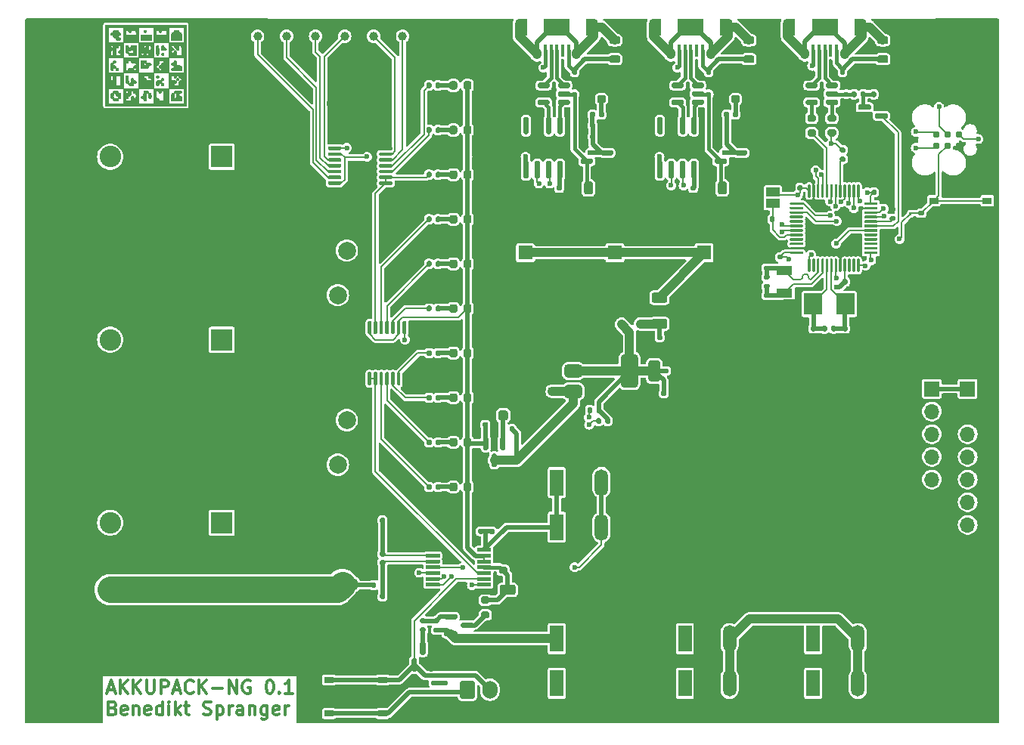
<source format=gbr>
G04 #@! TF.GenerationSoftware,KiCad,Pcbnew,8.0.2+dfsg-1*
G04 #@! TF.CreationDate,2024-05-23T10:42:26+00:00*
G04 #@! TF.ProjectId,akkupack-ng,616b6b75-7061-4636-9b2d-6e672e6b6963,rev?*
G04 #@! TF.SameCoordinates,Original*
G04 #@! TF.FileFunction,Copper,L1,Top*
G04 #@! TF.FilePolarity,Positive*
%FSLAX46Y46*%
G04 Gerber Fmt 4.6, Leading zero omitted, Abs format (unit mm)*
G04 Created by KiCad (PCBNEW 8.0.2+dfsg-1) date 2024-05-23 10:42:26*
%MOMM*%
%LPD*%
G01*
G04 APERTURE LIST*
%ADD10C,0.300000*%
G04 #@! TA.AperFunction,NonConductor*
%ADD11C,0.300000*%
G04 #@! TD*
G04 #@! TA.AperFunction,EtchedComponent*
%ADD12C,0.010000*%
G04 #@! TD*
G04 #@! TA.AperFunction,SMDPad,CuDef*
%ADD13C,1.000000*%
G04 #@! TD*
G04 #@! TA.AperFunction,SMDPad,CuDef*
%ADD14R,1.000000X0.750000*%
G04 #@! TD*
G04 #@! TA.AperFunction,ComponentPad*
%ADD15R,2.413000X2.413000*%
G04 #@! TD*
G04 #@! TA.AperFunction,ComponentPad*
%ADD16C,2.413000*%
G04 #@! TD*
G04 #@! TA.AperFunction,ComponentPad*
%ADD17R,1.700000X1.700000*%
G04 #@! TD*
G04 #@! TA.AperFunction,ComponentPad*
%ADD18O,1.700000X1.700000*%
G04 #@! TD*
G04 #@! TA.AperFunction,ComponentPad*
%ADD19C,6.400000*%
G04 #@! TD*
G04 #@! TA.AperFunction,ConnectorPad*
%ADD20C,0.787400*%
G04 #@! TD*
G04 #@! TA.AperFunction,ComponentPad*
%ADD21R,1.500000X3.000000*%
G04 #@! TD*
G04 #@! TA.AperFunction,ComponentPad*
%ADD22O,1.500000X3.000000*%
G04 #@! TD*
G04 #@! TA.AperFunction,SMDPad,CuDef*
%ADD23R,0.400000X1.350000*%
G04 #@! TD*
G04 #@! TA.AperFunction,HeatsinkPad*
%ADD24O,1.000000X1.900000*%
G04 #@! TD*
G04 #@! TA.AperFunction,SMDPad,CuDef*
%ADD25R,0.875000X1.900000*%
G04 #@! TD*
G04 #@! TA.AperFunction,HeatsinkPad*
%ADD26O,1.050000X1.250000*%
G04 #@! TD*
G04 #@! TA.AperFunction,SMDPad,CuDef*
%ADD27R,2.900000X1.900000*%
G04 #@! TD*
G04 #@! TA.AperFunction,ComponentPad*
%ADD28C,2.000000*%
G04 #@! TD*
G04 #@! TA.AperFunction,SMDPad,CuDef*
%ADD29R,2.000000X2.400000*%
G04 #@! TD*
G04 #@! TA.AperFunction,ComponentPad*
%ADD30R,1.600000X1.600000*%
G04 #@! TD*
G04 #@! TA.AperFunction,ComponentPad*
%ADD31C,1.600000*%
G04 #@! TD*
G04 #@! TA.AperFunction,SMDPad,CuDef*
%ADD32R,1.800000X1.000000*%
G04 #@! TD*
G04 #@! TA.AperFunction,ComponentPad*
%ADD33O,1.700000X2.000000*%
G04 #@! TD*
G04 #@! TA.AperFunction,SMDPad,CuDef*
%ADD34R,1.500000X1.000000*%
G04 #@! TD*
G04 #@! TA.AperFunction,ViaPad*
%ADD35C,0.600000*%
G04 #@! TD*
G04 #@! TA.AperFunction,Conductor*
%ADD36C,0.500000*%
G04 #@! TD*
G04 #@! TA.AperFunction,Conductor*
%ADD37C,0.200000*%
G04 #@! TD*
G04 #@! TA.AperFunction,Conductor*
%ADD38C,0.400000*%
G04 #@! TD*
G04 #@! TA.AperFunction,Conductor*
%ADD39C,1.000000*%
G04 #@! TD*
G04 #@! TA.AperFunction,Conductor*
%ADD40C,3.000000*%
G04 #@! TD*
G04 APERTURE END LIST*
D10*
D11*
X59733082Y-120707341D02*
X60447368Y-120707341D01*
X59590225Y-121135912D02*
X60090225Y-119635912D01*
X60090225Y-119635912D02*
X60590225Y-121135912D01*
X61090224Y-121135912D02*
X61090224Y-119635912D01*
X61947367Y-121135912D02*
X61304510Y-120278769D01*
X61947367Y-119635912D02*
X61090224Y-120493055D01*
X62590224Y-121135912D02*
X62590224Y-119635912D01*
X63447367Y-121135912D02*
X62804510Y-120278769D01*
X63447367Y-119635912D02*
X62590224Y-120493055D01*
X64090224Y-119635912D02*
X64090224Y-120850198D01*
X64090224Y-120850198D02*
X64161653Y-120993055D01*
X64161653Y-120993055D02*
X64233082Y-121064484D01*
X64233082Y-121064484D02*
X64375939Y-121135912D01*
X64375939Y-121135912D02*
X64661653Y-121135912D01*
X64661653Y-121135912D02*
X64804510Y-121064484D01*
X64804510Y-121064484D02*
X64875939Y-120993055D01*
X64875939Y-120993055D02*
X64947367Y-120850198D01*
X64947367Y-120850198D02*
X64947367Y-119635912D01*
X65661653Y-121135912D02*
X65661653Y-119635912D01*
X65661653Y-119635912D02*
X66233082Y-119635912D01*
X66233082Y-119635912D02*
X66375939Y-119707341D01*
X66375939Y-119707341D02*
X66447368Y-119778769D01*
X66447368Y-119778769D02*
X66518796Y-119921626D01*
X66518796Y-119921626D02*
X66518796Y-120135912D01*
X66518796Y-120135912D02*
X66447368Y-120278769D01*
X66447368Y-120278769D02*
X66375939Y-120350198D01*
X66375939Y-120350198D02*
X66233082Y-120421626D01*
X66233082Y-120421626D02*
X65661653Y-120421626D01*
X67090225Y-120707341D02*
X67804511Y-120707341D01*
X66947368Y-121135912D02*
X67447368Y-119635912D01*
X67447368Y-119635912D02*
X67947368Y-121135912D01*
X69304510Y-120993055D02*
X69233082Y-121064484D01*
X69233082Y-121064484D02*
X69018796Y-121135912D01*
X69018796Y-121135912D02*
X68875939Y-121135912D01*
X68875939Y-121135912D02*
X68661653Y-121064484D01*
X68661653Y-121064484D02*
X68518796Y-120921626D01*
X68518796Y-120921626D02*
X68447367Y-120778769D01*
X68447367Y-120778769D02*
X68375939Y-120493055D01*
X68375939Y-120493055D02*
X68375939Y-120278769D01*
X68375939Y-120278769D02*
X68447367Y-119993055D01*
X68447367Y-119993055D02*
X68518796Y-119850198D01*
X68518796Y-119850198D02*
X68661653Y-119707341D01*
X68661653Y-119707341D02*
X68875939Y-119635912D01*
X68875939Y-119635912D02*
X69018796Y-119635912D01*
X69018796Y-119635912D02*
X69233082Y-119707341D01*
X69233082Y-119707341D02*
X69304510Y-119778769D01*
X69947367Y-121135912D02*
X69947367Y-119635912D01*
X70804510Y-121135912D02*
X70161653Y-120278769D01*
X70804510Y-119635912D02*
X69947367Y-120493055D01*
X71447367Y-120564484D02*
X72590225Y-120564484D01*
X73304510Y-121135912D02*
X73304510Y-119635912D01*
X73304510Y-119635912D02*
X74161653Y-121135912D01*
X74161653Y-121135912D02*
X74161653Y-119635912D01*
X75661654Y-119707341D02*
X75518797Y-119635912D01*
X75518797Y-119635912D02*
X75304511Y-119635912D01*
X75304511Y-119635912D02*
X75090225Y-119707341D01*
X75090225Y-119707341D02*
X74947368Y-119850198D01*
X74947368Y-119850198D02*
X74875939Y-119993055D01*
X74875939Y-119993055D02*
X74804511Y-120278769D01*
X74804511Y-120278769D02*
X74804511Y-120493055D01*
X74804511Y-120493055D02*
X74875939Y-120778769D01*
X74875939Y-120778769D02*
X74947368Y-120921626D01*
X74947368Y-120921626D02*
X75090225Y-121064484D01*
X75090225Y-121064484D02*
X75304511Y-121135912D01*
X75304511Y-121135912D02*
X75447368Y-121135912D01*
X75447368Y-121135912D02*
X75661654Y-121064484D01*
X75661654Y-121064484D02*
X75733082Y-120993055D01*
X75733082Y-120993055D02*
X75733082Y-120493055D01*
X75733082Y-120493055D02*
X75447368Y-120493055D01*
X77804511Y-119635912D02*
X77947368Y-119635912D01*
X77947368Y-119635912D02*
X78090225Y-119707341D01*
X78090225Y-119707341D02*
X78161654Y-119778769D01*
X78161654Y-119778769D02*
X78233082Y-119921626D01*
X78233082Y-119921626D02*
X78304511Y-120207341D01*
X78304511Y-120207341D02*
X78304511Y-120564484D01*
X78304511Y-120564484D02*
X78233082Y-120850198D01*
X78233082Y-120850198D02*
X78161654Y-120993055D01*
X78161654Y-120993055D02*
X78090225Y-121064484D01*
X78090225Y-121064484D02*
X77947368Y-121135912D01*
X77947368Y-121135912D02*
X77804511Y-121135912D01*
X77804511Y-121135912D02*
X77661654Y-121064484D01*
X77661654Y-121064484D02*
X77590225Y-120993055D01*
X77590225Y-120993055D02*
X77518796Y-120850198D01*
X77518796Y-120850198D02*
X77447368Y-120564484D01*
X77447368Y-120564484D02*
X77447368Y-120207341D01*
X77447368Y-120207341D02*
X77518796Y-119921626D01*
X77518796Y-119921626D02*
X77590225Y-119778769D01*
X77590225Y-119778769D02*
X77661654Y-119707341D01*
X77661654Y-119707341D02*
X77804511Y-119635912D01*
X78947367Y-120993055D02*
X79018796Y-121064484D01*
X79018796Y-121064484D02*
X78947367Y-121135912D01*
X78947367Y-121135912D02*
X78875939Y-121064484D01*
X78875939Y-121064484D02*
X78947367Y-120993055D01*
X78947367Y-120993055D02*
X78947367Y-121135912D01*
X80447368Y-121135912D02*
X79590225Y-121135912D01*
X80018796Y-121135912D02*
X80018796Y-119635912D01*
X80018796Y-119635912D02*
X79875939Y-119850198D01*
X79875939Y-119850198D02*
X79733082Y-119993055D01*
X79733082Y-119993055D02*
X79590225Y-120064484D01*
X60304510Y-122765114D02*
X60518796Y-122836542D01*
X60518796Y-122836542D02*
X60590225Y-122907971D01*
X60590225Y-122907971D02*
X60661653Y-123050828D01*
X60661653Y-123050828D02*
X60661653Y-123265114D01*
X60661653Y-123265114D02*
X60590225Y-123407971D01*
X60590225Y-123407971D02*
X60518796Y-123479400D01*
X60518796Y-123479400D02*
X60375939Y-123550828D01*
X60375939Y-123550828D02*
X59804510Y-123550828D01*
X59804510Y-123550828D02*
X59804510Y-122050828D01*
X59804510Y-122050828D02*
X60304510Y-122050828D01*
X60304510Y-122050828D02*
X60447368Y-122122257D01*
X60447368Y-122122257D02*
X60518796Y-122193685D01*
X60518796Y-122193685D02*
X60590225Y-122336542D01*
X60590225Y-122336542D02*
X60590225Y-122479400D01*
X60590225Y-122479400D02*
X60518796Y-122622257D01*
X60518796Y-122622257D02*
X60447368Y-122693685D01*
X60447368Y-122693685D02*
X60304510Y-122765114D01*
X60304510Y-122765114D02*
X59804510Y-122765114D01*
X61875939Y-123479400D02*
X61733082Y-123550828D01*
X61733082Y-123550828D02*
X61447368Y-123550828D01*
X61447368Y-123550828D02*
X61304510Y-123479400D01*
X61304510Y-123479400D02*
X61233082Y-123336542D01*
X61233082Y-123336542D02*
X61233082Y-122765114D01*
X61233082Y-122765114D02*
X61304510Y-122622257D01*
X61304510Y-122622257D02*
X61447368Y-122550828D01*
X61447368Y-122550828D02*
X61733082Y-122550828D01*
X61733082Y-122550828D02*
X61875939Y-122622257D01*
X61875939Y-122622257D02*
X61947368Y-122765114D01*
X61947368Y-122765114D02*
X61947368Y-122907971D01*
X61947368Y-122907971D02*
X61233082Y-123050828D01*
X62590224Y-122550828D02*
X62590224Y-123550828D01*
X62590224Y-122693685D02*
X62661653Y-122622257D01*
X62661653Y-122622257D02*
X62804510Y-122550828D01*
X62804510Y-122550828D02*
X63018796Y-122550828D01*
X63018796Y-122550828D02*
X63161653Y-122622257D01*
X63161653Y-122622257D02*
X63233082Y-122765114D01*
X63233082Y-122765114D02*
X63233082Y-123550828D01*
X64518796Y-123479400D02*
X64375939Y-123550828D01*
X64375939Y-123550828D02*
X64090225Y-123550828D01*
X64090225Y-123550828D02*
X63947367Y-123479400D01*
X63947367Y-123479400D02*
X63875939Y-123336542D01*
X63875939Y-123336542D02*
X63875939Y-122765114D01*
X63875939Y-122765114D02*
X63947367Y-122622257D01*
X63947367Y-122622257D02*
X64090225Y-122550828D01*
X64090225Y-122550828D02*
X64375939Y-122550828D01*
X64375939Y-122550828D02*
X64518796Y-122622257D01*
X64518796Y-122622257D02*
X64590225Y-122765114D01*
X64590225Y-122765114D02*
X64590225Y-122907971D01*
X64590225Y-122907971D02*
X63875939Y-123050828D01*
X65875939Y-123550828D02*
X65875939Y-122050828D01*
X65875939Y-123479400D02*
X65733081Y-123550828D01*
X65733081Y-123550828D02*
X65447367Y-123550828D01*
X65447367Y-123550828D02*
X65304510Y-123479400D01*
X65304510Y-123479400D02*
X65233081Y-123407971D01*
X65233081Y-123407971D02*
X65161653Y-123265114D01*
X65161653Y-123265114D02*
X65161653Y-122836542D01*
X65161653Y-122836542D02*
X65233081Y-122693685D01*
X65233081Y-122693685D02*
X65304510Y-122622257D01*
X65304510Y-122622257D02*
X65447367Y-122550828D01*
X65447367Y-122550828D02*
X65733081Y-122550828D01*
X65733081Y-122550828D02*
X65875939Y-122622257D01*
X66590224Y-123550828D02*
X66590224Y-122550828D01*
X66590224Y-122050828D02*
X66518796Y-122122257D01*
X66518796Y-122122257D02*
X66590224Y-122193685D01*
X66590224Y-122193685D02*
X66661653Y-122122257D01*
X66661653Y-122122257D02*
X66590224Y-122050828D01*
X66590224Y-122050828D02*
X66590224Y-122193685D01*
X67304510Y-123550828D02*
X67304510Y-122050828D01*
X67447368Y-122979400D02*
X67875939Y-123550828D01*
X67875939Y-122550828D02*
X67304510Y-123122257D01*
X68304511Y-122550828D02*
X68875939Y-122550828D01*
X68518796Y-122050828D02*
X68518796Y-123336542D01*
X68518796Y-123336542D02*
X68590225Y-123479400D01*
X68590225Y-123479400D02*
X68733082Y-123550828D01*
X68733082Y-123550828D02*
X68875939Y-123550828D01*
X70447368Y-123479400D02*
X70661654Y-123550828D01*
X70661654Y-123550828D02*
X71018796Y-123550828D01*
X71018796Y-123550828D02*
X71161654Y-123479400D01*
X71161654Y-123479400D02*
X71233082Y-123407971D01*
X71233082Y-123407971D02*
X71304511Y-123265114D01*
X71304511Y-123265114D02*
X71304511Y-123122257D01*
X71304511Y-123122257D02*
X71233082Y-122979400D01*
X71233082Y-122979400D02*
X71161654Y-122907971D01*
X71161654Y-122907971D02*
X71018796Y-122836542D01*
X71018796Y-122836542D02*
X70733082Y-122765114D01*
X70733082Y-122765114D02*
X70590225Y-122693685D01*
X70590225Y-122693685D02*
X70518796Y-122622257D01*
X70518796Y-122622257D02*
X70447368Y-122479400D01*
X70447368Y-122479400D02*
X70447368Y-122336542D01*
X70447368Y-122336542D02*
X70518796Y-122193685D01*
X70518796Y-122193685D02*
X70590225Y-122122257D01*
X70590225Y-122122257D02*
X70733082Y-122050828D01*
X70733082Y-122050828D02*
X71090225Y-122050828D01*
X71090225Y-122050828D02*
X71304511Y-122122257D01*
X71947367Y-122550828D02*
X71947367Y-124050828D01*
X71947367Y-122622257D02*
X72090225Y-122550828D01*
X72090225Y-122550828D02*
X72375939Y-122550828D01*
X72375939Y-122550828D02*
X72518796Y-122622257D01*
X72518796Y-122622257D02*
X72590225Y-122693685D01*
X72590225Y-122693685D02*
X72661653Y-122836542D01*
X72661653Y-122836542D02*
X72661653Y-123265114D01*
X72661653Y-123265114D02*
X72590225Y-123407971D01*
X72590225Y-123407971D02*
X72518796Y-123479400D01*
X72518796Y-123479400D02*
X72375939Y-123550828D01*
X72375939Y-123550828D02*
X72090225Y-123550828D01*
X72090225Y-123550828D02*
X71947367Y-123479400D01*
X73304510Y-123550828D02*
X73304510Y-122550828D01*
X73304510Y-122836542D02*
X73375939Y-122693685D01*
X73375939Y-122693685D02*
X73447368Y-122622257D01*
X73447368Y-122622257D02*
X73590225Y-122550828D01*
X73590225Y-122550828D02*
X73733082Y-122550828D01*
X74875939Y-123550828D02*
X74875939Y-122765114D01*
X74875939Y-122765114D02*
X74804510Y-122622257D01*
X74804510Y-122622257D02*
X74661653Y-122550828D01*
X74661653Y-122550828D02*
X74375939Y-122550828D01*
X74375939Y-122550828D02*
X74233081Y-122622257D01*
X74875939Y-123479400D02*
X74733081Y-123550828D01*
X74733081Y-123550828D02*
X74375939Y-123550828D01*
X74375939Y-123550828D02*
X74233081Y-123479400D01*
X74233081Y-123479400D02*
X74161653Y-123336542D01*
X74161653Y-123336542D02*
X74161653Y-123193685D01*
X74161653Y-123193685D02*
X74233081Y-123050828D01*
X74233081Y-123050828D02*
X74375939Y-122979400D01*
X74375939Y-122979400D02*
X74733081Y-122979400D01*
X74733081Y-122979400D02*
X74875939Y-122907971D01*
X75590224Y-122550828D02*
X75590224Y-123550828D01*
X75590224Y-122693685D02*
X75661653Y-122622257D01*
X75661653Y-122622257D02*
X75804510Y-122550828D01*
X75804510Y-122550828D02*
X76018796Y-122550828D01*
X76018796Y-122550828D02*
X76161653Y-122622257D01*
X76161653Y-122622257D02*
X76233082Y-122765114D01*
X76233082Y-122765114D02*
X76233082Y-123550828D01*
X77590225Y-122550828D02*
X77590225Y-123765114D01*
X77590225Y-123765114D02*
X77518796Y-123907971D01*
X77518796Y-123907971D02*
X77447367Y-123979400D01*
X77447367Y-123979400D02*
X77304510Y-124050828D01*
X77304510Y-124050828D02*
X77090225Y-124050828D01*
X77090225Y-124050828D02*
X76947367Y-123979400D01*
X77590225Y-123479400D02*
X77447367Y-123550828D01*
X77447367Y-123550828D02*
X77161653Y-123550828D01*
X77161653Y-123550828D02*
X77018796Y-123479400D01*
X77018796Y-123479400D02*
X76947367Y-123407971D01*
X76947367Y-123407971D02*
X76875939Y-123265114D01*
X76875939Y-123265114D02*
X76875939Y-122836542D01*
X76875939Y-122836542D02*
X76947367Y-122693685D01*
X76947367Y-122693685D02*
X77018796Y-122622257D01*
X77018796Y-122622257D02*
X77161653Y-122550828D01*
X77161653Y-122550828D02*
X77447367Y-122550828D01*
X77447367Y-122550828D02*
X77590225Y-122622257D01*
X78875939Y-123479400D02*
X78733082Y-123550828D01*
X78733082Y-123550828D02*
X78447368Y-123550828D01*
X78447368Y-123550828D02*
X78304510Y-123479400D01*
X78304510Y-123479400D02*
X78233082Y-123336542D01*
X78233082Y-123336542D02*
X78233082Y-122765114D01*
X78233082Y-122765114D02*
X78304510Y-122622257D01*
X78304510Y-122622257D02*
X78447368Y-122550828D01*
X78447368Y-122550828D02*
X78733082Y-122550828D01*
X78733082Y-122550828D02*
X78875939Y-122622257D01*
X78875939Y-122622257D02*
X78947368Y-122765114D01*
X78947368Y-122765114D02*
X78947368Y-122907971D01*
X78947368Y-122907971D02*
X78233082Y-123050828D01*
X79590224Y-123550828D02*
X79590224Y-122550828D01*
X79590224Y-122836542D02*
X79661653Y-122693685D01*
X79661653Y-122693685D02*
X79733082Y-122622257D01*
X79733082Y-122622257D02*
X79875939Y-122550828D01*
X79875939Y-122550828D02*
X80018796Y-122550828D01*
D12*
X64566017Y-47919917D02*
X63433983Y-47919917D01*
X63433983Y-47353900D01*
X64566017Y-47353900D01*
X64566017Y-47919917D01*
G04 #@! TA.AperFunction,EtchedComponent*
G36*
X64566017Y-47919917D02*
G01*
X63433983Y-47919917D01*
X63433983Y-47353900D01*
X64566017Y-47353900D01*
X64566017Y-47919917D01*
G37*
G04 #@! TD.AperFunction*
X63976745Y-46837912D02*
X64000000Y-46929387D01*
X63949971Y-47047636D01*
X63858496Y-47070892D01*
X63740248Y-47020862D01*
X63716992Y-46929387D01*
X63767021Y-46811139D01*
X63858496Y-46787883D01*
X63976745Y-46837912D01*
G04 #@! TA.AperFunction,EtchedComponent*
G36*
X63976745Y-46837912D02*
G01*
X64000000Y-46929387D01*
X63949971Y-47047636D01*
X63858496Y-47070892D01*
X63740248Y-47020862D01*
X63716992Y-46929387D01*
X63767021Y-46811139D01*
X63858496Y-46787883D01*
X63976745Y-46837912D01*
G37*
G04 #@! TD.AperFunction*
X65391786Y-51932063D02*
X65415042Y-52023538D01*
X65365013Y-52141786D01*
X65273538Y-52165042D01*
X65155289Y-52115013D01*
X65132034Y-52023538D01*
X65182063Y-51905289D01*
X65273538Y-51882034D01*
X65391786Y-51932063D01*
G04 #@! TA.AperFunction,EtchedComponent*
G36*
X65391786Y-51932063D02*
G01*
X65415042Y-52023538D01*
X65365013Y-52141786D01*
X65273538Y-52165042D01*
X65155289Y-52115013D01*
X65132034Y-52023538D01*
X65182063Y-51905289D01*
X65273538Y-51882034D01*
X65391786Y-51932063D01*
G37*
G04 #@! TD.AperFunction*
X65957803Y-49384988D02*
X65981059Y-49476463D01*
X65931029Y-49594711D01*
X65839555Y-49617967D01*
X65721306Y-49567937D01*
X65698050Y-49476463D01*
X65748080Y-49358214D01*
X65839555Y-49334958D01*
X65957803Y-49384988D01*
G04 #@! TA.AperFunction,EtchedComponent*
G36*
X65957803Y-49384988D02*
G01*
X65981059Y-49476463D01*
X65931029Y-49594711D01*
X65839555Y-49617967D01*
X65721306Y-49567937D01*
X65698050Y-49476463D01*
X65748080Y-49358214D01*
X65839555Y-49334958D01*
X65957803Y-49384988D01*
G37*
G04 #@! TD.AperFunction*
X67655853Y-52215071D02*
X67679109Y-52306546D01*
X67629080Y-52424795D01*
X67537605Y-52448050D01*
X67419356Y-52398021D01*
X67396100Y-52306546D01*
X67446130Y-52188298D01*
X67537605Y-52165042D01*
X67655853Y-52215071D01*
G04 #@! TA.AperFunction,EtchedComponent*
G36*
X67655853Y-52215071D02*
G01*
X67679109Y-52306546D01*
X67629080Y-52424795D01*
X67537605Y-52448050D01*
X67419356Y-52398021D01*
X67396100Y-52306546D01*
X67446130Y-52188298D01*
X67537605Y-52165042D01*
X67655853Y-52215071D01*
G37*
G04 #@! TD.AperFunction*
X65957803Y-48535963D02*
X65981059Y-48627438D01*
X66031088Y-48745686D01*
X66122563Y-48768942D01*
X66240811Y-48818971D01*
X66264067Y-48910446D01*
X66240334Y-49003023D01*
X66144410Y-49043939D01*
X65981059Y-49051950D01*
X65799910Y-49045142D01*
X65719417Y-48997485D01*
X65698731Y-48868131D01*
X65698050Y-48768942D01*
X65709917Y-48583787D01*
X65757879Y-48501956D01*
X65839555Y-48485933D01*
X65957803Y-48535963D01*
G04 #@! TA.AperFunction,EtchedComponent*
G36*
X65957803Y-48535963D02*
G01*
X65981059Y-48627438D01*
X66031088Y-48745686D01*
X66122563Y-48768942D01*
X66240811Y-48818971D01*
X66264067Y-48910446D01*
X66240334Y-49003023D01*
X66144410Y-49043939D01*
X65981059Y-49051950D01*
X65799910Y-49045142D01*
X65719417Y-48997485D01*
X65698731Y-48868131D01*
X65698050Y-48768942D01*
X65709917Y-48583787D01*
X65757879Y-48501956D01*
X65839555Y-48485933D01*
X65957803Y-48535963D01*
G37*
G04 #@! TD.AperFunction*
X65344041Y-48497750D02*
X65386296Y-48552177D01*
X65407417Y-48677678D01*
X65414521Y-48902715D01*
X65415042Y-49051950D01*
X65412088Y-49333964D01*
X65398481Y-49502982D01*
X65367106Y-49587467D01*
X65310846Y-49615884D01*
X65273538Y-49617967D01*
X65203034Y-49606150D01*
X65160780Y-49551723D01*
X65139659Y-49426223D01*
X65132554Y-49201185D01*
X65132034Y-49051950D01*
X65134988Y-48769936D01*
X65148595Y-48600918D01*
X65179970Y-48516433D01*
X65236229Y-48488016D01*
X65273538Y-48485933D01*
X65344041Y-48497750D01*
G04 #@! TA.AperFunction,EtchedComponent*
G36*
X65344041Y-48497750D02*
G01*
X65386296Y-48552177D01*
X65407417Y-48677678D01*
X65414521Y-48902715D01*
X65415042Y-49051950D01*
X65412088Y-49333964D01*
X65398481Y-49502982D01*
X65367106Y-49587467D01*
X65310846Y-49615884D01*
X65273538Y-49617967D01*
X65203034Y-49606150D01*
X65160780Y-49551723D01*
X65139659Y-49426223D01*
X65132554Y-49201185D01*
X65132034Y-49051950D01*
X65134988Y-48769936D01*
X65148595Y-48600918D01*
X65179970Y-48516433D01*
X65236229Y-48488016D01*
X65273538Y-48485933D01*
X65344041Y-48497750D01*
G37*
G04 #@! TD.AperFunction*
X67581255Y-46799750D02*
X67663086Y-46847712D01*
X67679109Y-46929387D01*
X67729138Y-47047636D01*
X67820613Y-47070892D01*
X67899646Y-47086381D01*
X67942351Y-47154423D01*
X67959516Y-47307380D01*
X67962117Y-47495404D01*
X67962117Y-47919917D01*
X66830084Y-47919917D01*
X66830084Y-47495404D01*
X66835247Y-47258305D01*
X66857928Y-47130189D01*
X66908913Y-47078696D01*
X66971588Y-47070892D01*
X67089836Y-47020862D01*
X67113092Y-46929387D01*
X67136825Y-46836810D01*
X67232749Y-46795895D01*
X67396100Y-46787883D01*
X67581255Y-46799750D01*
G04 #@! TA.AperFunction,EtchedComponent*
G36*
X67581255Y-46799750D02*
G01*
X67663086Y-46847712D01*
X67679109Y-46929387D01*
X67729138Y-47047636D01*
X67820613Y-47070892D01*
X67899646Y-47086381D01*
X67942351Y-47154423D01*
X67959516Y-47307380D01*
X67962117Y-47495404D01*
X67962117Y-47919917D01*
X66830084Y-47919917D01*
X66830084Y-47495404D01*
X66835247Y-47258305D01*
X66857928Y-47130189D01*
X66908913Y-47078696D01*
X66971588Y-47070892D01*
X67089836Y-47020862D01*
X67113092Y-46929387D01*
X67136825Y-46836810D01*
X67232749Y-46795895D01*
X67396100Y-46787883D01*
X67581255Y-46799750D01*
G37*
G04 #@! TD.AperFunction*
X63902146Y-50195850D02*
X63983977Y-50243812D01*
X64000000Y-50325488D01*
X64023733Y-50418065D01*
X64119657Y-50458980D01*
X64283009Y-50466992D01*
X64468163Y-50478858D01*
X64549994Y-50526820D01*
X64566017Y-50608496D01*
X64515988Y-50726745D01*
X64424513Y-50750000D01*
X64306264Y-50800029D01*
X64283009Y-50891504D01*
X64267519Y-50970537D01*
X64199477Y-51013243D01*
X64046520Y-51030407D01*
X63858496Y-51033009D01*
X63433983Y-51033009D01*
X63433983Y-50608496D01*
X63716992Y-50608496D01*
X63767021Y-50726745D01*
X63858496Y-50750000D01*
X63976745Y-50699971D01*
X64000000Y-50608496D01*
X63949971Y-50490248D01*
X63858496Y-50466992D01*
X63740248Y-50517021D01*
X63716992Y-50608496D01*
X63433983Y-50608496D01*
X63433983Y-50183983D01*
X63716992Y-50183983D01*
X63902146Y-50195850D01*
G04 #@! TA.AperFunction,EtchedComponent*
G36*
X63902146Y-50195850D02*
G01*
X63983977Y-50243812D01*
X64000000Y-50325488D01*
X64023733Y-50418065D01*
X64119657Y-50458980D01*
X64283009Y-50466992D01*
X64468163Y-50478858D01*
X64549994Y-50526820D01*
X64566017Y-50608496D01*
X64515988Y-50726745D01*
X64424513Y-50750000D01*
X64306264Y-50800029D01*
X64283009Y-50891504D01*
X64267519Y-50970537D01*
X64199477Y-51013243D01*
X64046520Y-51030407D01*
X63858496Y-51033009D01*
X63433983Y-51033009D01*
X63433983Y-50608496D01*
X63716992Y-50608496D01*
X63767021Y-50726745D01*
X63858496Y-50750000D01*
X63976745Y-50699971D01*
X64000000Y-50608496D01*
X63949971Y-50490248D01*
X63858496Y-50466992D01*
X63740248Y-50517021D01*
X63716992Y-50608496D01*
X63433983Y-50608496D01*
X63433983Y-50183983D01*
X63716992Y-50183983D01*
X63902146Y-50195850D01*
G37*
G04 #@! TD.AperFunction*
X65957803Y-52215071D02*
X65981059Y-52306546D01*
X65931029Y-52424795D01*
X65839555Y-52448050D01*
X65721306Y-52498080D01*
X65698050Y-52589555D01*
X65748080Y-52707803D01*
X65839555Y-52731059D01*
X65957803Y-52781088D01*
X65981059Y-52872563D01*
X65931029Y-52990811D01*
X65839555Y-53014067D01*
X65721306Y-52964038D01*
X65698050Y-52872563D01*
X65648021Y-52754314D01*
X65556546Y-52731059D01*
X65438298Y-52781088D01*
X65415042Y-52872563D01*
X65365013Y-52990811D01*
X65273538Y-53014067D01*
X65180961Y-52990334D01*
X65140045Y-52894410D01*
X65132034Y-52731059D01*
X65138842Y-52549910D01*
X65186499Y-52469417D01*
X65315853Y-52448731D01*
X65415042Y-52448050D01*
X65600196Y-52436184D01*
X65682027Y-52388222D01*
X65698050Y-52306546D01*
X65748080Y-52188298D01*
X65839555Y-52165042D01*
X65957803Y-52215071D01*
G04 #@! TA.AperFunction,EtchedComponent*
G36*
X65957803Y-52215071D02*
G01*
X65981059Y-52306546D01*
X65931029Y-52424795D01*
X65839555Y-52448050D01*
X65721306Y-52498080D01*
X65698050Y-52589555D01*
X65748080Y-52707803D01*
X65839555Y-52731059D01*
X65957803Y-52781088D01*
X65981059Y-52872563D01*
X65931029Y-52990811D01*
X65839555Y-53014067D01*
X65721306Y-52964038D01*
X65698050Y-52872563D01*
X65648021Y-52754314D01*
X65556546Y-52731059D01*
X65438298Y-52781088D01*
X65415042Y-52872563D01*
X65365013Y-52990811D01*
X65273538Y-53014067D01*
X65180961Y-52990334D01*
X65140045Y-52894410D01*
X65132034Y-52731059D01*
X65138842Y-52549910D01*
X65186499Y-52469417D01*
X65315853Y-52448731D01*
X65415042Y-52448050D01*
X65600196Y-52436184D01*
X65682027Y-52388222D01*
X65698050Y-52306546D01*
X65748080Y-52188298D01*
X65839555Y-52165042D01*
X65957803Y-52215071D01*
G37*
G04 #@! TD.AperFunction*
X67347173Y-50207716D02*
X67388089Y-50303640D01*
X67396100Y-50466992D01*
X67402909Y-50648140D01*
X67450565Y-50728633D01*
X67579920Y-50749320D01*
X67679109Y-50750000D01*
X67860257Y-50756808D01*
X67940750Y-50804465D01*
X67961437Y-50933820D01*
X67962117Y-51033009D01*
X67962117Y-51316017D01*
X67396100Y-51316017D01*
X67114087Y-51313063D01*
X66945069Y-51299456D01*
X66860583Y-51268081D01*
X66832167Y-51211821D01*
X66830084Y-51174513D01*
X66880113Y-51056264D01*
X66971588Y-51033009D01*
X67089836Y-50982979D01*
X67113092Y-50891504D01*
X67063063Y-50773256D01*
X66971588Y-50750000D01*
X66853339Y-50699971D01*
X66830084Y-50608496D01*
X66880113Y-50490248D01*
X66971588Y-50466992D01*
X67089836Y-50416963D01*
X67113092Y-50325488D01*
X67163121Y-50207239D01*
X67254596Y-50183983D01*
X67347173Y-50207716D01*
G04 #@! TA.AperFunction,EtchedComponent*
G36*
X67347173Y-50207716D02*
G01*
X67388089Y-50303640D01*
X67396100Y-50466992D01*
X67402909Y-50648140D01*
X67450565Y-50728633D01*
X67579920Y-50749320D01*
X67679109Y-50750000D01*
X67860257Y-50756808D01*
X67940750Y-50804465D01*
X67961437Y-50933820D01*
X67962117Y-51033009D01*
X67962117Y-51316017D01*
X67396100Y-51316017D01*
X67114087Y-51313063D01*
X66945069Y-51299456D01*
X66860583Y-51268081D01*
X66832167Y-51211821D01*
X66830084Y-51174513D01*
X66880113Y-51056264D01*
X66971588Y-51033009D01*
X67089836Y-50982979D01*
X67113092Y-50891504D01*
X67063063Y-50773256D01*
X66971588Y-50750000D01*
X66853339Y-50699971D01*
X66830084Y-50608496D01*
X66880113Y-50490248D01*
X66971588Y-50466992D01*
X67089836Y-50416963D01*
X67113092Y-50325488D01*
X67163121Y-50207239D01*
X67254596Y-50183983D01*
X67347173Y-50207716D01*
G37*
G04 #@! TD.AperFunction*
X60580644Y-50234013D02*
X60603900Y-50325488D01*
X60553871Y-50443736D01*
X60462396Y-50466992D01*
X60344147Y-50517021D01*
X60320892Y-50608496D01*
X60370921Y-50726745D01*
X60462396Y-50750000D01*
X60580644Y-50800029D01*
X60603900Y-50891504D01*
X60653929Y-51009753D01*
X60745404Y-51033009D01*
X60863653Y-51083038D01*
X60886908Y-51174513D01*
X60836879Y-51292761D01*
X60745404Y-51316017D01*
X60627156Y-51265988D01*
X60603900Y-51174513D01*
X60553871Y-51056264D01*
X60462396Y-51033009D01*
X60344147Y-51083038D01*
X60320892Y-51174513D01*
X60270862Y-51292761D01*
X60179387Y-51316017D01*
X60100354Y-51300527D01*
X60057649Y-51232485D01*
X60040485Y-51079529D01*
X60037883Y-50891504D01*
X60043046Y-50654406D01*
X60065727Y-50526290D01*
X60116713Y-50474796D01*
X60179387Y-50466992D01*
X60297636Y-50416963D01*
X60320892Y-50325488D01*
X60370921Y-50207239D01*
X60462396Y-50183983D01*
X60580644Y-50234013D01*
G04 #@! TA.AperFunction,EtchedComponent*
G36*
X60580644Y-50234013D02*
G01*
X60603900Y-50325488D01*
X60553871Y-50443736D01*
X60462396Y-50466992D01*
X60344147Y-50517021D01*
X60320892Y-50608496D01*
X60370921Y-50726745D01*
X60462396Y-50750000D01*
X60580644Y-50800029D01*
X60603900Y-50891504D01*
X60653929Y-51009753D01*
X60745404Y-51033009D01*
X60863653Y-51083038D01*
X60886908Y-51174513D01*
X60836879Y-51292761D01*
X60745404Y-51316017D01*
X60627156Y-51265988D01*
X60603900Y-51174513D01*
X60553871Y-51056264D01*
X60462396Y-51033009D01*
X60344147Y-51083038D01*
X60320892Y-51174513D01*
X60270862Y-51292761D01*
X60179387Y-51316017D01*
X60100354Y-51300527D01*
X60057649Y-51232485D01*
X60040485Y-51079529D01*
X60037883Y-50891504D01*
X60043046Y-50654406D01*
X60065727Y-50526290D01*
X60116713Y-50474796D01*
X60179387Y-50466992D01*
X60297636Y-50416963D01*
X60320892Y-50325488D01*
X60370921Y-50207239D01*
X60462396Y-50183983D01*
X60580644Y-50234013D01*
G37*
G04 #@! TD.AperFunction*
X60789054Y-46799750D02*
X60870885Y-46847712D01*
X60886908Y-46929387D01*
X60936938Y-47047636D01*
X61028412Y-47070892D01*
X61146661Y-47120921D01*
X61169917Y-47212396D01*
X61119887Y-47330644D01*
X61028412Y-47353900D01*
X60910164Y-47403929D01*
X60886908Y-47495404D01*
X60936938Y-47613653D01*
X61028412Y-47636908D01*
X61146661Y-47686938D01*
X61169917Y-47778412D01*
X61146184Y-47870990D01*
X61050260Y-47911905D01*
X60886908Y-47919917D01*
X60701754Y-47908050D01*
X60619923Y-47860088D01*
X60603900Y-47778412D01*
X60553871Y-47660164D01*
X60462396Y-47636908D01*
X60344147Y-47586879D01*
X60320892Y-47495404D01*
X60270862Y-47377156D01*
X60179387Y-47353900D01*
X60061139Y-47303871D01*
X60037883Y-47212396D01*
X60087912Y-47094147D01*
X60179387Y-47070892D01*
X60297636Y-47020862D01*
X60320892Y-46929387D01*
X60344624Y-46836810D01*
X60440548Y-46795895D01*
X60603900Y-46787883D01*
X60789054Y-46799750D01*
G04 #@! TA.AperFunction,EtchedComponent*
G36*
X60789054Y-46799750D02*
G01*
X60870885Y-46847712D01*
X60886908Y-46929387D01*
X60936938Y-47047636D01*
X61028412Y-47070892D01*
X61146661Y-47120921D01*
X61169917Y-47212396D01*
X61119887Y-47330644D01*
X61028412Y-47353900D01*
X60910164Y-47403929D01*
X60886908Y-47495404D01*
X60936938Y-47613653D01*
X61028412Y-47636908D01*
X61146661Y-47686938D01*
X61169917Y-47778412D01*
X61146184Y-47870990D01*
X61050260Y-47911905D01*
X60886908Y-47919917D01*
X60701754Y-47908050D01*
X60619923Y-47860088D01*
X60603900Y-47778412D01*
X60553871Y-47660164D01*
X60462396Y-47636908D01*
X60344147Y-47586879D01*
X60320892Y-47495404D01*
X60270862Y-47377156D01*
X60179387Y-47353900D01*
X60061139Y-47303871D01*
X60037883Y-47212396D01*
X60087912Y-47094147D01*
X60179387Y-47070892D01*
X60297636Y-47020862D01*
X60320892Y-46929387D01*
X60344624Y-46836810D01*
X60440548Y-46795895D01*
X60603900Y-46787883D01*
X60789054Y-46799750D01*
G37*
G04 #@! TD.AperFunction*
X61956470Y-51897523D02*
X61999176Y-51965566D01*
X62016340Y-52118522D01*
X62018942Y-52306546D01*
X62024105Y-52543645D01*
X62046786Y-52671761D01*
X62097771Y-52723254D01*
X62160446Y-52731059D01*
X62253023Y-52707326D01*
X62293939Y-52611402D01*
X62301950Y-52448050D01*
X62313816Y-52262896D01*
X62361778Y-52181065D01*
X62443454Y-52165042D01*
X62561703Y-52215071D01*
X62584958Y-52306546D01*
X62634988Y-52424795D01*
X62726463Y-52448050D01*
X62844711Y-52498080D01*
X62867967Y-52589555D01*
X62817937Y-52707803D01*
X62726463Y-52731059D01*
X62608214Y-52781088D01*
X62584958Y-52872563D01*
X62561226Y-52965140D01*
X62465302Y-53006056D01*
X62301950Y-53014067D01*
X62116796Y-53002201D01*
X62034965Y-52954239D01*
X62018942Y-52872563D01*
X61968912Y-52754314D01*
X61877438Y-52731059D01*
X61798405Y-52715569D01*
X61755699Y-52647527D01*
X61738535Y-52494571D01*
X61735933Y-52306546D01*
X61741097Y-52069447D01*
X61763777Y-51941332D01*
X61814763Y-51889838D01*
X61877438Y-51882034D01*
X61956470Y-51897523D01*
G04 #@! TA.AperFunction,EtchedComponent*
G36*
X61956470Y-51897523D02*
G01*
X61999176Y-51965566D01*
X62016340Y-52118522D01*
X62018942Y-52306546D01*
X62024105Y-52543645D01*
X62046786Y-52671761D01*
X62097771Y-52723254D01*
X62160446Y-52731059D01*
X62253023Y-52707326D01*
X62293939Y-52611402D01*
X62301950Y-52448050D01*
X62313816Y-52262896D01*
X62361778Y-52181065D01*
X62443454Y-52165042D01*
X62561703Y-52215071D01*
X62584958Y-52306546D01*
X62634988Y-52424795D01*
X62726463Y-52448050D01*
X62844711Y-52498080D01*
X62867967Y-52589555D01*
X62817937Y-52707803D01*
X62726463Y-52731059D01*
X62608214Y-52781088D01*
X62584958Y-52872563D01*
X62561226Y-52965140D01*
X62465302Y-53006056D01*
X62301950Y-53014067D01*
X62116796Y-53002201D01*
X62034965Y-52954239D01*
X62018942Y-52872563D01*
X61968912Y-52754314D01*
X61877438Y-52731059D01*
X61798405Y-52715569D01*
X61755699Y-52647527D01*
X61738535Y-52494571D01*
X61735933Y-52306546D01*
X61741097Y-52069447D01*
X61763777Y-51941332D01*
X61814763Y-51889838D01*
X61877438Y-51882034D01*
X61956470Y-51897523D01*
G37*
G04 #@! TD.AperFunction*
X64185155Y-53591950D02*
X64266986Y-53639912D01*
X64283009Y-53721588D01*
X64333038Y-53839836D01*
X64424513Y-53863092D01*
X64517090Y-53886825D01*
X64558005Y-53982749D01*
X64566017Y-54146100D01*
X64554151Y-54331255D01*
X64506189Y-54413086D01*
X64424513Y-54429109D01*
X64331936Y-54405376D01*
X64291020Y-54309452D01*
X64283009Y-54146100D01*
X64271142Y-53960946D01*
X64223180Y-53879115D01*
X64141504Y-53863092D01*
X64062471Y-53878582D01*
X64019766Y-53946624D01*
X64002602Y-54099580D01*
X64000000Y-54287605D01*
X63994837Y-54524704D01*
X63972156Y-54652819D01*
X63921171Y-54704313D01*
X63858496Y-54712117D01*
X63740248Y-54662088D01*
X63716992Y-54570613D01*
X63666963Y-54452365D01*
X63575488Y-54429109D01*
X63457239Y-54379080D01*
X63433983Y-54287605D01*
X63484013Y-54169356D01*
X63575488Y-54146100D01*
X63668065Y-54122368D01*
X63708980Y-54026444D01*
X63716992Y-53863092D01*
X63723800Y-53681944D01*
X63771457Y-53601451D01*
X63900811Y-53580764D01*
X64000000Y-53580084D01*
X64185155Y-53591950D01*
G04 #@! TA.AperFunction,EtchedComponent*
G36*
X64185155Y-53591950D02*
G01*
X64266986Y-53639912D01*
X64283009Y-53721588D01*
X64333038Y-53839836D01*
X64424513Y-53863092D01*
X64517090Y-53886825D01*
X64558005Y-53982749D01*
X64566017Y-54146100D01*
X64554151Y-54331255D01*
X64506189Y-54413086D01*
X64424513Y-54429109D01*
X64331936Y-54405376D01*
X64291020Y-54309452D01*
X64283009Y-54146100D01*
X64271142Y-53960946D01*
X64223180Y-53879115D01*
X64141504Y-53863092D01*
X64062471Y-53878582D01*
X64019766Y-53946624D01*
X64002602Y-54099580D01*
X64000000Y-54287605D01*
X63994837Y-54524704D01*
X63972156Y-54652819D01*
X63921171Y-54704313D01*
X63858496Y-54712117D01*
X63740248Y-54662088D01*
X63716992Y-54570613D01*
X63666963Y-54452365D01*
X63575488Y-54429109D01*
X63457239Y-54379080D01*
X63433983Y-54287605D01*
X63484013Y-54169356D01*
X63575488Y-54146100D01*
X63668065Y-54122368D01*
X63708980Y-54026444D01*
X63716992Y-53863092D01*
X63723800Y-53681944D01*
X63771457Y-53601451D01*
X63900811Y-53580764D01*
X64000000Y-53580084D01*
X64185155Y-53591950D01*
G37*
G04 #@! TD.AperFunction*
X62867967Y-49617967D02*
X62443454Y-49617967D01*
X62206355Y-49612804D01*
X62078240Y-49590123D01*
X62026746Y-49539137D01*
X62018942Y-49476463D01*
X61968912Y-49358214D01*
X61877438Y-49334958D01*
X61798405Y-49319469D01*
X61755699Y-49251427D01*
X61749194Y-49193454D01*
X62018942Y-49193454D01*
X62042675Y-49286031D01*
X62138598Y-49326947D01*
X62301950Y-49334958D01*
X62487104Y-49323092D01*
X62568935Y-49275130D01*
X62584958Y-49193454D01*
X62561226Y-49100877D01*
X62465302Y-49059962D01*
X62301950Y-49051950D01*
X62116796Y-49063816D01*
X62034965Y-49111778D01*
X62018942Y-49193454D01*
X61749194Y-49193454D01*
X61738535Y-49098470D01*
X61735933Y-48910446D01*
X61741097Y-48673347D01*
X61763777Y-48545231D01*
X61814763Y-48493738D01*
X61877438Y-48485933D01*
X61995686Y-48535963D01*
X62018942Y-48627438D01*
X62068971Y-48745686D01*
X62160446Y-48768942D01*
X62278694Y-48718912D01*
X62301950Y-48627438D01*
X62325683Y-48534860D01*
X62421607Y-48493945D01*
X62584958Y-48485933D01*
X62867967Y-48485933D01*
X62867967Y-49617967D01*
G04 #@! TA.AperFunction,EtchedComponent*
G36*
X62867967Y-49617967D02*
G01*
X62443454Y-49617967D01*
X62206355Y-49612804D01*
X62078240Y-49590123D01*
X62026746Y-49539137D01*
X62018942Y-49476463D01*
X61968912Y-49358214D01*
X61877438Y-49334958D01*
X61798405Y-49319469D01*
X61755699Y-49251427D01*
X61749194Y-49193454D01*
X62018942Y-49193454D01*
X62042675Y-49286031D01*
X62138598Y-49326947D01*
X62301950Y-49334958D01*
X62487104Y-49323092D01*
X62568935Y-49275130D01*
X62584958Y-49193454D01*
X62561226Y-49100877D01*
X62465302Y-49059962D01*
X62301950Y-49051950D01*
X62116796Y-49063816D01*
X62034965Y-49111778D01*
X62018942Y-49193454D01*
X61749194Y-49193454D01*
X61738535Y-49098470D01*
X61735933Y-48910446D01*
X61741097Y-48673347D01*
X61763777Y-48545231D01*
X61814763Y-48493738D01*
X61877438Y-48485933D01*
X61995686Y-48535963D01*
X62018942Y-48627438D01*
X62068971Y-48745686D01*
X62160446Y-48768942D01*
X62278694Y-48718912D01*
X62301950Y-48627438D01*
X62325683Y-48534860D01*
X62421607Y-48493945D01*
X62584958Y-48485933D01*
X62867967Y-48485933D01*
X62867967Y-49617967D01*
G37*
G04 #@! TD.AperFunction*
X67774704Y-53585247D02*
X67902819Y-53607928D01*
X67954313Y-53658913D01*
X67962117Y-53721588D01*
X67912088Y-53839836D01*
X67820613Y-53863092D01*
X67702365Y-53913121D01*
X67679109Y-54004596D01*
X67729138Y-54122845D01*
X67820613Y-54146100D01*
X67913190Y-54169833D01*
X67954106Y-54265757D01*
X67962117Y-54429109D01*
X67962117Y-54712117D01*
X66830084Y-54712117D01*
X66830084Y-54287605D01*
X66833165Y-54146100D01*
X67113092Y-54146100D01*
X67124959Y-54331255D01*
X67172920Y-54413086D01*
X67254596Y-54429109D01*
X67347173Y-54405376D01*
X67388089Y-54309452D01*
X67396100Y-54146100D01*
X67384234Y-53960946D01*
X67336272Y-53879115D01*
X67254596Y-53863092D01*
X67162019Y-53886825D01*
X67121104Y-53982749D01*
X67113092Y-54146100D01*
X66833165Y-54146100D01*
X66835247Y-54050506D01*
X66857928Y-53922390D01*
X66908913Y-53870896D01*
X66971588Y-53863092D01*
X67089836Y-53813063D01*
X67113092Y-53721588D01*
X67128582Y-53642555D01*
X67196624Y-53599850D01*
X67349580Y-53582685D01*
X67537605Y-53580084D01*
X67774704Y-53585247D01*
G04 #@! TA.AperFunction,EtchedComponent*
G36*
X67774704Y-53585247D02*
G01*
X67902819Y-53607928D01*
X67954313Y-53658913D01*
X67962117Y-53721588D01*
X67912088Y-53839836D01*
X67820613Y-53863092D01*
X67702365Y-53913121D01*
X67679109Y-54004596D01*
X67729138Y-54122845D01*
X67820613Y-54146100D01*
X67913190Y-54169833D01*
X67954106Y-54265757D01*
X67962117Y-54429109D01*
X67962117Y-54712117D01*
X66830084Y-54712117D01*
X66830084Y-54287605D01*
X66833165Y-54146100D01*
X67113092Y-54146100D01*
X67124959Y-54331255D01*
X67172920Y-54413086D01*
X67254596Y-54429109D01*
X67347173Y-54405376D01*
X67388089Y-54309452D01*
X67396100Y-54146100D01*
X67384234Y-53960946D01*
X67336272Y-53879115D01*
X67254596Y-53863092D01*
X67162019Y-53886825D01*
X67121104Y-53982749D01*
X67113092Y-54146100D01*
X66833165Y-54146100D01*
X66835247Y-54050506D01*
X66857928Y-53922390D01*
X66908913Y-53870896D01*
X66971588Y-53863092D01*
X67089836Y-53813063D01*
X67113092Y-53721588D01*
X67128582Y-53642555D01*
X67196624Y-53599850D01*
X67349580Y-53582685D01*
X67537605Y-53580084D01*
X67774704Y-53585247D01*
G37*
G04 #@! TD.AperFunction*
X60789054Y-53591950D02*
X60870885Y-53639912D01*
X60886908Y-53721588D01*
X60936938Y-53839836D01*
X61028412Y-53863092D01*
X61120990Y-53886825D01*
X61161905Y-53982749D01*
X61169917Y-54146100D01*
X61158050Y-54331255D01*
X61110088Y-54413086D01*
X61028412Y-54429109D01*
X60910164Y-54479138D01*
X60886908Y-54570613D01*
X60863175Y-54663190D01*
X60767252Y-54704106D01*
X60603900Y-54712117D01*
X60418746Y-54700251D01*
X60336915Y-54652289D01*
X60320892Y-54570613D01*
X60270862Y-54452365D01*
X60179387Y-54429109D01*
X60086810Y-54405376D01*
X60045895Y-54309452D01*
X60037883Y-54146100D01*
X60320892Y-54146100D01*
X60327700Y-54327249D01*
X60375357Y-54407742D01*
X60504711Y-54428428D01*
X60603900Y-54429109D01*
X60789054Y-54417242D01*
X60870885Y-54369281D01*
X60886908Y-54287605D01*
X60836879Y-54169356D01*
X60745404Y-54146100D01*
X60627156Y-54096071D01*
X60603900Y-54004596D01*
X60553871Y-53886348D01*
X60462396Y-53863092D01*
X60369819Y-53886825D01*
X60328903Y-53982749D01*
X60320892Y-54146100D01*
X60037883Y-54146100D01*
X60049750Y-53960946D01*
X60097712Y-53879115D01*
X60179387Y-53863092D01*
X60297636Y-53813063D01*
X60320892Y-53721588D01*
X60344624Y-53629011D01*
X60440548Y-53588095D01*
X60603900Y-53580084D01*
X60789054Y-53591950D01*
G04 #@! TA.AperFunction,EtchedComponent*
G36*
X60789054Y-53591950D02*
G01*
X60870885Y-53639912D01*
X60886908Y-53721588D01*
X60936938Y-53839836D01*
X61028412Y-53863092D01*
X61120990Y-53886825D01*
X61161905Y-53982749D01*
X61169917Y-54146100D01*
X61158050Y-54331255D01*
X61110088Y-54413086D01*
X61028412Y-54429109D01*
X60910164Y-54479138D01*
X60886908Y-54570613D01*
X60863175Y-54663190D01*
X60767252Y-54704106D01*
X60603900Y-54712117D01*
X60418746Y-54700251D01*
X60336915Y-54652289D01*
X60320892Y-54570613D01*
X60270862Y-54452365D01*
X60179387Y-54429109D01*
X60086810Y-54405376D01*
X60045895Y-54309452D01*
X60037883Y-54146100D01*
X60320892Y-54146100D01*
X60327700Y-54327249D01*
X60375357Y-54407742D01*
X60504711Y-54428428D01*
X60603900Y-54429109D01*
X60789054Y-54417242D01*
X60870885Y-54369281D01*
X60886908Y-54287605D01*
X60836879Y-54169356D01*
X60745404Y-54146100D01*
X60627156Y-54096071D01*
X60603900Y-54004596D01*
X60553871Y-53886348D01*
X60462396Y-53863092D01*
X60369819Y-53886825D01*
X60328903Y-53982749D01*
X60320892Y-54146100D01*
X60037883Y-54146100D01*
X60049750Y-53960946D01*
X60097712Y-53879115D01*
X60179387Y-53863092D01*
X60297636Y-53813063D01*
X60320892Y-53721588D01*
X60344624Y-53629011D01*
X60440548Y-53588095D01*
X60603900Y-53580084D01*
X60789054Y-53591950D01*
G37*
G04 #@! TD.AperFunction*
X63150975Y-51599025D02*
X64849025Y-51599025D01*
X64849025Y-50891504D01*
X65132034Y-50891504D01*
X65182063Y-51009753D01*
X65273538Y-51033009D01*
X65391786Y-51083038D01*
X65415042Y-51174513D01*
X65465071Y-51292761D01*
X65556546Y-51316017D01*
X65674795Y-51265988D01*
X65698050Y-51174513D01*
X65648021Y-51056264D01*
X65556546Y-51033009D01*
X65438298Y-50982979D01*
X65415042Y-50891504D01*
X65465071Y-50773256D01*
X65556546Y-50750000D01*
X65674795Y-50699971D01*
X65698050Y-50608496D01*
X65748080Y-50490248D01*
X65839555Y-50466992D01*
X65957803Y-50416963D01*
X65981059Y-50325488D01*
X65957326Y-50232911D01*
X65861402Y-50191995D01*
X65698050Y-50183983D01*
X65516902Y-50190792D01*
X65436409Y-50238448D01*
X65415723Y-50367803D01*
X65415042Y-50466992D01*
X65403176Y-50652146D01*
X65355214Y-50733977D01*
X65273538Y-50750000D01*
X65155289Y-50800029D01*
X65132034Y-50891504D01*
X64849025Y-50891504D01*
X64849025Y-49900975D01*
X66547075Y-49900975D01*
X66547075Y-51599025D01*
X64849025Y-51599025D01*
X64849025Y-53297075D01*
X63150975Y-53297075D01*
X63150975Y-52023538D01*
X63716992Y-52023538D01*
X63767021Y-52141786D01*
X63858496Y-52165042D01*
X63976745Y-52215071D01*
X64000000Y-52306546D01*
X64023733Y-52399123D01*
X64119657Y-52440039D01*
X64283009Y-52448050D01*
X64468163Y-52436184D01*
X64549994Y-52388222D01*
X64566017Y-52306546D01*
X64515988Y-52188298D01*
X64424513Y-52165042D01*
X64306264Y-52115013D01*
X64283009Y-52023538D01*
X64259276Y-51930961D01*
X64163352Y-51890045D01*
X64000000Y-51882034D01*
X63814846Y-51893900D01*
X63733015Y-51941862D01*
X63716992Y-52023538D01*
X63150975Y-52023538D01*
X63150975Y-51599025D01*
X61452925Y-51599025D01*
X61452925Y-50891504D01*
X61735933Y-50891504D01*
X61741097Y-51128603D01*
X61763777Y-51256719D01*
X61814763Y-51308213D01*
X61877438Y-51316017D01*
X61995686Y-51265988D01*
X62018942Y-51174513D01*
X62042675Y-51081936D01*
X62138598Y-51041020D01*
X62301950Y-51033009D01*
X62487104Y-51044875D01*
X62568935Y-51092837D01*
X62584958Y-51174513D01*
X62634988Y-51292761D01*
X62726463Y-51316017D01*
X62844711Y-51265988D01*
X62867967Y-51174513D01*
X62817937Y-51056264D01*
X62726463Y-51033009D01*
X62608214Y-50982979D01*
X62584958Y-50891504D01*
X62634988Y-50773256D01*
X62726463Y-50750000D01*
X62844711Y-50699971D01*
X62867967Y-50608496D01*
X62844234Y-50515919D01*
X62748310Y-50475003D01*
X62584958Y-50466992D01*
X62399804Y-50455125D01*
X62317973Y-50407164D01*
X62301950Y-50325488D01*
X62251921Y-50207239D01*
X62160446Y-50183983D01*
X62042197Y-50234013D01*
X62018942Y-50325488D01*
X61968912Y-50443736D01*
X61877438Y-50466992D01*
X61798405Y-50482481D01*
X61755699Y-50550524D01*
X61738535Y-50703480D01*
X61735933Y-50891504D01*
X61452925Y-50891504D01*
X61452925Y-49900975D01*
X63150975Y-49900975D01*
X63150975Y-51599025D01*
G04 #@! TA.AperFunction,EtchedComponent*
G36*
X63150975Y-51599025D02*
G01*
X64849025Y-51599025D01*
X64849025Y-50891504D01*
X65132034Y-50891504D01*
X65182063Y-51009753D01*
X65273538Y-51033009D01*
X65391786Y-51083038D01*
X65415042Y-51174513D01*
X65465071Y-51292761D01*
X65556546Y-51316017D01*
X65674795Y-51265988D01*
X65698050Y-51174513D01*
X65648021Y-51056264D01*
X65556546Y-51033009D01*
X65438298Y-50982979D01*
X65415042Y-50891504D01*
X65465071Y-50773256D01*
X65556546Y-50750000D01*
X65674795Y-50699971D01*
X65698050Y-50608496D01*
X65748080Y-50490248D01*
X65839555Y-50466992D01*
X65957803Y-50416963D01*
X65981059Y-50325488D01*
X65957326Y-50232911D01*
X65861402Y-50191995D01*
X65698050Y-50183983D01*
X65516902Y-50190792D01*
X65436409Y-50238448D01*
X65415723Y-50367803D01*
X65415042Y-50466992D01*
X65403176Y-50652146D01*
X65355214Y-50733977D01*
X65273538Y-50750000D01*
X65155289Y-50800029D01*
X65132034Y-50891504D01*
X64849025Y-50891504D01*
X64849025Y-49900975D01*
X66547075Y-49900975D01*
X66547075Y-51599025D01*
X64849025Y-51599025D01*
X64849025Y-53297075D01*
X63150975Y-53297075D01*
X63150975Y-52023538D01*
X63716992Y-52023538D01*
X63767021Y-52141786D01*
X63858496Y-52165042D01*
X63976745Y-52215071D01*
X64000000Y-52306546D01*
X64023733Y-52399123D01*
X64119657Y-52440039D01*
X64283009Y-52448050D01*
X64468163Y-52436184D01*
X64549994Y-52388222D01*
X64566017Y-52306546D01*
X64515988Y-52188298D01*
X64424513Y-52165042D01*
X64306264Y-52115013D01*
X64283009Y-52023538D01*
X64259276Y-51930961D01*
X64163352Y-51890045D01*
X64000000Y-51882034D01*
X63814846Y-51893900D01*
X63733015Y-51941862D01*
X63716992Y-52023538D01*
X63150975Y-52023538D01*
X63150975Y-51599025D01*
X61452925Y-51599025D01*
X61452925Y-50891504D01*
X61735933Y-50891504D01*
X61741097Y-51128603D01*
X61763777Y-51256719D01*
X61814763Y-51308213D01*
X61877438Y-51316017D01*
X61995686Y-51265988D01*
X62018942Y-51174513D01*
X62042675Y-51081936D01*
X62138598Y-51041020D01*
X62301950Y-51033009D01*
X62487104Y-51044875D01*
X62568935Y-51092837D01*
X62584958Y-51174513D01*
X62634988Y-51292761D01*
X62726463Y-51316017D01*
X62844711Y-51265988D01*
X62867967Y-51174513D01*
X62817937Y-51056264D01*
X62726463Y-51033009D01*
X62608214Y-50982979D01*
X62584958Y-50891504D01*
X62634988Y-50773256D01*
X62726463Y-50750000D01*
X62844711Y-50699971D01*
X62867967Y-50608496D01*
X62844234Y-50515919D01*
X62748310Y-50475003D01*
X62584958Y-50466992D01*
X62399804Y-50455125D01*
X62317973Y-50407164D01*
X62301950Y-50325488D01*
X62251921Y-50207239D01*
X62160446Y-50183983D01*
X62042197Y-50234013D01*
X62018942Y-50325488D01*
X61968912Y-50443736D01*
X61877438Y-50466992D01*
X61798405Y-50482481D01*
X61755699Y-50550524D01*
X61738535Y-50703480D01*
X61735933Y-50891504D01*
X61452925Y-50891504D01*
X61452925Y-49900975D01*
X63150975Y-49900975D01*
X63150975Y-51599025D01*
G37*
G04 #@! TD.AperFunction*
X64849025Y-49900975D02*
X63150975Y-49900975D01*
X63150975Y-49476463D01*
X63433983Y-49476463D01*
X63484013Y-49594711D01*
X63575488Y-49617967D01*
X63693736Y-49567937D01*
X63716992Y-49476463D01*
X64000000Y-49476463D01*
X64050029Y-49594711D01*
X64141504Y-49617967D01*
X64259753Y-49567937D01*
X64283009Y-49476463D01*
X64232979Y-49358214D01*
X64141504Y-49334958D01*
X64023256Y-49384988D01*
X64000000Y-49476463D01*
X63716992Y-49476463D01*
X63666963Y-49358214D01*
X63575488Y-49334958D01*
X63457239Y-49384988D01*
X63433983Y-49476463D01*
X63150975Y-49476463D01*
X63150975Y-48627438D01*
X63716992Y-48627438D01*
X63767021Y-48745686D01*
X63858496Y-48768942D01*
X64283009Y-48768942D01*
X64294875Y-48954096D01*
X64342837Y-49035927D01*
X64424513Y-49051950D01*
X64517090Y-49028217D01*
X64558005Y-48932293D01*
X64566017Y-48768942D01*
X64554151Y-48583787D01*
X64506189Y-48501956D01*
X64424513Y-48485933D01*
X64331936Y-48509666D01*
X64291020Y-48605590D01*
X64283009Y-48768942D01*
X63858496Y-48768942D01*
X63976745Y-48718912D01*
X64000000Y-48627438D01*
X63949971Y-48509189D01*
X63858496Y-48485933D01*
X63740248Y-48535963D01*
X63716992Y-48627438D01*
X63150975Y-48627438D01*
X63150975Y-48202925D01*
X64849025Y-48202925D01*
X64849025Y-49900975D01*
G04 #@! TA.AperFunction,EtchedComponent*
G36*
X64849025Y-49900975D02*
G01*
X63150975Y-49900975D01*
X63150975Y-49476463D01*
X63433983Y-49476463D01*
X63484013Y-49594711D01*
X63575488Y-49617967D01*
X63693736Y-49567937D01*
X63716992Y-49476463D01*
X64000000Y-49476463D01*
X64050029Y-49594711D01*
X64141504Y-49617967D01*
X64259753Y-49567937D01*
X64283009Y-49476463D01*
X64232979Y-49358214D01*
X64141504Y-49334958D01*
X64023256Y-49384988D01*
X64000000Y-49476463D01*
X63716992Y-49476463D01*
X63666963Y-49358214D01*
X63575488Y-49334958D01*
X63457239Y-49384988D01*
X63433983Y-49476463D01*
X63150975Y-49476463D01*
X63150975Y-48627438D01*
X63716992Y-48627438D01*
X63767021Y-48745686D01*
X63858496Y-48768942D01*
X64283009Y-48768942D01*
X64294875Y-48954096D01*
X64342837Y-49035927D01*
X64424513Y-49051950D01*
X64517090Y-49028217D01*
X64558005Y-48932293D01*
X64566017Y-48768942D01*
X64554151Y-48583787D01*
X64506189Y-48501956D01*
X64424513Y-48485933D01*
X64331936Y-48509666D01*
X64291020Y-48605590D01*
X64283009Y-48768942D01*
X63858496Y-48768942D01*
X63976745Y-48718912D01*
X64000000Y-48627438D01*
X63949971Y-48509189D01*
X63858496Y-48485933D01*
X63740248Y-48535963D01*
X63716992Y-48627438D01*
X63150975Y-48627438D01*
X63150975Y-48202925D01*
X64849025Y-48202925D01*
X64849025Y-49900975D01*
G37*
G04 #@! TD.AperFunction*
X68528134Y-55278134D02*
X59471867Y-55278134D01*
X59471867Y-53297075D01*
X59471867Y-53014067D01*
X60603900Y-53014067D01*
X61169917Y-53014067D01*
X61169917Y-51882034D01*
X60603900Y-51882034D01*
X60603900Y-53014067D01*
X59471867Y-53014067D01*
X59471867Y-52165042D01*
X60037883Y-52165042D01*
X60049750Y-52350196D01*
X60097712Y-52432027D01*
X60179387Y-52448050D01*
X60271965Y-52424318D01*
X60312880Y-52328394D01*
X60320892Y-52165042D01*
X60309025Y-51979888D01*
X60261063Y-51898057D01*
X60179387Y-51882034D01*
X60086810Y-51905766D01*
X60045895Y-52001690D01*
X60037883Y-52165042D01*
X59471867Y-52165042D01*
X59471867Y-51599025D01*
X59754875Y-51599025D01*
X61452925Y-51599025D01*
X61452925Y-53297075D01*
X59754875Y-53297075D01*
X59754875Y-54995126D01*
X61452925Y-54995126D01*
X61452925Y-54570613D01*
X61735933Y-54570613D01*
X61759666Y-54663190D01*
X61855590Y-54704106D01*
X62018942Y-54712117D01*
X62200090Y-54705309D01*
X62280583Y-54657652D01*
X62301270Y-54528298D01*
X62301950Y-54429109D01*
X62313816Y-54243955D01*
X62361778Y-54162123D01*
X62443454Y-54146100D01*
X62561703Y-54196130D01*
X62584958Y-54287605D01*
X62634988Y-54405853D01*
X62726463Y-54429109D01*
X62819040Y-54405376D01*
X62859955Y-54309452D01*
X62867967Y-54146100D01*
X62856100Y-53960946D01*
X62808138Y-53879115D01*
X62726463Y-53863092D01*
X62608214Y-53813063D01*
X62584958Y-53721588D01*
X62534929Y-53603339D01*
X62443454Y-53580084D01*
X62350877Y-53603817D01*
X62309962Y-53699740D01*
X62301950Y-53863092D01*
X62290084Y-54048246D01*
X62242122Y-54130078D01*
X62160446Y-54146100D01*
X62042197Y-54196130D01*
X62018942Y-54287605D01*
X61968912Y-54405853D01*
X61877438Y-54429109D01*
X61759189Y-54479138D01*
X61735933Y-54570613D01*
X61452925Y-54570613D01*
X61452925Y-53721588D01*
X61735933Y-53721588D01*
X61785963Y-53839836D01*
X61877438Y-53863092D01*
X61995686Y-53813063D01*
X62018942Y-53721588D01*
X61968912Y-53603339D01*
X61877438Y-53580084D01*
X61759189Y-53630113D01*
X61735933Y-53721588D01*
X61452925Y-53721588D01*
X61452925Y-53297075D01*
X63150975Y-53297075D01*
X63150975Y-54995126D01*
X64849025Y-54995126D01*
X64849025Y-54004596D01*
X65132034Y-54004596D01*
X65137197Y-54241695D01*
X65159878Y-54369811D01*
X65210863Y-54421304D01*
X65273538Y-54429109D01*
X65391786Y-54479138D01*
X65415042Y-54570613D01*
X65438775Y-54663190D01*
X65534699Y-54704106D01*
X65698050Y-54712117D01*
X65981059Y-54712117D01*
X65981059Y-54146100D01*
X65978104Y-53864087D01*
X65964498Y-53695069D01*
X65933123Y-53610583D01*
X65876863Y-53582167D01*
X65839555Y-53580084D01*
X65721306Y-53630113D01*
X65698050Y-53721588D01*
X65648021Y-53839836D01*
X65556546Y-53863092D01*
X65438298Y-53813063D01*
X65415042Y-53721588D01*
X65365013Y-53603339D01*
X65273538Y-53580084D01*
X65194505Y-53595573D01*
X65151800Y-53663616D01*
X65134635Y-53816572D01*
X65132034Y-54004596D01*
X64849025Y-54004596D01*
X64849025Y-53297075D01*
X66547075Y-53297075D01*
X66547075Y-54995126D01*
X68245126Y-54995126D01*
X68245126Y-53297075D01*
X66547075Y-53297075D01*
X66547075Y-52165042D01*
X66830084Y-52165042D01*
X66836892Y-52346190D01*
X66884549Y-52426683D01*
X67013903Y-52447370D01*
X67113092Y-52448050D01*
X67298246Y-52459917D01*
X67380078Y-52507879D01*
X67396100Y-52589555D01*
X67346071Y-52707803D01*
X67254596Y-52731059D01*
X67136348Y-52781088D01*
X67113092Y-52872563D01*
X67136825Y-52965140D01*
X67232749Y-53006056D01*
X67396100Y-53014067D01*
X67577249Y-53007259D01*
X67657742Y-52959602D01*
X67678428Y-52830248D01*
X67679109Y-52731059D01*
X67690975Y-52545904D01*
X67738937Y-52464073D01*
X67820613Y-52448050D01*
X67938862Y-52398021D01*
X67962117Y-52306546D01*
X67912088Y-52188298D01*
X67820613Y-52165042D01*
X67702365Y-52115013D01*
X67679109Y-52023538D01*
X67629080Y-51905289D01*
X67537605Y-51882034D01*
X67419356Y-51932063D01*
X67396100Y-52023538D01*
X67346071Y-52141786D01*
X67254596Y-52165042D01*
X67136348Y-52115013D01*
X67113092Y-52023538D01*
X67063063Y-51905289D01*
X66971588Y-51882034D01*
X66879011Y-51905766D01*
X66838095Y-52001690D01*
X66830084Y-52165042D01*
X66547075Y-52165042D01*
X66547075Y-51599025D01*
X68245126Y-51599025D01*
X68245126Y-49900975D01*
X66547075Y-49900975D01*
X66547075Y-49193454D01*
X66830084Y-49193454D01*
X66880113Y-49311703D01*
X66971588Y-49334958D01*
X67089836Y-49284929D01*
X67113092Y-49193454D01*
X67163121Y-49075206D01*
X67254596Y-49051950D01*
X67347173Y-49075683D01*
X67388089Y-49171607D01*
X67396100Y-49334958D01*
X67402909Y-49516107D01*
X67450565Y-49596600D01*
X67579920Y-49617286D01*
X67679109Y-49617967D01*
X67962117Y-49617967D01*
X67962117Y-49051950D01*
X67959163Y-48769936D01*
X67945556Y-48600918D01*
X67914181Y-48516433D01*
X67857922Y-48488016D01*
X67820613Y-48485933D01*
X67728036Y-48509666D01*
X67687120Y-48605590D01*
X67679109Y-48768942D01*
X67667242Y-48954096D01*
X67619281Y-49035927D01*
X67537605Y-49051950D01*
X67419356Y-49001921D01*
X67396100Y-48910446D01*
X67346071Y-48792197D01*
X67254596Y-48768942D01*
X67136348Y-48718912D01*
X67113092Y-48627438D01*
X67063063Y-48509189D01*
X66971588Y-48485933D01*
X66853339Y-48535963D01*
X66830084Y-48627438D01*
X66880113Y-48745686D01*
X66971588Y-48768942D01*
X67089836Y-48818971D01*
X67113092Y-48910446D01*
X67063063Y-49028694D01*
X66971588Y-49051950D01*
X66853339Y-49101979D01*
X66830084Y-49193454D01*
X66547075Y-49193454D01*
X66547075Y-48627438D01*
X66547075Y-48202925D01*
X68245126Y-48202925D01*
X68245126Y-46504875D01*
X66547075Y-46504875D01*
X66547075Y-48202925D01*
X64849025Y-48202925D01*
X64849025Y-47353900D01*
X65132034Y-47353900D01*
X66264067Y-47353900D01*
X66264067Y-47070892D01*
X66257259Y-46889743D01*
X66209602Y-46809250D01*
X66080248Y-46788564D01*
X65981059Y-46787883D01*
X65795904Y-46799750D01*
X65714073Y-46847712D01*
X65698050Y-46929387D01*
X65648021Y-47047636D01*
X65556546Y-47070892D01*
X65438298Y-47020862D01*
X65415042Y-46929387D01*
X65365013Y-46811139D01*
X65273538Y-46787883D01*
X65180961Y-46811616D01*
X65140045Y-46907540D01*
X65132034Y-47070892D01*
X65132034Y-47353900D01*
X64849025Y-47353900D01*
X64849025Y-47070892D01*
X64849025Y-46504875D01*
X63150975Y-46504875D01*
X63150975Y-48202925D01*
X61452925Y-48202925D01*
X61452925Y-49900975D01*
X59754875Y-49900975D01*
X59754875Y-51599025D01*
X59471867Y-51599025D01*
X59471867Y-49900975D01*
X59471867Y-49334958D01*
X60037883Y-49334958D01*
X60049750Y-49520113D01*
X60097712Y-49601944D01*
X60179387Y-49617967D01*
X60603900Y-49617967D01*
X60886908Y-49617967D01*
X61072063Y-49606100D01*
X61153894Y-49558138D01*
X61169917Y-49476463D01*
X61119887Y-49358214D01*
X61028412Y-49334958D01*
X60910164Y-49284929D01*
X60886908Y-49193454D01*
X60936938Y-49075206D01*
X61028412Y-49051950D01*
X61120990Y-49028217D01*
X61161905Y-48932293D01*
X61169917Y-48768942D01*
X61158050Y-48583787D01*
X61110088Y-48501956D01*
X61028412Y-48485933D01*
X60910164Y-48535963D01*
X60886908Y-48627438D01*
X60836879Y-48745686D01*
X60745404Y-48768942D01*
X60666371Y-48784431D01*
X60623666Y-48852474D01*
X60606501Y-49005430D01*
X60603900Y-49193454D01*
X60603900Y-49617967D01*
X60179387Y-49617967D01*
X60271965Y-49594234D01*
X60312880Y-49498310D01*
X60320892Y-49334958D01*
X60311823Y-49193454D01*
X60309025Y-49149804D01*
X60261063Y-49067973D01*
X60179387Y-49051950D01*
X60086810Y-49075683D01*
X60045895Y-49171607D01*
X60037883Y-49334958D01*
X59471867Y-49334958D01*
X59471867Y-48627438D01*
X60037883Y-48627438D01*
X60087912Y-48745686D01*
X60179387Y-48768942D01*
X60297636Y-48718912D01*
X60320892Y-48627438D01*
X60270862Y-48509189D01*
X60179387Y-48485933D01*
X60061139Y-48535963D01*
X60037883Y-48627438D01*
X59471867Y-48627438D01*
X59471867Y-48202925D01*
X59754875Y-48202925D01*
X61452925Y-48202925D01*
X61452925Y-47353900D01*
X61735933Y-47353900D01*
X62867967Y-47353900D01*
X62867967Y-47070892D01*
X62861159Y-46889743D01*
X62813502Y-46809250D01*
X62684147Y-46788564D01*
X62584958Y-46787883D01*
X62399804Y-46799750D01*
X62317973Y-46847712D01*
X62301950Y-46929387D01*
X62251921Y-47047636D01*
X62160446Y-47070892D01*
X62042197Y-47020862D01*
X62018942Y-46929387D01*
X61968912Y-46811139D01*
X61877438Y-46787883D01*
X61784860Y-46811616D01*
X61743945Y-46907540D01*
X61735933Y-47070892D01*
X61735933Y-47353900D01*
X61452925Y-47353900D01*
X61452925Y-47070892D01*
X61452925Y-46504875D01*
X59754875Y-46504875D01*
X59754875Y-48202925D01*
X59471867Y-48202925D01*
X59471867Y-46504875D01*
X59471867Y-46221867D01*
X68528134Y-46221867D01*
X68528134Y-55278134D01*
G04 #@! TA.AperFunction,EtchedComponent*
G36*
X68528134Y-55278134D02*
G01*
X59471867Y-55278134D01*
X59471867Y-53297075D01*
X59471867Y-53014067D01*
X60603900Y-53014067D01*
X61169917Y-53014067D01*
X61169917Y-51882034D01*
X60603900Y-51882034D01*
X60603900Y-53014067D01*
X59471867Y-53014067D01*
X59471867Y-52165042D01*
X60037883Y-52165042D01*
X60049750Y-52350196D01*
X60097712Y-52432027D01*
X60179387Y-52448050D01*
X60271965Y-52424318D01*
X60312880Y-52328394D01*
X60320892Y-52165042D01*
X60309025Y-51979888D01*
X60261063Y-51898057D01*
X60179387Y-51882034D01*
X60086810Y-51905766D01*
X60045895Y-52001690D01*
X60037883Y-52165042D01*
X59471867Y-52165042D01*
X59471867Y-51599025D01*
X59754875Y-51599025D01*
X61452925Y-51599025D01*
X61452925Y-53297075D01*
X59754875Y-53297075D01*
X59754875Y-54995126D01*
X61452925Y-54995126D01*
X61452925Y-54570613D01*
X61735933Y-54570613D01*
X61759666Y-54663190D01*
X61855590Y-54704106D01*
X62018942Y-54712117D01*
X62200090Y-54705309D01*
X62280583Y-54657652D01*
X62301270Y-54528298D01*
X62301950Y-54429109D01*
X62313816Y-54243955D01*
X62361778Y-54162123D01*
X62443454Y-54146100D01*
X62561703Y-54196130D01*
X62584958Y-54287605D01*
X62634988Y-54405853D01*
X62726463Y-54429109D01*
X62819040Y-54405376D01*
X62859955Y-54309452D01*
X62867967Y-54146100D01*
X62856100Y-53960946D01*
X62808138Y-53879115D01*
X62726463Y-53863092D01*
X62608214Y-53813063D01*
X62584958Y-53721588D01*
X62534929Y-53603339D01*
X62443454Y-53580084D01*
X62350877Y-53603817D01*
X62309962Y-53699740D01*
X62301950Y-53863092D01*
X62290084Y-54048246D01*
X62242122Y-54130078D01*
X62160446Y-54146100D01*
X62042197Y-54196130D01*
X62018942Y-54287605D01*
X61968912Y-54405853D01*
X61877438Y-54429109D01*
X61759189Y-54479138D01*
X61735933Y-54570613D01*
X61452925Y-54570613D01*
X61452925Y-53721588D01*
X61735933Y-53721588D01*
X61785963Y-53839836D01*
X61877438Y-53863092D01*
X61995686Y-53813063D01*
X62018942Y-53721588D01*
X61968912Y-53603339D01*
X61877438Y-53580084D01*
X61759189Y-53630113D01*
X61735933Y-53721588D01*
X61452925Y-53721588D01*
X61452925Y-53297075D01*
X63150975Y-53297075D01*
X63150975Y-54995126D01*
X64849025Y-54995126D01*
X64849025Y-54004596D01*
X65132034Y-54004596D01*
X65137197Y-54241695D01*
X65159878Y-54369811D01*
X65210863Y-54421304D01*
X65273538Y-54429109D01*
X65391786Y-54479138D01*
X65415042Y-54570613D01*
X65438775Y-54663190D01*
X65534699Y-54704106D01*
X65698050Y-54712117D01*
X65981059Y-54712117D01*
X65981059Y-54146100D01*
X65978104Y-53864087D01*
X65964498Y-53695069D01*
X65933123Y-53610583D01*
X65876863Y-53582167D01*
X65839555Y-53580084D01*
X65721306Y-53630113D01*
X65698050Y-53721588D01*
X65648021Y-53839836D01*
X65556546Y-53863092D01*
X65438298Y-53813063D01*
X65415042Y-53721588D01*
X65365013Y-53603339D01*
X65273538Y-53580084D01*
X65194505Y-53595573D01*
X65151800Y-53663616D01*
X65134635Y-53816572D01*
X65132034Y-54004596D01*
X64849025Y-54004596D01*
X64849025Y-53297075D01*
X66547075Y-53297075D01*
X66547075Y-54995126D01*
X68245126Y-54995126D01*
X68245126Y-53297075D01*
X66547075Y-53297075D01*
X66547075Y-52165042D01*
X66830084Y-52165042D01*
X66836892Y-52346190D01*
X66884549Y-52426683D01*
X67013903Y-52447370D01*
X67113092Y-52448050D01*
X67298246Y-52459917D01*
X67380078Y-52507879D01*
X67396100Y-52589555D01*
X67346071Y-52707803D01*
X67254596Y-52731059D01*
X67136348Y-52781088D01*
X67113092Y-52872563D01*
X67136825Y-52965140D01*
X67232749Y-53006056D01*
X67396100Y-53014067D01*
X67577249Y-53007259D01*
X67657742Y-52959602D01*
X67678428Y-52830248D01*
X67679109Y-52731059D01*
X67690975Y-52545904D01*
X67738937Y-52464073D01*
X67820613Y-52448050D01*
X67938862Y-52398021D01*
X67962117Y-52306546D01*
X67912088Y-52188298D01*
X67820613Y-52165042D01*
X67702365Y-52115013D01*
X67679109Y-52023538D01*
X67629080Y-51905289D01*
X67537605Y-51882034D01*
X67419356Y-51932063D01*
X67396100Y-52023538D01*
X67346071Y-52141786D01*
X67254596Y-52165042D01*
X67136348Y-52115013D01*
X67113092Y-52023538D01*
X67063063Y-51905289D01*
X66971588Y-51882034D01*
X66879011Y-51905766D01*
X66838095Y-52001690D01*
X66830084Y-52165042D01*
X66547075Y-52165042D01*
X66547075Y-51599025D01*
X68245126Y-51599025D01*
X68245126Y-49900975D01*
X66547075Y-49900975D01*
X66547075Y-49193454D01*
X66830084Y-49193454D01*
X66880113Y-49311703D01*
X66971588Y-49334958D01*
X67089836Y-49284929D01*
X67113092Y-49193454D01*
X67163121Y-49075206D01*
X67254596Y-49051950D01*
X67347173Y-49075683D01*
X67388089Y-49171607D01*
X67396100Y-49334958D01*
X67402909Y-49516107D01*
X67450565Y-49596600D01*
X67579920Y-49617286D01*
X67679109Y-49617967D01*
X67962117Y-49617967D01*
X67962117Y-49051950D01*
X67959163Y-48769936D01*
X67945556Y-48600918D01*
X67914181Y-48516433D01*
X67857922Y-48488016D01*
X67820613Y-48485933D01*
X67728036Y-48509666D01*
X67687120Y-48605590D01*
X67679109Y-48768942D01*
X67667242Y-48954096D01*
X67619281Y-49035927D01*
X67537605Y-49051950D01*
X67419356Y-49001921D01*
X67396100Y-48910446D01*
X67346071Y-48792197D01*
X67254596Y-48768942D01*
X67136348Y-48718912D01*
X67113092Y-48627438D01*
X67063063Y-48509189D01*
X66971588Y-48485933D01*
X66853339Y-48535963D01*
X66830084Y-48627438D01*
X66880113Y-48745686D01*
X66971588Y-48768942D01*
X67089836Y-48818971D01*
X67113092Y-48910446D01*
X67063063Y-49028694D01*
X66971588Y-49051950D01*
X66853339Y-49101979D01*
X66830084Y-49193454D01*
X66547075Y-49193454D01*
X66547075Y-48627438D01*
X66547075Y-48202925D01*
X68245126Y-48202925D01*
X68245126Y-46504875D01*
X66547075Y-46504875D01*
X66547075Y-48202925D01*
X64849025Y-48202925D01*
X64849025Y-47353900D01*
X65132034Y-47353900D01*
X66264067Y-47353900D01*
X66264067Y-47070892D01*
X66257259Y-46889743D01*
X66209602Y-46809250D01*
X66080248Y-46788564D01*
X65981059Y-46787883D01*
X65795904Y-46799750D01*
X65714073Y-46847712D01*
X65698050Y-46929387D01*
X65648021Y-47047636D01*
X65556546Y-47070892D01*
X65438298Y-47020862D01*
X65415042Y-46929387D01*
X65365013Y-46811139D01*
X65273538Y-46787883D01*
X65180961Y-46811616D01*
X65140045Y-46907540D01*
X65132034Y-47070892D01*
X65132034Y-47353900D01*
X64849025Y-47353900D01*
X64849025Y-47070892D01*
X64849025Y-46504875D01*
X63150975Y-46504875D01*
X63150975Y-48202925D01*
X61452925Y-48202925D01*
X61452925Y-49900975D01*
X59754875Y-49900975D01*
X59754875Y-51599025D01*
X59471867Y-51599025D01*
X59471867Y-49900975D01*
X59471867Y-49334958D01*
X60037883Y-49334958D01*
X60049750Y-49520113D01*
X60097712Y-49601944D01*
X60179387Y-49617967D01*
X60603900Y-49617967D01*
X60886908Y-49617967D01*
X61072063Y-49606100D01*
X61153894Y-49558138D01*
X61169917Y-49476463D01*
X61119887Y-49358214D01*
X61028412Y-49334958D01*
X60910164Y-49284929D01*
X60886908Y-49193454D01*
X60936938Y-49075206D01*
X61028412Y-49051950D01*
X61120990Y-49028217D01*
X61161905Y-48932293D01*
X61169917Y-48768942D01*
X61158050Y-48583787D01*
X61110088Y-48501956D01*
X61028412Y-48485933D01*
X60910164Y-48535963D01*
X60886908Y-48627438D01*
X60836879Y-48745686D01*
X60745404Y-48768942D01*
X60666371Y-48784431D01*
X60623666Y-48852474D01*
X60606501Y-49005430D01*
X60603900Y-49193454D01*
X60603900Y-49617967D01*
X60179387Y-49617967D01*
X60271965Y-49594234D01*
X60312880Y-49498310D01*
X60320892Y-49334958D01*
X60311823Y-49193454D01*
X60309025Y-49149804D01*
X60261063Y-49067973D01*
X60179387Y-49051950D01*
X60086810Y-49075683D01*
X60045895Y-49171607D01*
X60037883Y-49334958D01*
X59471867Y-49334958D01*
X59471867Y-48627438D01*
X60037883Y-48627438D01*
X60087912Y-48745686D01*
X60179387Y-48768942D01*
X60297636Y-48718912D01*
X60320892Y-48627438D01*
X60270862Y-48509189D01*
X60179387Y-48485933D01*
X60061139Y-48535963D01*
X60037883Y-48627438D01*
X59471867Y-48627438D01*
X59471867Y-48202925D01*
X59754875Y-48202925D01*
X61452925Y-48202925D01*
X61452925Y-47353900D01*
X61735933Y-47353900D01*
X62867967Y-47353900D01*
X62867967Y-47070892D01*
X62861159Y-46889743D01*
X62813502Y-46809250D01*
X62684147Y-46788564D01*
X62584958Y-46787883D01*
X62399804Y-46799750D01*
X62317973Y-46847712D01*
X62301950Y-46929387D01*
X62251921Y-47047636D01*
X62160446Y-47070892D01*
X62042197Y-47020862D01*
X62018942Y-46929387D01*
X61968912Y-46811139D01*
X61877438Y-46787883D01*
X61784860Y-46811616D01*
X61743945Y-46907540D01*
X61735933Y-47070892D01*
X61735933Y-47353900D01*
X61452925Y-47353900D01*
X61452925Y-47070892D01*
X61452925Y-46504875D01*
X59754875Y-46504875D01*
X59754875Y-48202925D01*
X59471867Y-48202925D01*
X59471867Y-46504875D01*
X59471867Y-46221867D01*
X68528134Y-46221867D01*
X68528134Y-55278134D01*
G37*
G04 #@! TD.AperFunction*
G04 #@! TA.AperFunction,SMDPad,CuDef*
G36*
G01*
X102655000Y-108765500D02*
X102655000Y-109134500D01*
G75*
G02*
X102634500Y-109155000I-20500J0D01*
G01*
X101105500Y-109155000D01*
G75*
G02*
X101085000Y-109134500I0J20500D01*
G01*
X101085000Y-108765500D01*
G75*
G02*
X101105500Y-108745000I20500J0D01*
G01*
X102634500Y-108745000D01*
G75*
G02*
X102655000Y-108765500I0J-20500D01*
G01*
G37*
G04 #@! TD.AperFunction*
G04 #@! TA.AperFunction,SMDPad,CuDef*
G36*
G01*
X102655000Y-108115500D02*
X102655000Y-108484500D01*
G75*
G02*
X102634500Y-108505000I-20500J0D01*
G01*
X101105500Y-108505000D01*
G75*
G02*
X101085000Y-108484500I0J20500D01*
G01*
X101085000Y-108115500D01*
G75*
G02*
X101105500Y-108095000I20500J0D01*
G01*
X102634500Y-108095000D01*
G75*
G02*
X102655000Y-108115500I0J-20500D01*
G01*
G37*
G04 #@! TD.AperFunction*
G04 #@! TA.AperFunction,SMDPad,CuDef*
G36*
G01*
X102655000Y-107465500D02*
X102655000Y-107834500D01*
G75*
G02*
X102634500Y-107855000I-20500J0D01*
G01*
X101105500Y-107855000D01*
G75*
G02*
X101085000Y-107834500I0J20500D01*
G01*
X101085000Y-107465500D01*
G75*
G02*
X101105500Y-107445000I20500J0D01*
G01*
X102634500Y-107445000D01*
G75*
G02*
X102655000Y-107465500I0J-20500D01*
G01*
G37*
G04 #@! TD.AperFunction*
G04 #@! TA.AperFunction,SMDPad,CuDef*
G36*
G01*
X102655000Y-106815500D02*
X102655000Y-107184500D01*
G75*
G02*
X102634500Y-107205000I-20500J0D01*
G01*
X101105500Y-107205000D01*
G75*
G02*
X101085000Y-107184500I0J20500D01*
G01*
X101085000Y-106815500D01*
G75*
G02*
X101105500Y-106795000I20500J0D01*
G01*
X102634500Y-106795000D01*
G75*
G02*
X102655000Y-106815500I0J-20500D01*
G01*
G37*
G04 #@! TD.AperFunction*
G04 #@! TA.AperFunction,SMDPad,CuDef*
G36*
G01*
X102655000Y-106165500D02*
X102655000Y-106534500D01*
G75*
G02*
X102634500Y-106555000I-20500J0D01*
G01*
X101105500Y-106555000D01*
G75*
G02*
X101085000Y-106534500I0J20500D01*
G01*
X101085000Y-106165500D01*
G75*
G02*
X101105500Y-106145000I20500J0D01*
G01*
X102634500Y-106145000D01*
G75*
G02*
X102655000Y-106165500I0J-20500D01*
G01*
G37*
G04 #@! TD.AperFunction*
G04 #@! TA.AperFunction,SMDPad,CuDef*
G36*
G01*
X102655000Y-105515500D02*
X102655000Y-105884500D01*
G75*
G02*
X102634500Y-105905000I-20500J0D01*
G01*
X101105500Y-105905000D01*
G75*
G02*
X101085000Y-105884500I0J20500D01*
G01*
X101085000Y-105515500D01*
G75*
G02*
X101105500Y-105495000I20500J0D01*
G01*
X102634500Y-105495000D01*
G75*
G02*
X102655000Y-105515500I0J-20500D01*
G01*
G37*
G04 #@! TD.AperFunction*
G04 #@! TA.AperFunction,SMDPad,CuDef*
G36*
G01*
X102655000Y-104865500D02*
X102655000Y-105234500D01*
G75*
G02*
X102634500Y-105255000I-20500J0D01*
G01*
X101105500Y-105255000D01*
G75*
G02*
X101085000Y-105234500I0J20500D01*
G01*
X101085000Y-104865500D01*
G75*
G02*
X101105500Y-104845000I20500J0D01*
G01*
X102634500Y-104845000D01*
G75*
G02*
X102655000Y-104865500I0J-20500D01*
G01*
G37*
G04 #@! TD.AperFunction*
G04 #@! TA.AperFunction,SMDPad,CuDef*
G36*
G01*
X96915000Y-104865500D02*
X96915000Y-105234500D01*
G75*
G02*
X96894500Y-105255000I-20500J0D01*
G01*
X95365500Y-105255000D01*
G75*
G02*
X95345000Y-105234500I0J20500D01*
G01*
X95345000Y-104865500D01*
G75*
G02*
X95365500Y-104845000I20500J0D01*
G01*
X96894500Y-104845000D01*
G75*
G02*
X96915000Y-104865500I0J-20500D01*
G01*
G37*
G04 #@! TD.AperFunction*
G04 #@! TA.AperFunction,SMDPad,CuDef*
G36*
G01*
X96915000Y-105515500D02*
X96915000Y-105884500D01*
G75*
G02*
X96894500Y-105905000I-20500J0D01*
G01*
X95365500Y-105905000D01*
G75*
G02*
X95345000Y-105884500I0J20500D01*
G01*
X95345000Y-105515500D01*
G75*
G02*
X95365500Y-105495000I20500J0D01*
G01*
X96894500Y-105495000D01*
G75*
G02*
X96915000Y-105515500I0J-20500D01*
G01*
G37*
G04 #@! TD.AperFunction*
G04 #@! TA.AperFunction,SMDPad,CuDef*
G36*
G01*
X96915000Y-106165500D02*
X96915000Y-106534500D01*
G75*
G02*
X96894500Y-106555000I-20500J0D01*
G01*
X95365500Y-106555000D01*
G75*
G02*
X95345000Y-106534500I0J20500D01*
G01*
X95345000Y-106165500D01*
G75*
G02*
X95365500Y-106145000I20500J0D01*
G01*
X96894500Y-106145000D01*
G75*
G02*
X96915000Y-106165500I0J-20500D01*
G01*
G37*
G04 #@! TD.AperFunction*
G04 #@! TA.AperFunction,SMDPad,CuDef*
G36*
G01*
X96915000Y-106815500D02*
X96915000Y-107184500D01*
G75*
G02*
X96894500Y-107205000I-20500J0D01*
G01*
X95365500Y-107205000D01*
G75*
G02*
X95345000Y-107184500I0J20500D01*
G01*
X95345000Y-106815500D01*
G75*
G02*
X95365500Y-106795000I20500J0D01*
G01*
X96894500Y-106795000D01*
G75*
G02*
X96915000Y-106815500I0J-20500D01*
G01*
G37*
G04 #@! TD.AperFunction*
G04 #@! TA.AperFunction,SMDPad,CuDef*
G36*
G01*
X96915000Y-107465500D02*
X96915000Y-107834500D01*
G75*
G02*
X96894500Y-107855000I-20500J0D01*
G01*
X95365500Y-107855000D01*
G75*
G02*
X95345000Y-107834500I0J20500D01*
G01*
X95345000Y-107465500D01*
G75*
G02*
X95365500Y-107445000I20500J0D01*
G01*
X96894500Y-107445000D01*
G75*
G02*
X96915000Y-107465500I0J-20500D01*
G01*
G37*
G04 #@! TD.AperFunction*
G04 #@! TA.AperFunction,SMDPad,CuDef*
G36*
G01*
X96915000Y-108115500D02*
X96915000Y-108484500D01*
G75*
G02*
X96894500Y-108505000I-20500J0D01*
G01*
X95365500Y-108505000D01*
G75*
G02*
X95345000Y-108484500I0J20500D01*
G01*
X95345000Y-108115500D01*
G75*
G02*
X95365500Y-108095000I20500J0D01*
G01*
X96894500Y-108095000D01*
G75*
G02*
X96915000Y-108115500I0J-20500D01*
G01*
G37*
G04 #@! TD.AperFunction*
G04 #@! TA.AperFunction,SMDPad,CuDef*
G36*
G01*
X96915000Y-108765500D02*
X96915000Y-109134500D01*
G75*
G02*
X96894500Y-109155000I-20500J0D01*
G01*
X95365500Y-109155000D01*
G75*
G02*
X95345000Y-109134500I0J20500D01*
G01*
X95345000Y-108765500D01*
G75*
G02*
X95365500Y-108745000I20500J0D01*
G01*
X96894500Y-108745000D01*
G75*
G02*
X96915000Y-108765500I0J-20500D01*
G01*
G37*
G04 #@! TD.AperFunction*
G04 #@! TA.AperFunction,SMDPad,CuDef*
G36*
G01*
X139720000Y-80435000D02*
X139720000Y-80065000D01*
G75*
G02*
X139855000Y-79930000I135000J0D01*
G01*
X140125000Y-79930000D01*
G75*
G02*
X140260000Y-80065000I0J-135000D01*
G01*
X140260000Y-80435000D01*
G75*
G02*
X140125000Y-80570000I-135000J0D01*
G01*
X139855000Y-80570000D01*
G75*
G02*
X139720000Y-80435000I0J135000D01*
G01*
G37*
G04 #@! TD.AperFunction*
G04 #@! TA.AperFunction,SMDPad,CuDef*
G36*
G01*
X140740000Y-80435000D02*
X140740000Y-80065000D01*
G75*
G02*
X140875000Y-79930000I135000J0D01*
G01*
X141145000Y-79930000D01*
G75*
G02*
X141280000Y-80065000I0J-135000D01*
G01*
X141280000Y-80435000D01*
G75*
G02*
X141145000Y-80570000I-135000J0D01*
G01*
X140875000Y-80570000D01*
G75*
G02*
X140740000Y-80435000I0J135000D01*
G01*
G37*
G04 #@! TD.AperFunction*
G04 #@! TA.AperFunction,SMDPad,CuDef*
G36*
G01*
X102170000Y-91280000D02*
X101830000Y-91280000D01*
G75*
G02*
X101690000Y-91140000I0J140000D01*
G01*
X101690000Y-90860000D01*
G75*
G02*
X101830000Y-90720000I140000J0D01*
G01*
X102170000Y-90720000D01*
G75*
G02*
X102310000Y-90860000I0J-140000D01*
G01*
X102310000Y-91140000D01*
G75*
G02*
X102170000Y-91280000I-140000J0D01*
G01*
G37*
G04 #@! TD.AperFunction*
G04 #@! TA.AperFunction,SMDPad,CuDef*
G36*
G01*
X102170000Y-90320000D02*
X101830000Y-90320000D01*
G75*
G02*
X101690000Y-90180000I0J140000D01*
G01*
X101690000Y-89900000D01*
G75*
G02*
X101830000Y-89760000I140000J0D01*
G01*
X102170000Y-89760000D01*
G75*
G02*
X102310000Y-89900000I0J-140000D01*
G01*
X102310000Y-90180000D01*
G75*
G02*
X102170000Y-90320000I-140000J0D01*
G01*
G37*
G04 #@! TD.AperFunction*
G04 #@! TA.AperFunction,SMDPad,CuDef*
G36*
G01*
X96992500Y-57815000D02*
X96992500Y-58185000D01*
G75*
G02*
X96857500Y-58320000I-135000J0D01*
G01*
X96587500Y-58320000D01*
G75*
G02*
X96452500Y-58185000I0J135000D01*
G01*
X96452500Y-57815000D01*
G75*
G02*
X96587500Y-57680000I135000J0D01*
G01*
X96857500Y-57680000D01*
G75*
G02*
X96992500Y-57815000I0J-135000D01*
G01*
G37*
G04 #@! TD.AperFunction*
G04 #@! TA.AperFunction,SMDPad,CuDef*
G36*
G01*
X95972500Y-57815000D02*
X95972500Y-58185000D01*
G75*
G02*
X95837500Y-58320000I-135000J0D01*
G01*
X95567500Y-58320000D01*
G75*
G02*
X95432500Y-58185000I0J135000D01*
G01*
X95432500Y-57815000D01*
G75*
G02*
X95567500Y-57680000I135000J0D01*
G01*
X95837500Y-57680000D01*
G75*
G02*
X95972500Y-57815000I0J-135000D01*
G01*
G37*
G04 #@! TD.AperFunction*
G04 #@! TA.AperFunction,SMDPad,CuDef*
G36*
G01*
X96992500Y-97815000D02*
X96992500Y-98185000D01*
G75*
G02*
X96857500Y-98320000I-135000J0D01*
G01*
X96587500Y-98320000D01*
G75*
G02*
X96452500Y-98185000I0J135000D01*
G01*
X96452500Y-97815000D01*
G75*
G02*
X96587500Y-97680000I135000J0D01*
G01*
X96857500Y-97680000D01*
G75*
G02*
X96992500Y-97815000I0J-135000D01*
G01*
G37*
G04 #@! TD.AperFunction*
G04 #@! TA.AperFunction,SMDPad,CuDef*
G36*
G01*
X95972500Y-97815000D02*
X95972500Y-98185000D01*
G75*
G02*
X95837500Y-98320000I-135000J0D01*
G01*
X95567500Y-98320000D01*
G75*
G02*
X95432500Y-98185000I0J135000D01*
G01*
X95432500Y-97815000D01*
G75*
G02*
X95567500Y-97680000I135000J0D01*
G01*
X95837500Y-97680000D01*
G75*
G02*
X95972500Y-97815000I0J-135000D01*
G01*
G37*
G04 #@! TD.AperFunction*
G04 #@! TA.AperFunction,SMDPad,CuDef*
G36*
G01*
X103850000Y-108950000D02*
X105150000Y-108950000D01*
G75*
G02*
X105400000Y-109200000I0J-250000D01*
G01*
X105400000Y-109850000D01*
G75*
G02*
X105150000Y-110100000I-250000J0D01*
G01*
X103850000Y-110100000D01*
G75*
G02*
X103600000Y-109850000I0J250000D01*
G01*
X103600000Y-109200000D01*
G75*
G02*
X103850000Y-108950000I250000J0D01*
G01*
G37*
G04 #@! TD.AperFunction*
G04 #@! TA.AperFunction,SMDPad,CuDef*
G36*
G01*
X103850000Y-111900000D02*
X105150000Y-111900000D01*
G75*
G02*
X105400000Y-112150000I0J-250000D01*
G01*
X105400000Y-112800000D01*
G75*
G02*
X105150000Y-113050000I-250000J0D01*
G01*
X103850000Y-113050000D01*
G75*
G02*
X103600000Y-112800000I0J250000D01*
G01*
X103600000Y-112150000D01*
G75*
G02*
X103850000Y-111900000I250000J0D01*
G01*
G37*
G04 #@! TD.AperFunction*
G04 #@! TA.AperFunction,SMDPad,CuDef*
G36*
G01*
X113050000Y-64975000D02*
X113050000Y-64025000D01*
G75*
G02*
X113300000Y-63775000I250000J0D01*
G01*
X113800000Y-63775000D01*
G75*
G02*
X114050000Y-64025000I0J-250000D01*
G01*
X114050000Y-64975000D01*
G75*
G02*
X113800000Y-65225000I-250000J0D01*
G01*
X113300000Y-65225000D01*
G75*
G02*
X113050000Y-64975000I0J250000D01*
G01*
G37*
G04 #@! TD.AperFunction*
G04 #@! TA.AperFunction,SMDPad,CuDef*
G36*
G01*
X114950000Y-64975000D02*
X114950000Y-64025000D01*
G75*
G02*
X115200000Y-63775000I250000J0D01*
G01*
X115700000Y-63775000D01*
G75*
G02*
X115950000Y-64025000I0J-250000D01*
G01*
X115950000Y-64975000D01*
G75*
G02*
X115700000Y-65225000I-250000J0D01*
G01*
X115200000Y-65225000D01*
G75*
G02*
X114950000Y-64975000I0J250000D01*
G01*
G37*
G04 #@! TD.AperFunction*
G04 #@! TA.AperFunction,SMDPad,CuDef*
G36*
G01*
X111720000Y-51685000D02*
X111720000Y-51315000D01*
G75*
G02*
X111855000Y-51180000I135000J0D01*
G01*
X112125000Y-51180000D01*
G75*
G02*
X112260000Y-51315000I0J-135000D01*
G01*
X112260000Y-51685000D01*
G75*
G02*
X112125000Y-51820000I-135000J0D01*
G01*
X111855000Y-51820000D01*
G75*
G02*
X111720000Y-51685000I0J135000D01*
G01*
G37*
G04 #@! TD.AperFunction*
G04 #@! TA.AperFunction,SMDPad,CuDef*
G36*
G01*
X112740000Y-51685000D02*
X112740000Y-51315000D01*
G75*
G02*
X112875000Y-51180000I135000J0D01*
G01*
X113145000Y-51180000D01*
G75*
G02*
X113280000Y-51315000I0J-135000D01*
G01*
X113280000Y-51685000D01*
G75*
G02*
X113145000Y-51820000I-135000J0D01*
G01*
X112875000Y-51820000D01*
G75*
G02*
X112740000Y-51685000I0J135000D01*
G01*
G37*
G04 #@! TD.AperFunction*
D13*
X92750000Y-47500000D03*
G04 #@! TA.AperFunction,SMDPad,CuDef*
G36*
G01*
X102920000Y-103260000D02*
X102580000Y-103260000D01*
G75*
G02*
X102440000Y-103120000I0J140000D01*
G01*
X102440000Y-102840000D01*
G75*
G02*
X102580000Y-102700000I140000J0D01*
G01*
X102920000Y-102700000D01*
G75*
G02*
X103060000Y-102840000I0J-140000D01*
G01*
X103060000Y-103120000D01*
G75*
G02*
X102920000Y-103260000I-140000J0D01*
G01*
G37*
G04 #@! TD.AperFunction*
G04 #@! TA.AperFunction,SMDPad,CuDef*
G36*
G01*
X102920000Y-102300000D02*
X102580000Y-102300000D01*
G75*
G02*
X102440000Y-102160000I0J140000D01*
G01*
X102440000Y-101880000D01*
G75*
G02*
X102580000Y-101740000I140000J0D01*
G01*
X102920000Y-101740000D01*
G75*
G02*
X103060000Y-101880000I0J-140000D01*
G01*
X103060000Y-102160000D01*
G75*
G02*
X102920000Y-102300000I-140000J0D01*
G01*
G37*
G04 #@! TD.AperFunction*
G04 #@! TA.AperFunction,SMDPad,CuDef*
G36*
G01*
X97987500Y-68256250D02*
X97987500Y-67743750D01*
G75*
G02*
X98206250Y-67525000I218750J0D01*
G01*
X98643750Y-67525000D01*
G75*
G02*
X98862500Y-67743750I0J-218750D01*
G01*
X98862500Y-68256250D01*
G75*
G02*
X98643750Y-68475000I-218750J0D01*
G01*
X98206250Y-68475000D01*
G75*
G02*
X97987500Y-68256250I0J218750D01*
G01*
G37*
G04 #@! TD.AperFunction*
G04 #@! TA.AperFunction,SMDPad,CuDef*
G36*
G01*
X99562500Y-68256250D02*
X99562500Y-67743750D01*
G75*
G02*
X99781250Y-67525000I218750J0D01*
G01*
X100218750Y-67525000D01*
G75*
G02*
X100437500Y-67743750I0J-218750D01*
G01*
X100437500Y-68256250D01*
G75*
G02*
X100218750Y-68475000I-218750J0D01*
G01*
X99781250Y-68475000D01*
G75*
G02*
X99562500Y-68256250I0J218750D01*
G01*
G37*
G04 #@! TD.AperFunction*
G04 #@! TA.AperFunction,SMDPad,CuDef*
G36*
G01*
X143725000Y-55600000D02*
X143725000Y-55300000D01*
G75*
G02*
X143875000Y-55150000I150000J0D01*
G01*
X145050000Y-55150000D01*
G75*
G02*
X145200000Y-55300000I0J-150000D01*
G01*
X145200000Y-55600000D01*
G75*
G02*
X145050000Y-55750000I-150000J0D01*
G01*
X143875000Y-55750000D01*
G75*
G02*
X143725000Y-55600000I0J150000D01*
G01*
G37*
G04 #@! TD.AperFunction*
G04 #@! TA.AperFunction,SMDPad,CuDef*
G36*
G01*
X143725000Y-57500000D02*
X143725000Y-57200000D01*
G75*
G02*
X143875000Y-57050000I150000J0D01*
G01*
X145050000Y-57050000D01*
G75*
G02*
X145200000Y-57200000I0J-150000D01*
G01*
X145200000Y-57500000D01*
G75*
G02*
X145050000Y-57650000I-150000J0D01*
G01*
X143875000Y-57650000D01*
G75*
G02*
X143725000Y-57500000I0J150000D01*
G01*
G37*
G04 #@! TD.AperFunction*
G04 #@! TA.AperFunction,SMDPad,CuDef*
G36*
G01*
X145600000Y-56550000D02*
X145600000Y-56250000D01*
G75*
G02*
X145750000Y-56100000I150000J0D01*
G01*
X146925000Y-56100000D01*
G75*
G02*
X147075000Y-56250000I0J-150000D01*
G01*
X147075000Y-56550000D01*
G75*
G02*
X146925000Y-56700000I-150000J0D01*
G01*
X145750000Y-56700000D01*
G75*
G02*
X145600000Y-56550000I0J150000D01*
G01*
G37*
G04 #@! TD.AperFunction*
G04 #@! TA.AperFunction,SMDPad,CuDef*
G36*
G01*
X96992500Y-77815000D02*
X96992500Y-78185000D01*
G75*
G02*
X96857500Y-78320000I-135000J0D01*
G01*
X96587500Y-78320000D01*
G75*
G02*
X96452500Y-78185000I0J135000D01*
G01*
X96452500Y-77815000D01*
G75*
G02*
X96587500Y-77680000I135000J0D01*
G01*
X96857500Y-77680000D01*
G75*
G02*
X96992500Y-77815000I0J-135000D01*
G01*
G37*
G04 #@! TD.AperFunction*
G04 #@! TA.AperFunction,SMDPad,CuDef*
G36*
G01*
X95972500Y-77815000D02*
X95972500Y-78185000D01*
G75*
G02*
X95837500Y-78320000I-135000J0D01*
G01*
X95567500Y-78320000D01*
G75*
G02*
X95432500Y-78185000I0J135000D01*
G01*
X95432500Y-77815000D01*
G75*
G02*
X95567500Y-77680000I135000J0D01*
G01*
X95837500Y-77680000D01*
G75*
G02*
X95972500Y-77815000I0J-135000D01*
G01*
G37*
G04 #@! TD.AperFunction*
X89500000Y-47500000D03*
D14*
X152200000Y-65925000D03*
X158200000Y-65925000D03*
X152200000Y-69675000D03*
X158200000Y-69675000D03*
G04 #@! TA.AperFunction,SMDPad,CuDef*
G36*
G01*
X150630000Y-67040000D02*
X150970000Y-67040000D01*
G75*
G02*
X151110000Y-67180000I0J-140000D01*
G01*
X151110000Y-67460000D01*
G75*
G02*
X150970000Y-67600000I-140000J0D01*
G01*
X150630000Y-67600000D01*
G75*
G02*
X150490000Y-67460000I0J140000D01*
G01*
X150490000Y-67180000D01*
G75*
G02*
X150630000Y-67040000I140000J0D01*
G01*
G37*
G04 #@! TD.AperFunction*
G04 #@! TA.AperFunction,SMDPad,CuDef*
G36*
G01*
X150630000Y-68000000D02*
X150970000Y-68000000D01*
G75*
G02*
X151110000Y-68140000I0J-140000D01*
G01*
X151110000Y-68420000D01*
G75*
G02*
X150970000Y-68560000I-140000J0D01*
G01*
X150630000Y-68560000D01*
G75*
G02*
X150490000Y-68420000I0J140000D01*
G01*
X150490000Y-68140000D01*
G75*
G02*
X150630000Y-68000000I140000J0D01*
G01*
G37*
G04 #@! TD.AperFunction*
G04 #@! TA.AperFunction,SMDPad,CuDef*
G36*
G01*
X116300000Y-62300000D02*
X116300000Y-62600000D01*
G75*
G02*
X116150000Y-62750000I-150000J0D01*
G01*
X115125000Y-62750000D01*
G75*
G02*
X114975000Y-62600000I0J150000D01*
G01*
X114975000Y-62300000D01*
G75*
G02*
X115125000Y-62150000I150000J0D01*
G01*
X116150000Y-62150000D01*
G75*
G02*
X116300000Y-62300000I0J-150000D01*
G01*
G37*
G04 #@! TD.AperFunction*
G04 #@! TA.AperFunction,SMDPad,CuDef*
G36*
G01*
X116300000Y-60400000D02*
X116300000Y-60700000D01*
G75*
G02*
X116150000Y-60850000I-150000J0D01*
G01*
X115125000Y-60850000D01*
G75*
G02*
X114975000Y-60700000I0J150000D01*
G01*
X114975000Y-60400000D01*
G75*
G02*
X115125000Y-60250000I150000J0D01*
G01*
X116150000Y-60250000D01*
G75*
G02*
X116300000Y-60400000I0J-150000D01*
G01*
G37*
G04 #@! TD.AperFunction*
G04 #@! TA.AperFunction,SMDPad,CuDef*
G36*
G01*
X114025000Y-61350000D02*
X114025000Y-61650000D01*
G75*
G02*
X113875000Y-61800000I-150000J0D01*
G01*
X112850000Y-61800000D01*
G75*
G02*
X112700000Y-61650000I0J150000D01*
G01*
X112700000Y-61350000D01*
G75*
G02*
X112850000Y-61200000I150000J0D01*
G01*
X113875000Y-61200000D01*
G75*
G02*
X114025000Y-61350000I0J-150000D01*
G01*
G37*
G04 #@! TD.AperFunction*
G04 #@! TA.AperFunction,SMDPad,CuDef*
G36*
G01*
X90670000Y-106760000D02*
X90330000Y-106760000D01*
G75*
G02*
X90190000Y-106620000I0J140000D01*
G01*
X90190000Y-106340000D01*
G75*
G02*
X90330000Y-106200000I140000J0D01*
G01*
X90670000Y-106200000D01*
G75*
G02*
X90810000Y-106340000I0J-140000D01*
G01*
X90810000Y-106620000D01*
G75*
G02*
X90670000Y-106760000I-140000J0D01*
G01*
G37*
G04 #@! TD.AperFunction*
G04 #@! TA.AperFunction,SMDPad,CuDef*
G36*
G01*
X90670000Y-105800000D02*
X90330000Y-105800000D01*
G75*
G02*
X90190000Y-105660000I0J140000D01*
G01*
X90190000Y-105380000D01*
G75*
G02*
X90330000Y-105240000I140000J0D01*
G01*
X90670000Y-105240000D01*
G75*
G02*
X90810000Y-105380000I0J-140000D01*
G01*
X90810000Y-105660000D01*
G75*
G02*
X90670000Y-105800000I-140000J0D01*
G01*
G37*
G04 #@! TD.AperFunction*
G04 #@! TA.AperFunction,SMDPad,CuDef*
G36*
G01*
X90760000Y-101580000D02*
X90760000Y-101920000D01*
G75*
G02*
X90620000Y-102060000I-140000J0D01*
G01*
X90340000Y-102060000D01*
G75*
G02*
X90200000Y-101920000I0J140000D01*
G01*
X90200000Y-101580000D01*
G75*
G02*
X90340000Y-101440000I140000J0D01*
G01*
X90620000Y-101440000D01*
G75*
G02*
X90760000Y-101580000I0J-140000D01*
G01*
G37*
G04 #@! TD.AperFunction*
G04 #@! TA.AperFunction,SMDPad,CuDef*
G36*
G01*
X89800000Y-101580000D02*
X89800000Y-101920000D01*
G75*
G02*
X89660000Y-102060000I-140000J0D01*
G01*
X89380000Y-102060000D01*
G75*
G02*
X89240000Y-101920000I0J140000D01*
G01*
X89240000Y-101580000D01*
G75*
G02*
X89380000Y-101440000I140000J0D01*
G01*
X89660000Y-101440000D01*
G75*
G02*
X89800000Y-101580000I0J-140000D01*
G01*
G37*
G04 #@! TD.AperFunction*
G04 #@! TA.AperFunction,SMDPad,CuDef*
G36*
G01*
X137510000Y-64330000D02*
X137510000Y-64670000D01*
G75*
G02*
X137370000Y-64810000I-140000J0D01*
G01*
X137090000Y-64810000D01*
G75*
G02*
X136950000Y-64670000I0J140000D01*
G01*
X136950000Y-64330000D01*
G75*
G02*
X137090000Y-64190000I140000J0D01*
G01*
X137370000Y-64190000D01*
G75*
G02*
X137510000Y-64330000I0J-140000D01*
G01*
G37*
G04 #@! TD.AperFunction*
G04 #@! TA.AperFunction,SMDPad,CuDef*
G36*
G01*
X136550000Y-64330000D02*
X136550000Y-64670000D01*
G75*
G02*
X136410000Y-64810000I-140000J0D01*
G01*
X136130000Y-64810000D01*
G75*
G02*
X135990000Y-64670000I0J140000D01*
G01*
X135990000Y-64330000D01*
G75*
G02*
X136130000Y-64190000I140000J0D01*
G01*
X136410000Y-64190000D01*
G75*
G02*
X136550000Y-64330000I0J-140000D01*
G01*
G37*
G04 #@! TD.AperFunction*
G04 #@! TA.AperFunction,SMDPad,CuDef*
G36*
G01*
X96992500Y-82815000D02*
X96992500Y-83185000D01*
G75*
G02*
X96857500Y-83320000I-135000J0D01*
G01*
X96587500Y-83320000D01*
G75*
G02*
X96452500Y-83185000I0J135000D01*
G01*
X96452500Y-82815000D01*
G75*
G02*
X96587500Y-82680000I135000J0D01*
G01*
X96857500Y-82680000D01*
G75*
G02*
X96992500Y-82815000I0J-135000D01*
G01*
G37*
G04 #@! TD.AperFunction*
G04 #@! TA.AperFunction,SMDPad,CuDef*
G36*
G01*
X95972500Y-82815000D02*
X95972500Y-83185000D01*
G75*
G02*
X95837500Y-83320000I-135000J0D01*
G01*
X95567500Y-83320000D01*
G75*
G02*
X95432500Y-83185000I0J135000D01*
G01*
X95432500Y-82815000D01*
G75*
G02*
X95567500Y-82680000I135000J0D01*
G01*
X95837500Y-82680000D01*
G75*
G02*
X95972500Y-82815000I0J-135000D01*
G01*
G37*
G04 #@! TD.AperFunction*
G04 #@! TA.AperFunction,SMDPad,CuDef*
G36*
G01*
X120262500Y-85925000D02*
X120262500Y-84075000D01*
G75*
G02*
X120512500Y-83825000I250000J0D01*
G01*
X121337500Y-83825000D01*
G75*
G02*
X121587500Y-84075000I0J-250000D01*
G01*
X121587500Y-85925000D01*
G75*
G02*
X121337500Y-86175000I-250000J0D01*
G01*
X120512500Y-86175000D01*
G75*
G02*
X120262500Y-85925000I0J250000D01*
G01*
G37*
G04 #@! TD.AperFunction*
G04 #@! TA.AperFunction,SMDPad,CuDef*
G36*
G01*
X123337500Y-85925000D02*
X123337500Y-84075000D01*
G75*
G02*
X123587500Y-83825000I250000J0D01*
G01*
X124412500Y-83825000D01*
G75*
G02*
X124662500Y-84075000I0J-250000D01*
G01*
X124662500Y-85925000D01*
G75*
G02*
X124412500Y-86175000I-250000J0D01*
G01*
X123587500Y-86175000D01*
G75*
G02*
X123337500Y-85925000I0J250000D01*
G01*
G37*
G04 #@! TD.AperFunction*
G04 #@! TA.AperFunction,SMDPad,CuDef*
G36*
G01*
X143020000Y-54185000D02*
X143020000Y-53815000D01*
G75*
G02*
X143155000Y-53680000I135000J0D01*
G01*
X143425000Y-53680000D01*
G75*
G02*
X143560000Y-53815000I0J-135000D01*
G01*
X143560000Y-54185000D01*
G75*
G02*
X143425000Y-54320000I-135000J0D01*
G01*
X143155000Y-54320000D01*
G75*
G02*
X143020000Y-54185000I0J135000D01*
G01*
G37*
G04 #@! TD.AperFunction*
G04 #@! TA.AperFunction,SMDPad,CuDef*
G36*
G01*
X144040000Y-54185000D02*
X144040000Y-53815000D01*
G75*
G02*
X144175000Y-53680000I135000J0D01*
G01*
X144445000Y-53680000D01*
G75*
G02*
X144580000Y-53815000I0J-135000D01*
G01*
X144580000Y-54185000D01*
G75*
G02*
X144445000Y-54320000I-135000J0D01*
G01*
X144175000Y-54320000D01*
G75*
G02*
X144040000Y-54185000I0J135000D01*
G01*
G37*
G04 #@! TD.AperFunction*
D15*
X72500000Y-61000000D03*
D16*
X60000000Y-61000000D03*
X72500000Y-68500000D03*
X60000000Y-68500000D03*
D17*
X152000000Y-87000000D03*
D18*
X152000000Y-89540000D03*
X152000000Y-92080000D03*
X152000000Y-94620000D03*
X152000000Y-97160000D03*
X152000000Y-99700000D03*
G04 #@! TA.AperFunction,SMDPad,CuDef*
G36*
G01*
X122125000Y-80275000D02*
X120875000Y-80275000D01*
G75*
G02*
X120625000Y-80025000I0J250000D01*
G01*
X120625000Y-79400000D01*
G75*
G02*
X120875000Y-79150000I250000J0D01*
G01*
X122125000Y-79150000D01*
G75*
G02*
X122375000Y-79400000I0J-250000D01*
G01*
X122375000Y-80025000D01*
G75*
G02*
X122125000Y-80275000I-250000J0D01*
G01*
G37*
G04 #@! TD.AperFunction*
G04 #@! TA.AperFunction,SMDPad,CuDef*
G36*
G01*
X122125000Y-77350000D02*
X120875000Y-77350000D01*
G75*
G02*
X120625000Y-77100000I0J250000D01*
G01*
X120625000Y-76475000D01*
G75*
G02*
X120875000Y-76225000I250000J0D01*
G01*
X122125000Y-76225000D01*
G75*
G02*
X122375000Y-76475000I0J-250000D01*
G01*
X122375000Y-77100000D01*
G75*
G02*
X122125000Y-77350000I-250000J0D01*
G01*
G37*
G04 #@! TD.AperFunction*
G04 #@! TA.AperFunction,SMDPad,CuDef*
G36*
G01*
X97987500Y-53256250D02*
X97987500Y-52743750D01*
G75*
G02*
X98206250Y-52525000I218750J0D01*
G01*
X98643750Y-52525000D01*
G75*
G02*
X98862500Y-52743750I0J-218750D01*
G01*
X98862500Y-53256250D01*
G75*
G02*
X98643750Y-53475000I-218750J0D01*
G01*
X98206250Y-53475000D01*
G75*
G02*
X97987500Y-53256250I0J218750D01*
G01*
G37*
G04 #@! TD.AperFunction*
G04 #@! TA.AperFunction,SMDPad,CuDef*
G36*
G01*
X99562500Y-53256250D02*
X99562500Y-52743750D01*
G75*
G02*
X99781250Y-52525000I218750J0D01*
G01*
X100218750Y-52525000D01*
G75*
G02*
X100437500Y-52743750I0J-218750D01*
G01*
X100437500Y-53256250D01*
G75*
G02*
X100218750Y-53475000I-218750J0D01*
G01*
X99781250Y-53475000D01*
G75*
G02*
X99562500Y-53256250I0J218750D01*
G01*
G37*
G04 #@! TD.AperFunction*
D17*
X156000000Y-87000000D03*
D18*
X156000000Y-89540000D03*
X156000000Y-92080000D03*
X156000000Y-94620000D03*
X156000000Y-97160000D03*
X156000000Y-99700000D03*
X156000000Y-102240000D03*
G04 #@! TA.AperFunction,SMDPad,CuDef*
G36*
G01*
X105270000Y-91315000D02*
X105270000Y-91685000D01*
G75*
G02*
X105135000Y-91820000I-135000J0D01*
G01*
X104865000Y-91820000D01*
G75*
G02*
X104730000Y-91685000I0J135000D01*
G01*
X104730000Y-91315000D01*
G75*
G02*
X104865000Y-91180000I135000J0D01*
G01*
X105135000Y-91180000D01*
G75*
G02*
X105270000Y-91315000I0J-135000D01*
G01*
G37*
G04 #@! TD.AperFunction*
G04 #@! TA.AperFunction,SMDPad,CuDef*
G36*
G01*
X104250000Y-91315000D02*
X104250000Y-91685000D01*
G75*
G02*
X104115000Y-91820000I-135000J0D01*
G01*
X103845000Y-91820000D01*
G75*
G02*
X103710000Y-91685000I0J135000D01*
G01*
X103710000Y-91315000D01*
G75*
G02*
X103845000Y-91180000I135000J0D01*
G01*
X104115000Y-91180000D01*
G75*
G02*
X104250000Y-91315000I0J-135000D01*
G01*
G37*
G04 #@! TD.AperFunction*
G04 #@! TA.AperFunction,SMDPad,CuDef*
G36*
G01*
X97987500Y-93256250D02*
X97987500Y-92743750D01*
G75*
G02*
X98206250Y-92525000I218750J0D01*
G01*
X98643750Y-92525000D01*
G75*
G02*
X98862500Y-92743750I0J-218750D01*
G01*
X98862500Y-93256250D01*
G75*
G02*
X98643750Y-93475000I-218750J0D01*
G01*
X98206250Y-93475000D01*
G75*
G02*
X97987500Y-93256250I0J218750D01*
G01*
G37*
G04 #@! TD.AperFunction*
G04 #@! TA.AperFunction,SMDPad,CuDef*
G36*
G01*
X99562500Y-93256250D02*
X99562500Y-92743750D01*
G75*
G02*
X99781250Y-92525000I218750J0D01*
G01*
X100218750Y-92525000D01*
G75*
G02*
X100437500Y-92743750I0J-218750D01*
G01*
X100437500Y-93256250D01*
G75*
G02*
X100218750Y-93475000I-218750J0D01*
G01*
X99781250Y-93475000D01*
G75*
G02*
X99562500Y-93256250I0J218750D01*
G01*
G37*
G04 #@! TD.AperFunction*
G04 #@! TA.AperFunction,SMDPad,CuDef*
G36*
G01*
X110215000Y-56525000D02*
X110515000Y-56525000D01*
G75*
G02*
X110665000Y-56675000I0J-150000D01*
G01*
X110665000Y-58325000D01*
G75*
G02*
X110515000Y-58475000I-150000J0D01*
G01*
X110215000Y-58475000D01*
G75*
G02*
X110065000Y-58325000I0J150000D01*
G01*
X110065000Y-56675000D01*
G75*
G02*
X110215000Y-56525000I150000J0D01*
G01*
G37*
G04 #@! TD.AperFunction*
G04 #@! TA.AperFunction,SMDPad,CuDef*
G36*
G01*
X108945000Y-56525000D02*
X109245000Y-56525000D01*
G75*
G02*
X109395000Y-56675000I0J-150000D01*
G01*
X109395000Y-58325000D01*
G75*
G02*
X109245000Y-58475000I-150000J0D01*
G01*
X108945000Y-58475000D01*
G75*
G02*
X108795000Y-58325000I0J150000D01*
G01*
X108795000Y-56675000D01*
G75*
G02*
X108945000Y-56525000I150000J0D01*
G01*
G37*
G04 #@! TD.AperFunction*
G04 #@! TA.AperFunction,SMDPad,CuDef*
G36*
G01*
X107675000Y-56525000D02*
X107975000Y-56525000D01*
G75*
G02*
X108125000Y-56675000I0J-150000D01*
G01*
X108125000Y-58325000D01*
G75*
G02*
X107975000Y-58475000I-150000J0D01*
G01*
X107675000Y-58475000D01*
G75*
G02*
X107525000Y-58325000I0J150000D01*
G01*
X107525000Y-56675000D01*
G75*
G02*
X107675000Y-56525000I150000J0D01*
G01*
G37*
G04 #@! TD.AperFunction*
G04 #@! TA.AperFunction,SMDPad,CuDef*
G36*
G01*
X106405000Y-56525000D02*
X106705000Y-56525000D01*
G75*
G02*
X106855000Y-56675000I0J-150000D01*
G01*
X106855000Y-58325000D01*
G75*
G02*
X106705000Y-58475000I-150000J0D01*
G01*
X106405000Y-58475000D01*
G75*
G02*
X106255000Y-58325000I0J150000D01*
G01*
X106255000Y-56675000D01*
G75*
G02*
X106405000Y-56525000I150000J0D01*
G01*
G37*
G04 #@! TD.AperFunction*
G04 #@! TA.AperFunction,SMDPad,CuDef*
G36*
G01*
X106405000Y-61475000D02*
X106705000Y-61475000D01*
G75*
G02*
X106855000Y-61625000I0J-150000D01*
G01*
X106855000Y-63275000D01*
G75*
G02*
X106705000Y-63425000I-150000J0D01*
G01*
X106405000Y-63425000D01*
G75*
G02*
X106255000Y-63275000I0J150000D01*
G01*
X106255000Y-61625000D01*
G75*
G02*
X106405000Y-61475000I150000J0D01*
G01*
G37*
G04 #@! TD.AperFunction*
G04 #@! TA.AperFunction,SMDPad,CuDef*
G36*
G01*
X107675000Y-61475000D02*
X107975000Y-61475000D01*
G75*
G02*
X108125000Y-61625000I0J-150000D01*
G01*
X108125000Y-63275000D01*
G75*
G02*
X107975000Y-63425000I-150000J0D01*
G01*
X107675000Y-63425000D01*
G75*
G02*
X107525000Y-63275000I0J150000D01*
G01*
X107525000Y-61625000D01*
G75*
G02*
X107675000Y-61475000I150000J0D01*
G01*
G37*
G04 #@! TD.AperFunction*
G04 #@! TA.AperFunction,SMDPad,CuDef*
G36*
G01*
X108945000Y-61475000D02*
X109245000Y-61475000D01*
G75*
G02*
X109395000Y-61625000I0J-150000D01*
G01*
X109395000Y-63275000D01*
G75*
G02*
X109245000Y-63425000I-150000J0D01*
G01*
X108945000Y-63425000D01*
G75*
G02*
X108795000Y-63275000I0J150000D01*
G01*
X108795000Y-61625000D01*
G75*
G02*
X108945000Y-61475000I150000J0D01*
G01*
G37*
G04 #@! TD.AperFunction*
G04 #@! TA.AperFunction,SMDPad,CuDef*
G36*
G01*
X110215000Y-61475000D02*
X110515000Y-61475000D01*
G75*
G02*
X110665000Y-61625000I0J-150000D01*
G01*
X110665000Y-63275000D01*
G75*
G02*
X110515000Y-63425000I-150000J0D01*
G01*
X110215000Y-63425000D01*
G75*
G02*
X110065000Y-63275000I0J150000D01*
G01*
X110065000Y-61625000D01*
G75*
G02*
X110215000Y-61475000I150000J0D01*
G01*
G37*
G04 #@! TD.AperFunction*
G04 #@! TA.AperFunction,SMDPad,CuDef*
G36*
G01*
X87425000Y-109537500D02*
X84575000Y-109537500D01*
G75*
G02*
X84325000Y-109287500I0J250000D01*
G01*
X84325000Y-108562500D01*
G75*
G02*
X84575000Y-108312500I250000J0D01*
G01*
X87425000Y-108312500D01*
G75*
G02*
X87675000Y-108562500I0J-250000D01*
G01*
X87675000Y-109287500D01*
G75*
G02*
X87425000Y-109537500I-250000J0D01*
G01*
G37*
G04 #@! TD.AperFunction*
G04 #@! TA.AperFunction,SMDPad,CuDef*
G36*
G01*
X87425000Y-103612500D02*
X84575000Y-103612500D01*
G75*
G02*
X84325000Y-103362500I0J250000D01*
G01*
X84325000Y-102637500D01*
G75*
G02*
X84575000Y-102387500I250000J0D01*
G01*
X87425000Y-102387500D01*
G75*
G02*
X87675000Y-102637500I0J-250000D01*
G01*
X87675000Y-103362500D01*
G75*
G02*
X87425000Y-103612500I-250000J0D01*
G01*
G37*
G04 #@! TD.AperFunction*
G04 #@! TA.AperFunction,SMDPad,CuDef*
G36*
G01*
X133315000Y-74220000D02*
X133685000Y-74220000D01*
G75*
G02*
X133820000Y-74355000I0J-135000D01*
G01*
X133820000Y-74625000D01*
G75*
G02*
X133685000Y-74760000I-135000J0D01*
G01*
X133315000Y-74760000D01*
G75*
G02*
X133180000Y-74625000I0J135000D01*
G01*
X133180000Y-74355000D01*
G75*
G02*
X133315000Y-74220000I135000J0D01*
G01*
G37*
G04 #@! TD.AperFunction*
G04 #@! TA.AperFunction,SMDPad,CuDef*
G36*
G01*
X133315000Y-75240000D02*
X133685000Y-75240000D01*
G75*
G02*
X133820000Y-75375000I0J-135000D01*
G01*
X133820000Y-75645000D01*
G75*
G02*
X133685000Y-75780000I-135000J0D01*
G01*
X133315000Y-75780000D01*
G75*
G02*
X133180000Y-75645000I0J135000D01*
G01*
X133180000Y-75375000D01*
G75*
G02*
X133315000Y-75240000I135000J0D01*
G01*
G37*
G04 #@! TD.AperFunction*
D19*
X155000000Y-120000000D03*
G04 #@! TA.AperFunction,SMDPad,CuDef*
G36*
G01*
X109990000Y-64670000D02*
X109990000Y-64330000D01*
G75*
G02*
X110130000Y-64190000I140000J0D01*
G01*
X110410000Y-64190000D01*
G75*
G02*
X110550000Y-64330000I0J-140000D01*
G01*
X110550000Y-64670000D01*
G75*
G02*
X110410000Y-64810000I-140000J0D01*
G01*
X110130000Y-64810000D01*
G75*
G02*
X109990000Y-64670000I0J140000D01*
G01*
G37*
G04 #@! TD.AperFunction*
G04 #@! TA.AperFunction,SMDPad,CuDef*
G36*
G01*
X110950000Y-64670000D02*
X110950000Y-64330000D01*
G75*
G02*
X111090000Y-64190000I140000J0D01*
G01*
X111370000Y-64190000D01*
G75*
G02*
X111510000Y-64330000I0J-140000D01*
G01*
X111510000Y-64670000D01*
G75*
G02*
X111370000Y-64810000I-140000J0D01*
G01*
X111090000Y-64810000D01*
G75*
G02*
X110950000Y-64670000I0J140000D01*
G01*
G37*
G04 #@! TD.AperFunction*
G04 #@! TA.AperFunction,SMDPad,CuDef*
G36*
G01*
X89150000Y-86600000D02*
X88950000Y-86600000D01*
G75*
G02*
X88850000Y-86500000I0J100000D01*
G01*
X88850000Y-85225000D01*
G75*
G02*
X88950000Y-85125000I100000J0D01*
G01*
X89150000Y-85125000D01*
G75*
G02*
X89250000Y-85225000I0J-100000D01*
G01*
X89250000Y-86500000D01*
G75*
G02*
X89150000Y-86600000I-100000J0D01*
G01*
G37*
G04 #@! TD.AperFunction*
G04 #@! TA.AperFunction,SMDPad,CuDef*
G36*
G01*
X89800000Y-86600000D02*
X89600000Y-86600000D01*
G75*
G02*
X89500000Y-86500000I0J100000D01*
G01*
X89500000Y-85225000D01*
G75*
G02*
X89600000Y-85125000I100000J0D01*
G01*
X89800000Y-85125000D01*
G75*
G02*
X89900000Y-85225000I0J-100000D01*
G01*
X89900000Y-86500000D01*
G75*
G02*
X89800000Y-86600000I-100000J0D01*
G01*
G37*
G04 #@! TD.AperFunction*
G04 #@! TA.AperFunction,SMDPad,CuDef*
G36*
G01*
X90450000Y-86600000D02*
X90250000Y-86600000D01*
G75*
G02*
X90150000Y-86500000I0J100000D01*
G01*
X90150000Y-85225000D01*
G75*
G02*
X90250000Y-85125000I100000J0D01*
G01*
X90450000Y-85125000D01*
G75*
G02*
X90550000Y-85225000I0J-100000D01*
G01*
X90550000Y-86500000D01*
G75*
G02*
X90450000Y-86600000I-100000J0D01*
G01*
G37*
G04 #@! TD.AperFunction*
G04 #@! TA.AperFunction,SMDPad,CuDef*
G36*
G01*
X91100000Y-86600000D02*
X90900000Y-86600000D01*
G75*
G02*
X90800000Y-86500000I0J100000D01*
G01*
X90800000Y-85225000D01*
G75*
G02*
X90900000Y-85125000I100000J0D01*
G01*
X91100000Y-85125000D01*
G75*
G02*
X91200000Y-85225000I0J-100000D01*
G01*
X91200000Y-86500000D01*
G75*
G02*
X91100000Y-86600000I-100000J0D01*
G01*
G37*
G04 #@! TD.AperFunction*
G04 #@! TA.AperFunction,SMDPad,CuDef*
G36*
G01*
X91750000Y-86600000D02*
X91550000Y-86600000D01*
G75*
G02*
X91450000Y-86500000I0J100000D01*
G01*
X91450000Y-85225000D01*
G75*
G02*
X91550000Y-85125000I100000J0D01*
G01*
X91750000Y-85125000D01*
G75*
G02*
X91850000Y-85225000I0J-100000D01*
G01*
X91850000Y-86500000D01*
G75*
G02*
X91750000Y-86600000I-100000J0D01*
G01*
G37*
G04 #@! TD.AperFunction*
G04 #@! TA.AperFunction,SMDPad,CuDef*
G36*
G01*
X92400000Y-86600000D02*
X92200000Y-86600000D01*
G75*
G02*
X92100000Y-86500000I0J100000D01*
G01*
X92100000Y-85225000D01*
G75*
G02*
X92200000Y-85125000I100000J0D01*
G01*
X92400000Y-85125000D01*
G75*
G02*
X92500000Y-85225000I0J-100000D01*
G01*
X92500000Y-86500000D01*
G75*
G02*
X92400000Y-86600000I-100000J0D01*
G01*
G37*
G04 #@! TD.AperFunction*
G04 #@! TA.AperFunction,SMDPad,CuDef*
G36*
G01*
X93050000Y-86600000D02*
X92850000Y-86600000D01*
G75*
G02*
X92750000Y-86500000I0J100000D01*
G01*
X92750000Y-85225000D01*
G75*
G02*
X92850000Y-85125000I100000J0D01*
G01*
X93050000Y-85125000D01*
G75*
G02*
X93150000Y-85225000I0J-100000D01*
G01*
X93150000Y-86500000D01*
G75*
G02*
X93050000Y-86600000I-100000J0D01*
G01*
G37*
G04 #@! TD.AperFunction*
G04 #@! TA.AperFunction,SMDPad,CuDef*
G36*
G01*
X93050000Y-80875000D02*
X92850000Y-80875000D01*
G75*
G02*
X92750000Y-80775000I0J100000D01*
G01*
X92750000Y-79500000D01*
G75*
G02*
X92850000Y-79400000I100000J0D01*
G01*
X93050000Y-79400000D01*
G75*
G02*
X93150000Y-79500000I0J-100000D01*
G01*
X93150000Y-80775000D01*
G75*
G02*
X93050000Y-80875000I-100000J0D01*
G01*
G37*
G04 #@! TD.AperFunction*
G04 #@! TA.AperFunction,SMDPad,CuDef*
G36*
G01*
X92400000Y-80875000D02*
X92200000Y-80875000D01*
G75*
G02*
X92100000Y-80775000I0J100000D01*
G01*
X92100000Y-79500000D01*
G75*
G02*
X92200000Y-79400000I100000J0D01*
G01*
X92400000Y-79400000D01*
G75*
G02*
X92500000Y-79500000I0J-100000D01*
G01*
X92500000Y-80775000D01*
G75*
G02*
X92400000Y-80875000I-100000J0D01*
G01*
G37*
G04 #@! TD.AperFunction*
G04 #@! TA.AperFunction,SMDPad,CuDef*
G36*
G01*
X91750000Y-80875000D02*
X91550000Y-80875000D01*
G75*
G02*
X91450000Y-80775000I0J100000D01*
G01*
X91450000Y-79500000D01*
G75*
G02*
X91550000Y-79400000I100000J0D01*
G01*
X91750000Y-79400000D01*
G75*
G02*
X91850000Y-79500000I0J-100000D01*
G01*
X91850000Y-80775000D01*
G75*
G02*
X91750000Y-80875000I-100000J0D01*
G01*
G37*
G04 #@! TD.AperFunction*
G04 #@! TA.AperFunction,SMDPad,CuDef*
G36*
G01*
X91100000Y-80875000D02*
X90900000Y-80875000D01*
G75*
G02*
X90800000Y-80775000I0J100000D01*
G01*
X90800000Y-79500000D01*
G75*
G02*
X90900000Y-79400000I100000J0D01*
G01*
X91100000Y-79400000D01*
G75*
G02*
X91200000Y-79500000I0J-100000D01*
G01*
X91200000Y-80775000D01*
G75*
G02*
X91100000Y-80875000I-100000J0D01*
G01*
G37*
G04 #@! TD.AperFunction*
G04 #@! TA.AperFunction,SMDPad,CuDef*
G36*
G01*
X90450000Y-80875000D02*
X90250000Y-80875000D01*
G75*
G02*
X90150000Y-80775000I0J100000D01*
G01*
X90150000Y-79500000D01*
G75*
G02*
X90250000Y-79400000I100000J0D01*
G01*
X90450000Y-79400000D01*
G75*
G02*
X90550000Y-79500000I0J-100000D01*
G01*
X90550000Y-80775000D01*
G75*
G02*
X90450000Y-80875000I-100000J0D01*
G01*
G37*
G04 #@! TD.AperFunction*
G04 #@! TA.AperFunction,SMDPad,CuDef*
G36*
G01*
X89800000Y-80875000D02*
X89600000Y-80875000D01*
G75*
G02*
X89500000Y-80775000I0J100000D01*
G01*
X89500000Y-79500000D01*
G75*
G02*
X89600000Y-79400000I100000J0D01*
G01*
X89800000Y-79400000D01*
G75*
G02*
X89900000Y-79500000I0J-100000D01*
G01*
X89900000Y-80775000D01*
G75*
G02*
X89800000Y-80875000I-100000J0D01*
G01*
G37*
G04 #@! TD.AperFunction*
G04 #@! TA.AperFunction,SMDPad,CuDef*
G36*
G01*
X89150000Y-80875000D02*
X88950000Y-80875000D01*
G75*
G02*
X88850000Y-80775000I0J100000D01*
G01*
X88850000Y-79500000D01*
G75*
G02*
X88950000Y-79400000I100000J0D01*
G01*
X89150000Y-79400000D01*
G75*
G02*
X89250000Y-79500000I0J-100000D01*
G01*
X89250000Y-80775000D01*
G75*
G02*
X89150000Y-80875000I-100000J0D01*
G01*
G37*
G04 #@! TD.AperFunction*
G04 #@! TA.AperFunction,SMDPad,CuDef*
G36*
G01*
X96315000Y-112730000D02*
X96685000Y-112730000D01*
G75*
G02*
X96820000Y-112865000I0J-135000D01*
G01*
X96820000Y-113135000D01*
G75*
G02*
X96685000Y-113270000I-135000J0D01*
G01*
X96315000Y-113270000D01*
G75*
G02*
X96180000Y-113135000I0J135000D01*
G01*
X96180000Y-112865000D01*
G75*
G02*
X96315000Y-112730000I135000J0D01*
G01*
G37*
G04 #@! TD.AperFunction*
G04 #@! TA.AperFunction,SMDPad,CuDef*
G36*
G01*
X96315000Y-113750000D02*
X96685000Y-113750000D01*
G75*
G02*
X96820000Y-113885000I0J-135000D01*
G01*
X96820000Y-114155000D01*
G75*
G02*
X96685000Y-114290000I-135000J0D01*
G01*
X96315000Y-114290000D01*
G75*
G02*
X96180000Y-114155000I0J135000D01*
G01*
X96180000Y-113885000D01*
G75*
G02*
X96315000Y-113750000I135000J0D01*
G01*
G37*
G04 #@! TD.AperFunction*
D20*
X152480000Y-59750000D03*
X152480000Y-58480000D03*
X153750000Y-59750000D03*
X153750000Y-58480000D03*
X155020000Y-59750000D03*
X155020000Y-58480000D03*
G04 #@! TA.AperFunction,SMDPad,CuDef*
G36*
G01*
X125215000Y-56525000D02*
X125515000Y-56525000D01*
G75*
G02*
X125665000Y-56675000I0J-150000D01*
G01*
X125665000Y-58325000D01*
G75*
G02*
X125515000Y-58475000I-150000J0D01*
G01*
X125215000Y-58475000D01*
G75*
G02*
X125065000Y-58325000I0J150000D01*
G01*
X125065000Y-56675000D01*
G75*
G02*
X125215000Y-56525000I150000J0D01*
G01*
G37*
G04 #@! TD.AperFunction*
G04 #@! TA.AperFunction,SMDPad,CuDef*
G36*
G01*
X123945000Y-56525000D02*
X124245000Y-56525000D01*
G75*
G02*
X124395000Y-56675000I0J-150000D01*
G01*
X124395000Y-58325000D01*
G75*
G02*
X124245000Y-58475000I-150000J0D01*
G01*
X123945000Y-58475000D01*
G75*
G02*
X123795000Y-58325000I0J150000D01*
G01*
X123795000Y-56675000D01*
G75*
G02*
X123945000Y-56525000I150000J0D01*
G01*
G37*
G04 #@! TD.AperFunction*
G04 #@! TA.AperFunction,SMDPad,CuDef*
G36*
G01*
X122675000Y-56525000D02*
X122975000Y-56525000D01*
G75*
G02*
X123125000Y-56675000I0J-150000D01*
G01*
X123125000Y-58325000D01*
G75*
G02*
X122975000Y-58475000I-150000J0D01*
G01*
X122675000Y-58475000D01*
G75*
G02*
X122525000Y-58325000I0J150000D01*
G01*
X122525000Y-56675000D01*
G75*
G02*
X122675000Y-56525000I150000J0D01*
G01*
G37*
G04 #@! TD.AperFunction*
G04 #@! TA.AperFunction,SMDPad,CuDef*
G36*
G01*
X121405000Y-56525000D02*
X121705000Y-56525000D01*
G75*
G02*
X121855000Y-56675000I0J-150000D01*
G01*
X121855000Y-58325000D01*
G75*
G02*
X121705000Y-58475000I-150000J0D01*
G01*
X121405000Y-58475000D01*
G75*
G02*
X121255000Y-58325000I0J150000D01*
G01*
X121255000Y-56675000D01*
G75*
G02*
X121405000Y-56525000I150000J0D01*
G01*
G37*
G04 #@! TD.AperFunction*
G04 #@! TA.AperFunction,SMDPad,CuDef*
G36*
G01*
X121405000Y-61475000D02*
X121705000Y-61475000D01*
G75*
G02*
X121855000Y-61625000I0J-150000D01*
G01*
X121855000Y-63275000D01*
G75*
G02*
X121705000Y-63425000I-150000J0D01*
G01*
X121405000Y-63425000D01*
G75*
G02*
X121255000Y-63275000I0J150000D01*
G01*
X121255000Y-61625000D01*
G75*
G02*
X121405000Y-61475000I150000J0D01*
G01*
G37*
G04 #@! TD.AperFunction*
G04 #@! TA.AperFunction,SMDPad,CuDef*
G36*
G01*
X122675000Y-61475000D02*
X122975000Y-61475000D01*
G75*
G02*
X123125000Y-61625000I0J-150000D01*
G01*
X123125000Y-63275000D01*
G75*
G02*
X122975000Y-63425000I-150000J0D01*
G01*
X122675000Y-63425000D01*
G75*
G02*
X122525000Y-63275000I0J150000D01*
G01*
X122525000Y-61625000D01*
G75*
G02*
X122675000Y-61475000I150000J0D01*
G01*
G37*
G04 #@! TD.AperFunction*
G04 #@! TA.AperFunction,SMDPad,CuDef*
G36*
G01*
X123945000Y-61475000D02*
X124245000Y-61475000D01*
G75*
G02*
X124395000Y-61625000I0J-150000D01*
G01*
X124395000Y-63275000D01*
G75*
G02*
X124245000Y-63425000I-150000J0D01*
G01*
X123945000Y-63425000D01*
G75*
G02*
X123795000Y-63275000I0J150000D01*
G01*
X123795000Y-61625000D01*
G75*
G02*
X123945000Y-61475000I150000J0D01*
G01*
G37*
G04 #@! TD.AperFunction*
G04 #@! TA.AperFunction,SMDPad,CuDef*
G36*
G01*
X125215000Y-61475000D02*
X125515000Y-61475000D01*
G75*
G02*
X125665000Y-61625000I0J-150000D01*
G01*
X125665000Y-63275000D01*
G75*
G02*
X125515000Y-63425000I-150000J0D01*
G01*
X125215000Y-63425000D01*
G75*
G02*
X125065000Y-63275000I0J150000D01*
G01*
X125065000Y-61625000D01*
G75*
G02*
X125215000Y-61475000I150000J0D01*
G01*
G37*
G04 #@! TD.AperFunction*
D21*
X110000000Y-115000000D03*
X110000000Y-120000000D03*
D22*
X115000000Y-115000000D03*
X115000000Y-120000000D03*
G04 #@! TA.AperFunction,SMDPad,CuDef*
G36*
G01*
X137870000Y-53150000D02*
X137870000Y-52850000D01*
G75*
G02*
X138020000Y-52700000I150000J0D01*
G01*
X139045000Y-52700000D01*
G75*
G02*
X139195000Y-52850000I0J-150000D01*
G01*
X139195000Y-53150000D01*
G75*
G02*
X139045000Y-53300000I-150000J0D01*
G01*
X138020000Y-53300000D01*
G75*
G02*
X137870000Y-53150000I0J150000D01*
G01*
G37*
G04 #@! TD.AperFunction*
G04 #@! TA.AperFunction,SMDPad,CuDef*
G36*
G01*
X137870000Y-54100000D02*
X137870000Y-53800000D01*
G75*
G02*
X138020000Y-53650000I150000J0D01*
G01*
X139045000Y-53650000D01*
G75*
G02*
X139195000Y-53800000I0J-150000D01*
G01*
X139195000Y-54100000D01*
G75*
G02*
X139045000Y-54250000I-150000J0D01*
G01*
X138020000Y-54250000D01*
G75*
G02*
X137870000Y-54100000I0J150000D01*
G01*
G37*
G04 #@! TD.AperFunction*
G04 #@! TA.AperFunction,SMDPad,CuDef*
G36*
G01*
X137870000Y-55050000D02*
X137870000Y-54750000D01*
G75*
G02*
X138020000Y-54600000I150000J0D01*
G01*
X139045000Y-54600000D01*
G75*
G02*
X139195000Y-54750000I0J-150000D01*
G01*
X139195000Y-55050000D01*
G75*
G02*
X139045000Y-55200000I-150000J0D01*
G01*
X138020000Y-55200000D01*
G75*
G02*
X137870000Y-55050000I0J150000D01*
G01*
G37*
G04 #@! TD.AperFunction*
G04 #@! TA.AperFunction,SMDPad,CuDef*
G36*
G01*
X140145000Y-55050000D02*
X140145000Y-54750000D01*
G75*
G02*
X140295000Y-54600000I150000J0D01*
G01*
X141320000Y-54600000D01*
G75*
G02*
X141470000Y-54750000I0J-150000D01*
G01*
X141470000Y-55050000D01*
G75*
G02*
X141320000Y-55200000I-150000J0D01*
G01*
X140295000Y-55200000D01*
G75*
G02*
X140145000Y-55050000I0J150000D01*
G01*
G37*
G04 #@! TD.AperFunction*
G04 #@! TA.AperFunction,SMDPad,CuDef*
G36*
G01*
X140145000Y-54100000D02*
X140145000Y-53800000D01*
G75*
G02*
X140295000Y-53650000I150000J0D01*
G01*
X141320000Y-53650000D01*
G75*
G02*
X141470000Y-53800000I0J-150000D01*
G01*
X141470000Y-54100000D01*
G75*
G02*
X141320000Y-54250000I-150000J0D01*
G01*
X140295000Y-54250000D01*
G75*
G02*
X140145000Y-54100000I0J150000D01*
G01*
G37*
G04 #@! TD.AperFunction*
G04 #@! TA.AperFunction,SMDPad,CuDef*
G36*
G01*
X140145000Y-53150000D02*
X140145000Y-52850000D01*
G75*
G02*
X140295000Y-52700000I150000J0D01*
G01*
X141320000Y-52700000D01*
G75*
G02*
X141470000Y-52850000I0J-150000D01*
G01*
X141470000Y-53150000D01*
G75*
G02*
X141320000Y-53300000I-150000J0D01*
G01*
X140295000Y-53300000D01*
G75*
G02*
X140145000Y-53150000I0J150000D01*
G01*
G37*
G04 #@! TD.AperFunction*
G04 #@! TA.AperFunction,SMDPad,CuDef*
G36*
G01*
X96992500Y-92815000D02*
X96992500Y-93185000D01*
G75*
G02*
X96857500Y-93320000I-135000J0D01*
G01*
X96587500Y-93320000D01*
G75*
G02*
X96452500Y-93185000I0J135000D01*
G01*
X96452500Y-92815000D01*
G75*
G02*
X96587500Y-92680000I135000J0D01*
G01*
X96857500Y-92680000D01*
G75*
G02*
X96992500Y-92815000I0J-135000D01*
G01*
G37*
G04 #@! TD.AperFunction*
G04 #@! TA.AperFunction,SMDPad,CuDef*
G36*
G01*
X95972500Y-92815000D02*
X95972500Y-93185000D01*
G75*
G02*
X95837500Y-93320000I-135000J0D01*
G01*
X95567500Y-93320000D01*
G75*
G02*
X95432500Y-93185000I0J135000D01*
G01*
X95432500Y-92815000D01*
G75*
G02*
X95567500Y-92680000I135000J0D01*
G01*
X95837500Y-92680000D01*
G75*
G02*
X95972500Y-92815000I0J-135000D01*
G01*
G37*
G04 #@! TD.AperFunction*
G04 #@! TA.AperFunction,SMDPad,CuDef*
G36*
G01*
X103800000Y-92387500D02*
X104100000Y-92387500D01*
G75*
G02*
X104250000Y-92537500I0J-150000D01*
G01*
X104250000Y-93712500D01*
G75*
G02*
X104100000Y-93862500I-150000J0D01*
G01*
X103800000Y-93862500D01*
G75*
G02*
X103650000Y-93712500I0J150000D01*
G01*
X103650000Y-92537500D01*
G75*
G02*
X103800000Y-92387500I150000J0D01*
G01*
G37*
G04 #@! TD.AperFunction*
G04 #@! TA.AperFunction,SMDPad,CuDef*
G36*
G01*
X101900000Y-92387500D02*
X102200000Y-92387500D01*
G75*
G02*
X102350000Y-92537500I0J-150000D01*
G01*
X102350000Y-93712500D01*
G75*
G02*
X102200000Y-93862500I-150000J0D01*
G01*
X101900000Y-93862500D01*
G75*
G02*
X101750000Y-93712500I0J150000D01*
G01*
X101750000Y-92537500D01*
G75*
G02*
X101900000Y-92387500I150000J0D01*
G01*
G37*
G04 #@! TD.AperFunction*
G04 #@! TA.AperFunction,SMDPad,CuDef*
G36*
G01*
X102850000Y-94262500D02*
X103150000Y-94262500D01*
G75*
G02*
X103300000Y-94412500I0J-150000D01*
G01*
X103300000Y-95587500D01*
G75*
G02*
X103150000Y-95737500I-150000J0D01*
G01*
X102850000Y-95737500D01*
G75*
G02*
X102700000Y-95587500I0J150000D01*
G01*
X102700000Y-94412500D01*
G75*
G02*
X102850000Y-94262500I150000J0D01*
G01*
G37*
G04 #@! TD.AperFunction*
D23*
X108700000Y-49135000D03*
X109350000Y-49135000D03*
X110000000Y-49135000D03*
X110650000Y-49135000D03*
X111300000Y-49135000D03*
D24*
X114175000Y-46460000D03*
D25*
X113737500Y-46460000D03*
D26*
X112225000Y-49460000D03*
D27*
X110000000Y-46460000D03*
D26*
X107775000Y-49460000D03*
D25*
X106262500Y-46460000D03*
D24*
X105825000Y-46460000D03*
D21*
X138700000Y-115000000D03*
X138700000Y-120000000D03*
D22*
X143700000Y-115000000D03*
X143700000Y-120000000D03*
G04 #@! TA.AperFunction,SMDPad,CuDef*
G36*
G01*
X96992500Y-67815000D02*
X96992500Y-68185000D01*
G75*
G02*
X96857500Y-68320000I-135000J0D01*
G01*
X96587500Y-68320000D01*
G75*
G02*
X96452500Y-68185000I0J135000D01*
G01*
X96452500Y-67815000D01*
G75*
G02*
X96587500Y-67680000I135000J0D01*
G01*
X96857500Y-67680000D01*
G75*
G02*
X96992500Y-67815000I0J-135000D01*
G01*
G37*
G04 #@! TD.AperFunction*
G04 #@! TA.AperFunction,SMDPad,CuDef*
G36*
G01*
X95972500Y-67815000D02*
X95972500Y-68185000D01*
G75*
G02*
X95837500Y-68320000I-135000J0D01*
G01*
X95567500Y-68320000D01*
G75*
G02*
X95432500Y-68185000I0J135000D01*
G01*
X95432500Y-67815000D01*
G75*
G02*
X95567500Y-67680000I135000J0D01*
G01*
X95837500Y-67680000D01*
G75*
G02*
X95972500Y-67815000I0J-135000D01*
G01*
G37*
G04 #@! TD.AperFunction*
G04 #@! TA.AperFunction,SMDPad,CuDef*
G36*
G01*
X107870000Y-53150000D02*
X107870000Y-52850000D01*
G75*
G02*
X108020000Y-52700000I150000J0D01*
G01*
X109045000Y-52700000D01*
G75*
G02*
X109195000Y-52850000I0J-150000D01*
G01*
X109195000Y-53150000D01*
G75*
G02*
X109045000Y-53300000I-150000J0D01*
G01*
X108020000Y-53300000D01*
G75*
G02*
X107870000Y-53150000I0J150000D01*
G01*
G37*
G04 #@! TD.AperFunction*
G04 #@! TA.AperFunction,SMDPad,CuDef*
G36*
G01*
X107870000Y-54100000D02*
X107870000Y-53800000D01*
G75*
G02*
X108020000Y-53650000I150000J0D01*
G01*
X109045000Y-53650000D01*
G75*
G02*
X109195000Y-53800000I0J-150000D01*
G01*
X109195000Y-54100000D01*
G75*
G02*
X109045000Y-54250000I-150000J0D01*
G01*
X108020000Y-54250000D01*
G75*
G02*
X107870000Y-54100000I0J150000D01*
G01*
G37*
G04 #@! TD.AperFunction*
G04 #@! TA.AperFunction,SMDPad,CuDef*
G36*
G01*
X107870000Y-55050000D02*
X107870000Y-54750000D01*
G75*
G02*
X108020000Y-54600000I150000J0D01*
G01*
X109045000Y-54600000D01*
G75*
G02*
X109195000Y-54750000I0J-150000D01*
G01*
X109195000Y-55050000D01*
G75*
G02*
X109045000Y-55200000I-150000J0D01*
G01*
X108020000Y-55200000D01*
G75*
G02*
X107870000Y-55050000I0J150000D01*
G01*
G37*
G04 #@! TD.AperFunction*
G04 #@! TA.AperFunction,SMDPad,CuDef*
G36*
G01*
X110145000Y-55050000D02*
X110145000Y-54750000D01*
G75*
G02*
X110295000Y-54600000I150000J0D01*
G01*
X111320000Y-54600000D01*
G75*
G02*
X111470000Y-54750000I0J-150000D01*
G01*
X111470000Y-55050000D01*
G75*
G02*
X111320000Y-55200000I-150000J0D01*
G01*
X110295000Y-55200000D01*
G75*
G02*
X110145000Y-55050000I0J150000D01*
G01*
G37*
G04 #@! TD.AperFunction*
G04 #@! TA.AperFunction,SMDPad,CuDef*
G36*
G01*
X110145000Y-54100000D02*
X110145000Y-53800000D01*
G75*
G02*
X110295000Y-53650000I150000J0D01*
G01*
X111320000Y-53650000D01*
G75*
G02*
X111470000Y-53800000I0J-150000D01*
G01*
X111470000Y-54100000D01*
G75*
G02*
X111320000Y-54250000I-150000J0D01*
G01*
X110295000Y-54250000D01*
G75*
G02*
X110145000Y-54100000I0J150000D01*
G01*
G37*
G04 #@! TD.AperFunction*
G04 #@! TA.AperFunction,SMDPad,CuDef*
G36*
G01*
X110145000Y-53150000D02*
X110145000Y-52850000D01*
G75*
G02*
X110295000Y-52700000I150000J0D01*
G01*
X111320000Y-52700000D01*
G75*
G02*
X111470000Y-52850000I0J-150000D01*
G01*
X111470000Y-53150000D01*
G75*
G02*
X111320000Y-53300000I-150000J0D01*
G01*
X110295000Y-53300000D01*
G75*
G02*
X110145000Y-53150000I0J150000D01*
G01*
G37*
G04 #@! TD.AperFunction*
D28*
X85500000Y-76500000D03*
X86500000Y-71500000D03*
G04 #@! TA.AperFunction,SMDPad,CuDef*
G36*
G01*
X119650000Y-79637500D02*
X119650000Y-79862500D01*
G75*
G02*
X119537500Y-79975000I-112500J0D01*
G01*
X119162500Y-79975000D01*
G75*
G02*
X119050000Y-79862500I0J112500D01*
G01*
X119050000Y-79637500D01*
G75*
G02*
X119162500Y-79525000I112500J0D01*
G01*
X119537500Y-79525000D01*
G75*
G02*
X119650000Y-79637500I0J-112500D01*
G01*
G37*
G04 #@! TD.AperFunction*
G04 #@! TA.AperFunction,SMDPad,CuDef*
G36*
G01*
X117550000Y-79637500D02*
X117550000Y-79862500D01*
G75*
G02*
X117437500Y-79975000I-112500J0D01*
G01*
X117062500Y-79975000D01*
G75*
G02*
X116950000Y-79862500I0J112500D01*
G01*
X116950000Y-79637500D01*
G75*
G02*
X117062500Y-79525000I112500J0D01*
G01*
X117437500Y-79525000D01*
G75*
G02*
X117550000Y-79637500I0J-112500D01*
G01*
G37*
G04 #@! TD.AperFunction*
D29*
X142350000Y-77500000D03*
X138650000Y-77500000D03*
D19*
X87500000Y-55000000D03*
G04 #@! TA.AperFunction,SMDPad,CuDef*
G36*
G01*
X96992500Y-72815000D02*
X96992500Y-73185000D01*
G75*
G02*
X96857500Y-73320000I-135000J0D01*
G01*
X96587500Y-73320000D01*
G75*
G02*
X96452500Y-73185000I0J135000D01*
G01*
X96452500Y-72815000D01*
G75*
G02*
X96587500Y-72680000I135000J0D01*
G01*
X96857500Y-72680000D01*
G75*
G02*
X96992500Y-72815000I0J-135000D01*
G01*
G37*
G04 #@! TD.AperFunction*
G04 #@! TA.AperFunction,SMDPad,CuDef*
G36*
G01*
X95972500Y-72815000D02*
X95972500Y-73185000D01*
G75*
G02*
X95837500Y-73320000I-135000J0D01*
G01*
X95567500Y-73320000D01*
G75*
G02*
X95432500Y-73185000I0J135000D01*
G01*
X95432500Y-72815000D01*
G75*
G02*
X95567500Y-72680000I135000J0D01*
G01*
X95837500Y-72680000D01*
G75*
G02*
X95972500Y-72815000I0J-135000D01*
G01*
G37*
G04 #@! TD.AperFunction*
G04 #@! TA.AperFunction,SMDPad,CuDef*
G36*
G01*
X90760000Y-110080000D02*
X90760000Y-110420000D01*
G75*
G02*
X90620000Y-110560000I-140000J0D01*
G01*
X90340000Y-110560000D01*
G75*
G02*
X90200000Y-110420000I0J140000D01*
G01*
X90200000Y-110080000D01*
G75*
G02*
X90340000Y-109940000I140000J0D01*
G01*
X90620000Y-109940000D01*
G75*
G02*
X90760000Y-110080000I0J-140000D01*
G01*
G37*
G04 #@! TD.AperFunction*
G04 #@! TA.AperFunction,SMDPad,CuDef*
G36*
G01*
X89800000Y-110080000D02*
X89800000Y-110420000D01*
G75*
G02*
X89660000Y-110560000I-140000J0D01*
G01*
X89380000Y-110560000D01*
G75*
G02*
X89240000Y-110420000I0J140000D01*
G01*
X89240000Y-110080000D01*
G75*
G02*
X89380000Y-109940000I140000J0D01*
G01*
X89660000Y-109940000D01*
G75*
G02*
X89800000Y-110080000I0J-140000D01*
G01*
G37*
G04 #@! TD.AperFunction*
D30*
X106500000Y-71750000D03*
D31*
X106500000Y-75250000D03*
G04 #@! TA.AperFunction,SMDPad,CuDef*
G36*
G01*
X131118750Y-47500000D02*
X131881250Y-47500000D01*
G75*
G02*
X132100000Y-47718750I0J-218750D01*
G01*
X132100000Y-48156250D01*
G75*
G02*
X131881250Y-48375000I-218750J0D01*
G01*
X131118750Y-48375000D01*
G75*
G02*
X130900000Y-48156250I0J218750D01*
G01*
X130900000Y-47718750D01*
G75*
G02*
X131118750Y-47500000I218750J0D01*
G01*
G37*
G04 #@! TD.AperFunction*
G04 #@! TA.AperFunction,SMDPad,CuDef*
G36*
G01*
X131118750Y-49625000D02*
X131881250Y-49625000D01*
G75*
G02*
X132100000Y-49843750I0J-218750D01*
G01*
X132100000Y-50281250D01*
G75*
G02*
X131881250Y-50500000I-218750J0D01*
G01*
X131118750Y-50500000D01*
G75*
G02*
X130900000Y-50281250I0J218750D01*
G01*
X130900000Y-49843750D01*
G75*
G02*
X131118750Y-49625000I218750J0D01*
G01*
G37*
G04 #@! TD.AperFunction*
D15*
X72500000Y-81500000D03*
D16*
X60000000Y-81500000D03*
X72500000Y-89000000D03*
X60000000Y-89000000D03*
G04 #@! TA.AperFunction,SMDPad,CuDef*
G36*
G01*
X128740000Y-58920000D02*
X128740000Y-58580000D01*
G75*
G02*
X128880000Y-58440000I140000J0D01*
G01*
X129160000Y-58440000D01*
G75*
G02*
X129300000Y-58580000I0J-140000D01*
G01*
X129300000Y-58920000D01*
G75*
G02*
X129160000Y-59060000I-140000J0D01*
G01*
X128880000Y-59060000D01*
G75*
G02*
X128740000Y-58920000I0J140000D01*
G01*
G37*
G04 #@! TD.AperFunction*
G04 #@! TA.AperFunction,SMDPad,CuDef*
G36*
G01*
X129700000Y-58920000D02*
X129700000Y-58580000D01*
G75*
G02*
X129840000Y-58440000I140000J0D01*
G01*
X130120000Y-58440000D01*
G75*
G02*
X130260000Y-58580000I0J-140000D01*
G01*
X130260000Y-58920000D01*
G75*
G02*
X130120000Y-59060000I-140000J0D01*
G01*
X129840000Y-59060000D01*
G75*
G02*
X129700000Y-58920000I0J140000D01*
G01*
G37*
G04 #@! TD.AperFunction*
G04 #@! TA.AperFunction,SMDPad,CuDef*
G36*
G01*
X128730000Y-56450000D02*
X128730000Y-56080000D01*
G75*
G02*
X128865000Y-55945000I135000J0D01*
G01*
X129135000Y-55945000D01*
G75*
G02*
X129270000Y-56080000I0J-135000D01*
G01*
X129270000Y-56450000D01*
G75*
G02*
X129135000Y-56585000I-135000J0D01*
G01*
X128865000Y-56585000D01*
G75*
G02*
X128730000Y-56450000I0J135000D01*
G01*
G37*
G04 #@! TD.AperFunction*
G04 #@! TA.AperFunction,SMDPad,CuDef*
G36*
G01*
X129750000Y-56450000D02*
X129750000Y-56080000D01*
G75*
G02*
X129885000Y-55945000I135000J0D01*
G01*
X130155000Y-55945000D01*
G75*
G02*
X130290000Y-56080000I0J-135000D01*
G01*
X130290000Y-56450000D01*
G75*
G02*
X130155000Y-56585000I-135000J0D01*
G01*
X129885000Y-56585000D01*
G75*
G02*
X129750000Y-56450000I0J135000D01*
G01*
G37*
G04 #@! TD.AperFunction*
D15*
X72500000Y-102000000D03*
D16*
X60000000Y-102000000D03*
X72500000Y-109500000D03*
X60000000Y-109500000D03*
D19*
X55500000Y-120000000D03*
G04 #@! TA.AperFunction,SMDPad,CuDef*
G36*
G01*
X110850000Y-83075000D02*
X110850000Y-82325000D01*
G75*
G02*
X111225000Y-81950000I375000J0D01*
G01*
X112475000Y-81950000D01*
G75*
G02*
X112850000Y-82325000I0J-375000D01*
G01*
X112850000Y-83075000D01*
G75*
G02*
X112475000Y-83450000I-375000J0D01*
G01*
X111225000Y-83450000D01*
G75*
G02*
X110850000Y-83075000I0J375000D01*
G01*
G37*
G04 #@! TD.AperFunction*
G04 #@! TA.AperFunction,SMDPad,CuDef*
G36*
G01*
X110850000Y-85375000D02*
X110850000Y-84625000D01*
G75*
G02*
X111225000Y-84250000I375000J0D01*
G01*
X112475000Y-84250000D01*
G75*
G02*
X112850000Y-84625000I0J-375000D01*
G01*
X112850000Y-85375000D01*
G75*
G02*
X112475000Y-85750000I-375000J0D01*
G01*
X111225000Y-85750000D01*
G75*
G02*
X110850000Y-85375000I0J375000D01*
G01*
G37*
G04 #@! TD.AperFunction*
G04 #@! TA.AperFunction,SMDPad,CuDef*
G36*
G01*
X117150000Y-86400000D02*
X117150000Y-83600000D01*
G75*
G02*
X117650000Y-83100000I500000J0D01*
G01*
X118650000Y-83100000D01*
G75*
G02*
X119150000Y-83600000I0J-500000D01*
G01*
X119150000Y-86400000D01*
G75*
G02*
X118650000Y-86900000I-500000J0D01*
G01*
X117650000Y-86900000D01*
G75*
G02*
X117150000Y-86400000I0J500000D01*
G01*
G37*
G04 #@! TD.AperFunction*
G04 #@! TA.AperFunction,SMDPad,CuDef*
G36*
G01*
X110850000Y-87675000D02*
X110850000Y-86925000D01*
G75*
G02*
X111225000Y-86550000I375000J0D01*
G01*
X112475000Y-86550000D01*
G75*
G02*
X112850000Y-86925000I0J-375000D01*
G01*
X112850000Y-87675000D01*
G75*
G02*
X112475000Y-88050000I-375000J0D01*
G01*
X111225000Y-88050000D01*
G75*
G02*
X110850000Y-87675000I0J375000D01*
G01*
G37*
G04 #@! TD.AperFunction*
G04 #@! TA.AperFunction,SMDPad,CuDef*
G36*
G01*
X133330000Y-72240000D02*
X133670000Y-72240000D01*
G75*
G02*
X133810000Y-72380000I0J-140000D01*
G01*
X133810000Y-72660000D01*
G75*
G02*
X133670000Y-72800000I-140000J0D01*
G01*
X133330000Y-72800000D01*
G75*
G02*
X133190000Y-72660000I0J140000D01*
G01*
X133190000Y-72380000D01*
G75*
G02*
X133330000Y-72240000I140000J0D01*
G01*
G37*
G04 #@! TD.AperFunction*
G04 #@! TA.AperFunction,SMDPad,CuDef*
G36*
G01*
X133330000Y-73200000D02*
X133670000Y-73200000D01*
G75*
G02*
X133810000Y-73340000I0J-140000D01*
G01*
X133810000Y-73620000D01*
G75*
G02*
X133670000Y-73760000I-140000J0D01*
G01*
X133330000Y-73760000D01*
G75*
G02*
X133190000Y-73620000I0J140000D01*
G01*
X133190000Y-73340000D01*
G75*
G02*
X133330000Y-73200000I140000J0D01*
G01*
G37*
G04 #@! TD.AperFunction*
D13*
X76500000Y-47500000D03*
D32*
X135500000Y-76250000D03*
X135500000Y-73750000D03*
G04 #@! TA.AperFunction,SMDPad,CuDef*
G36*
G01*
X145220000Y-54185000D02*
X145220000Y-53815000D01*
G75*
G02*
X145355000Y-53680000I135000J0D01*
G01*
X145625000Y-53680000D01*
G75*
G02*
X145760000Y-53815000I0J-135000D01*
G01*
X145760000Y-54185000D01*
G75*
G02*
X145625000Y-54320000I-135000J0D01*
G01*
X145355000Y-54320000D01*
G75*
G02*
X145220000Y-54185000I0J135000D01*
G01*
G37*
G04 #@! TD.AperFunction*
G04 #@! TA.AperFunction,SMDPad,CuDef*
G36*
G01*
X146240000Y-54185000D02*
X146240000Y-53815000D01*
G75*
G02*
X146375000Y-53680000I135000J0D01*
G01*
X146645000Y-53680000D01*
G75*
G02*
X146780000Y-53815000I0J-135000D01*
G01*
X146780000Y-54185000D01*
G75*
G02*
X146645000Y-54320000I-135000J0D01*
G01*
X146375000Y-54320000D01*
G75*
G02*
X146240000Y-54185000I0J135000D01*
G01*
G37*
G04 #@! TD.AperFunction*
G04 #@! TA.AperFunction,SMDPad,CuDef*
G36*
G01*
X97387500Y-112700000D02*
X97387500Y-112400000D01*
G75*
G02*
X97537500Y-112250000I150000J0D01*
G01*
X98712500Y-112250000D01*
G75*
G02*
X98862500Y-112400000I0J-150000D01*
G01*
X98862500Y-112700000D01*
G75*
G02*
X98712500Y-112850000I-150000J0D01*
G01*
X97537500Y-112850000D01*
G75*
G02*
X97387500Y-112700000I0J150000D01*
G01*
G37*
G04 #@! TD.AperFunction*
G04 #@! TA.AperFunction,SMDPad,CuDef*
G36*
G01*
X97387500Y-114600000D02*
X97387500Y-114300000D01*
G75*
G02*
X97537500Y-114150000I150000J0D01*
G01*
X98712500Y-114150000D01*
G75*
G02*
X98862500Y-114300000I0J-150000D01*
G01*
X98862500Y-114600000D01*
G75*
G02*
X98712500Y-114750000I-150000J0D01*
G01*
X97537500Y-114750000D01*
G75*
G02*
X97387500Y-114600000I0J150000D01*
G01*
G37*
G04 #@! TD.AperFunction*
G04 #@! TA.AperFunction,SMDPad,CuDef*
G36*
G01*
X99262500Y-113650000D02*
X99262500Y-113350000D01*
G75*
G02*
X99412500Y-113200000I150000J0D01*
G01*
X100587500Y-113200000D01*
G75*
G02*
X100737500Y-113350000I0J-150000D01*
G01*
X100737500Y-113650000D01*
G75*
G02*
X100587500Y-113800000I-150000J0D01*
G01*
X99412500Y-113800000D01*
G75*
G02*
X99262500Y-113650000I0J150000D01*
G01*
G37*
G04 #@! TD.AperFunction*
G04 #@! TA.AperFunction,SMDPad,CuDef*
G36*
G01*
X91600000Y-63850000D02*
X91600000Y-64050000D01*
G75*
G02*
X91500000Y-64150000I-100000J0D01*
G01*
X90225000Y-64150000D01*
G75*
G02*
X90125000Y-64050000I0J100000D01*
G01*
X90125000Y-63850000D01*
G75*
G02*
X90225000Y-63750000I100000J0D01*
G01*
X91500000Y-63750000D01*
G75*
G02*
X91600000Y-63850000I0J-100000D01*
G01*
G37*
G04 #@! TD.AperFunction*
G04 #@! TA.AperFunction,SMDPad,CuDef*
G36*
G01*
X91600000Y-63200000D02*
X91600000Y-63400000D01*
G75*
G02*
X91500000Y-63500000I-100000J0D01*
G01*
X90225000Y-63500000D01*
G75*
G02*
X90125000Y-63400000I0J100000D01*
G01*
X90125000Y-63200000D01*
G75*
G02*
X90225000Y-63100000I100000J0D01*
G01*
X91500000Y-63100000D01*
G75*
G02*
X91600000Y-63200000I0J-100000D01*
G01*
G37*
G04 #@! TD.AperFunction*
G04 #@! TA.AperFunction,SMDPad,CuDef*
G36*
G01*
X91600000Y-62550000D02*
X91600000Y-62750000D01*
G75*
G02*
X91500000Y-62850000I-100000J0D01*
G01*
X90225000Y-62850000D01*
G75*
G02*
X90125000Y-62750000I0J100000D01*
G01*
X90125000Y-62550000D01*
G75*
G02*
X90225000Y-62450000I100000J0D01*
G01*
X91500000Y-62450000D01*
G75*
G02*
X91600000Y-62550000I0J-100000D01*
G01*
G37*
G04 #@! TD.AperFunction*
G04 #@! TA.AperFunction,SMDPad,CuDef*
G36*
G01*
X91600000Y-61900000D02*
X91600000Y-62100000D01*
G75*
G02*
X91500000Y-62200000I-100000J0D01*
G01*
X90225000Y-62200000D01*
G75*
G02*
X90125000Y-62100000I0J100000D01*
G01*
X90125000Y-61900000D01*
G75*
G02*
X90225000Y-61800000I100000J0D01*
G01*
X91500000Y-61800000D01*
G75*
G02*
X91600000Y-61900000I0J-100000D01*
G01*
G37*
G04 #@! TD.AperFunction*
G04 #@! TA.AperFunction,SMDPad,CuDef*
G36*
G01*
X91600000Y-61250000D02*
X91600000Y-61450000D01*
G75*
G02*
X91500000Y-61550000I-100000J0D01*
G01*
X90225000Y-61550000D01*
G75*
G02*
X90125000Y-61450000I0J100000D01*
G01*
X90125000Y-61250000D01*
G75*
G02*
X90225000Y-61150000I100000J0D01*
G01*
X91500000Y-61150000D01*
G75*
G02*
X91600000Y-61250000I0J-100000D01*
G01*
G37*
G04 #@! TD.AperFunction*
G04 #@! TA.AperFunction,SMDPad,CuDef*
G36*
G01*
X91600000Y-60600000D02*
X91600000Y-60800000D01*
G75*
G02*
X91500000Y-60900000I-100000J0D01*
G01*
X90225000Y-60900000D01*
G75*
G02*
X90125000Y-60800000I0J100000D01*
G01*
X90125000Y-60600000D01*
G75*
G02*
X90225000Y-60500000I100000J0D01*
G01*
X91500000Y-60500000D01*
G75*
G02*
X91600000Y-60600000I0J-100000D01*
G01*
G37*
G04 #@! TD.AperFunction*
G04 #@! TA.AperFunction,SMDPad,CuDef*
G36*
G01*
X91600000Y-59950000D02*
X91600000Y-60150000D01*
G75*
G02*
X91500000Y-60250000I-100000J0D01*
G01*
X90225000Y-60250000D01*
G75*
G02*
X90125000Y-60150000I0J100000D01*
G01*
X90125000Y-59950000D01*
G75*
G02*
X90225000Y-59850000I100000J0D01*
G01*
X91500000Y-59850000D01*
G75*
G02*
X91600000Y-59950000I0J-100000D01*
G01*
G37*
G04 #@! TD.AperFunction*
G04 #@! TA.AperFunction,SMDPad,CuDef*
G36*
G01*
X85875000Y-59950000D02*
X85875000Y-60150000D01*
G75*
G02*
X85775000Y-60250000I-100000J0D01*
G01*
X84500000Y-60250000D01*
G75*
G02*
X84400000Y-60150000I0J100000D01*
G01*
X84400000Y-59950000D01*
G75*
G02*
X84500000Y-59850000I100000J0D01*
G01*
X85775000Y-59850000D01*
G75*
G02*
X85875000Y-59950000I0J-100000D01*
G01*
G37*
G04 #@! TD.AperFunction*
G04 #@! TA.AperFunction,SMDPad,CuDef*
G36*
G01*
X85875000Y-60600000D02*
X85875000Y-60800000D01*
G75*
G02*
X85775000Y-60900000I-100000J0D01*
G01*
X84500000Y-60900000D01*
G75*
G02*
X84400000Y-60800000I0J100000D01*
G01*
X84400000Y-60600000D01*
G75*
G02*
X84500000Y-60500000I100000J0D01*
G01*
X85775000Y-60500000D01*
G75*
G02*
X85875000Y-60600000I0J-100000D01*
G01*
G37*
G04 #@! TD.AperFunction*
G04 #@! TA.AperFunction,SMDPad,CuDef*
G36*
G01*
X85875000Y-61250000D02*
X85875000Y-61450000D01*
G75*
G02*
X85775000Y-61550000I-100000J0D01*
G01*
X84500000Y-61550000D01*
G75*
G02*
X84400000Y-61450000I0J100000D01*
G01*
X84400000Y-61250000D01*
G75*
G02*
X84500000Y-61150000I100000J0D01*
G01*
X85775000Y-61150000D01*
G75*
G02*
X85875000Y-61250000I0J-100000D01*
G01*
G37*
G04 #@! TD.AperFunction*
G04 #@! TA.AperFunction,SMDPad,CuDef*
G36*
G01*
X85875000Y-61900000D02*
X85875000Y-62100000D01*
G75*
G02*
X85775000Y-62200000I-100000J0D01*
G01*
X84500000Y-62200000D01*
G75*
G02*
X84400000Y-62100000I0J100000D01*
G01*
X84400000Y-61900000D01*
G75*
G02*
X84500000Y-61800000I100000J0D01*
G01*
X85775000Y-61800000D01*
G75*
G02*
X85875000Y-61900000I0J-100000D01*
G01*
G37*
G04 #@! TD.AperFunction*
G04 #@! TA.AperFunction,SMDPad,CuDef*
G36*
G01*
X85875000Y-62550000D02*
X85875000Y-62750000D01*
G75*
G02*
X85775000Y-62850000I-100000J0D01*
G01*
X84500000Y-62850000D01*
G75*
G02*
X84400000Y-62750000I0J100000D01*
G01*
X84400000Y-62550000D01*
G75*
G02*
X84500000Y-62450000I100000J0D01*
G01*
X85775000Y-62450000D01*
G75*
G02*
X85875000Y-62550000I0J-100000D01*
G01*
G37*
G04 #@! TD.AperFunction*
G04 #@! TA.AperFunction,SMDPad,CuDef*
G36*
G01*
X85875000Y-63200000D02*
X85875000Y-63400000D01*
G75*
G02*
X85775000Y-63500000I-100000J0D01*
G01*
X84500000Y-63500000D01*
G75*
G02*
X84400000Y-63400000I0J100000D01*
G01*
X84400000Y-63200000D01*
G75*
G02*
X84500000Y-63100000I100000J0D01*
G01*
X85775000Y-63100000D01*
G75*
G02*
X85875000Y-63200000I0J-100000D01*
G01*
G37*
G04 #@! TD.AperFunction*
G04 #@! TA.AperFunction,SMDPad,CuDef*
G36*
G01*
X85875000Y-63850000D02*
X85875000Y-64050000D01*
G75*
G02*
X85775000Y-64150000I-100000J0D01*
G01*
X84500000Y-64150000D01*
G75*
G02*
X84400000Y-64050000I0J100000D01*
G01*
X84400000Y-63850000D01*
G75*
G02*
X84500000Y-63750000I100000J0D01*
G01*
X85775000Y-63750000D01*
G75*
G02*
X85875000Y-63850000I0J-100000D01*
G01*
G37*
G04 #@! TD.AperFunction*
G04 #@! TA.AperFunction,SMDPad,CuDef*
G36*
G01*
X109750000Y-87725000D02*
X109250000Y-87725000D01*
G75*
G02*
X109025000Y-87500000I0J225000D01*
G01*
X109025000Y-87050000D01*
G75*
G02*
X109250000Y-86825000I225000J0D01*
G01*
X109750000Y-86825000D01*
G75*
G02*
X109975000Y-87050000I0J-225000D01*
G01*
X109975000Y-87500000D01*
G75*
G02*
X109750000Y-87725000I-225000J0D01*
G01*
G37*
G04 #@! TD.AperFunction*
G04 #@! TA.AperFunction,SMDPad,CuDef*
G36*
G01*
X109750000Y-86175000D02*
X109250000Y-86175000D01*
G75*
G02*
X109025000Y-85950000I0J225000D01*
G01*
X109025000Y-85500000D01*
G75*
G02*
X109250000Y-85275000I225000J0D01*
G01*
X109750000Y-85275000D01*
G75*
G02*
X109975000Y-85500000I0J-225000D01*
G01*
X109975000Y-85950000D01*
G75*
G02*
X109750000Y-86175000I-225000J0D01*
G01*
G37*
G04 #@! TD.AperFunction*
G04 #@! TA.AperFunction,SMDPad,CuDef*
G36*
G01*
X138815000Y-58725000D02*
X138265000Y-58725000D01*
G75*
G02*
X138065000Y-58525000I0J200000D01*
G01*
X138065000Y-58125000D01*
G75*
G02*
X138265000Y-57925000I200000J0D01*
G01*
X138815000Y-57925000D01*
G75*
G02*
X139015000Y-58125000I0J-200000D01*
G01*
X139015000Y-58525000D01*
G75*
G02*
X138815000Y-58725000I-200000J0D01*
G01*
G37*
G04 #@! TD.AperFunction*
G04 #@! TA.AperFunction,SMDPad,CuDef*
G36*
G01*
X138815000Y-57075000D02*
X138265000Y-57075000D01*
G75*
G02*
X138065000Y-56875000I0J200000D01*
G01*
X138065000Y-56475000D01*
G75*
G02*
X138265000Y-56275000I200000J0D01*
G01*
X138815000Y-56275000D01*
G75*
G02*
X139015000Y-56475000I0J-200000D01*
G01*
X139015000Y-56875000D01*
G75*
G02*
X138815000Y-57075000I-200000J0D01*
G01*
G37*
G04 #@! TD.AperFunction*
G04 #@! TA.AperFunction,SMDPad,CuDef*
G36*
G01*
X113730000Y-56450000D02*
X113730000Y-56080000D01*
G75*
G02*
X113865000Y-55945000I135000J0D01*
G01*
X114135000Y-55945000D01*
G75*
G02*
X114270000Y-56080000I0J-135000D01*
G01*
X114270000Y-56450000D01*
G75*
G02*
X114135000Y-56585000I-135000J0D01*
G01*
X113865000Y-56585000D01*
G75*
G02*
X113730000Y-56450000I0J135000D01*
G01*
G37*
G04 #@! TD.AperFunction*
G04 #@! TA.AperFunction,SMDPad,CuDef*
G36*
G01*
X114750000Y-56450000D02*
X114750000Y-56080000D01*
G75*
G02*
X114885000Y-55945000I135000J0D01*
G01*
X115155000Y-55945000D01*
G75*
G02*
X115290000Y-56080000I0J-135000D01*
G01*
X115290000Y-56450000D01*
G75*
G02*
X115155000Y-56585000I-135000J0D01*
G01*
X114885000Y-56585000D01*
G75*
G02*
X114750000Y-56450000I0J135000D01*
G01*
G37*
G04 #@! TD.AperFunction*
G04 #@! TA.AperFunction,SMDPad,CuDef*
G36*
G01*
X94200000Y-118675000D02*
X93900000Y-118675000D01*
G75*
G02*
X93750000Y-118525000I0J150000D01*
G01*
X93750000Y-117350000D01*
G75*
G02*
X93900000Y-117200000I150000J0D01*
G01*
X94200000Y-117200000D01*
G75*
G02*
X94350000Y-117350000I0J-150000D01*
G01*
X94350000Y-118525000D01*
G75*
G02*
X94200000Y-118675000I-150000J0D01*
G01*
G37*
G04 #@! TD.AperFunction*
G04 #@! TA.AperFunction,SMDPad,CuDef*
G36*
G01*
X96100000Y-118675000D02*
X95800000Y-118675000D01*
G75*
G02*
X95650000Y-118525000I0J150000D01*
G01*
X95650000Y-117350000D01*
G75*
G02*
X95800000Y-117200000I150000J0D01*
G01*
X96100000Y-117200000D01*
G75*
G02*
X96250000Y-117350000I0J-150000D01*
G01*
X96250000Y-118525000D01*
G75*
G02*
X96100000Y-118675000I-150000J0D01*
G01*
G37*
G04 #@! TD.AperFunction*
G04 #@! TA.AperFunction,SMDPad,CuDef*
G36*
G01*
X95150000Y-116800000D02*
X94850000Y-116800000D01*
G75*
G02*
X94700000Y-116650000I0J150000D01*
G01*
X94700000Y-115475000D01*
G75*
G02*
X94850000Y-115325000I150000J0D01*
G01*
X95150000Y-115325000D01*
G75*
G02*
X95300000Y-115475000I0J-150000D01*
G01*
X95300000Y-116650000D01*
G75*
G02*
X95150000Y-116800000I-150000J0D01*
G01*
G37*
G04 #@! TD.AperFunction*
G04 #@! TA.AperFunction,SMDPad,CuDef*
G36*
G01*
X143510000Y-80080000D02*
X143510000Y-80420000D01*
G75*
G02*
X143370000Y-80560000I-140000J0D01*
G01*
X143090000Y-80560000D01*
G75*
G02*
X142950000Y-80420000I0J140000D01*
G01*
X142950000Y-80080000D01*
G75*
G02*
X143090000Y-79940000I140000J0D01*
G01*
X143370000Y-79940000D01*
G75*
G02*
X143510000Y-80080000I0J-140000D01*
G01*
G37*
G04 #@! TD.AperFunction*
G04 #@! TA.AperFunction,SMDPad,CuDef*
G36*
G01*
X142550000Y-80080000D02*
X142550000Y-80420000D01*
G75*
G02*
X142410000Y-80560000I-140000J0D01*
G01*
X142130000Y-80560000D01*
G75*
G02*
X141990000Y-80420000I0J140000D01*
G01*
X141990000Y-80080000D01*
G75*
G02*
X142130000Y-79940000I140000J0D01*
G01*
X142410000Y-79940000D01*
G75*
G02*
X142550000Y-80080000I0J-140000D01*
G01*
G37*
G04 #@! TD.AperFunction*
G04 #@! TA.AperFunction,SMDPad,CuDef*
G36*
G01*
X101725000Y-110275000D02*
X102275000Y-110275000D01*
G75*
G02*
X102475000Y-110475000I0J-200000D01*
G01*
X102475000Y-110875000D01*
G75*
G02*
X102275000Y-111075000I-200000J0D01*
G01*
X101725000Y-111075000D01*
G75*
G02*
X101525000Y-110875000I0J200000D01*
G01*
X101525000Y-110475000D01*
G75*
G02*
X101725000Y-110275000I200000J0D01*
G01*
G37*
G04 #@! TD.AperFunction*
G04 #@! TA.AperFunction,SMDPad,CuDef*
G36*
G01*
X101725000Y-111925000D02*
X102275000Y-111925000D01*
G75*
G02*
X102475000Y-112125000I0J-200000D01*
G01*
X102475000Y-112525000D01*
G75*
G02*
X102275000Y-112725000I-200000J0D01*
G01*
X101725000Y-112725000D01*
G75*
G02*
X101525000Y-112525000I0J200000D01*
G01*
X101525000Y-112125000D01*
G75*
G02*
X101725000Y-111925000I200000J0D01*
G01*
G37*
G04 #@! TD.AperFunction*
G04 #@! TA.AperFunction,SMDPad,CuDef*
G36*
G01*
X95185000Y-114270000D02*
X94815000Y-114270000D01*
G75*
G02*
X94680000Y-114135000I0J135000D01*
G01*
X94680000Y-113865000D01*
G75*
G02*
X94815000Y-113730000I135000J0D01*
G01*
X95185000Y-113730000D01*
G75*
G02*
X95320000Y-113865000I0J-135000D01*
G01*
X95320000Y-114135000D01*
G75*
G02*
X95185000Y-114270000I-135000J0D01*
G01*
G37*
G04 #@! TD.AperFunction*
G04 #@! TA.AperFunction,SMDPad,CuDef*
G36*
G01*
X95185000Y-113250000D02*
X94815000Y-113250000D01*
G75*
G02*
X94680000Y-113115000I0J135000D01*
G01*
X94680000Y-112845000D01*
G75*
G02*
X94815000Y-112710000I135000J0D01*
G01*
X95185000Y-112710000D01*
G75*
G02*
X95320000Y-112845000I0J-135000D01*
G01*
X95320000Y-113115000D01*
G75*
G02*
X95185000Y-113250000I-135000J0D01*
G01*
G37*
G04 #@! TD.AperFunction*
D19*
X87500000Y-114500000D03*
D28*
X85500000Y-95500000D03*
X86500000Y-90500000D03*
G04 #@! TA.AperFunction,SMDPad,CuDef*
G36*
G01*
X116118750Y-47500000D02*
X116881250Y-47500000D01*
G75*
G02*
X117100000Y-47718750I0J-218750D01*
G01*
X117100000Y-48156250D01*
G75*
G02*
X116881250Y-48375000I-218750J0D01*
G01*
X116118750Y-48375000D01*
G75*
G02*
X115900000Y-48156250I0J218750D01*
G01*
X115900000Y-47718750D01*
G75*
G02*
X116118750Y-47500000I218750J0D01*
G01*
G37*
G04 #@! TD.AperFunction*
G04 #@! TA.AperFunction,SMDPad,CuDef*
G36*
G01*
X116118750Y-49625000D02*
X116881250Y-49625000D01*
G75*
G02*
X117100000Y-49843750I0J-218750D01*
G01*
X117100000Y-50281250D01*
G75*
G02*
X116881250Y-50500000I-218750J0D01*
G01*
X116118750Y-50500000D01*
G75*
G02*
X115900000Y-50281250I0J218750D01*
G01*
X115900000Y-49843750D01*
G75*
G02*
X116118750Y-49625000I218750J0D01*
G01*
G37*
G04 #@! TD.AperFunction*
G04 #@! TA.AperFunction,SMDPad,CuDef*
G36*
G01*
X142185000Y-61530000D02*
X141815000Y-61530000D01*
G75*
G02*
X141680000Y-61395000I0J135000D01*
G01*
X141680000Y-61125000D01*
G75*
G02*
X141815000Y-60990000I135000J0D01*
G01*
X142185000Y-60990000D01*
G75*
G02*
X142320000Y-61125000I0J-135000D01*
G01*
X142320000Y-61395000D01*
G75*
G02*
X142185000Y-61530000I-135000J0D01*
G01*
G37*
G04 #@! TD.AperFunction*
G04 #@! TA.AperFunction,SMDPad,CuDef*
G36*
G01*
X142185000Y-60510000D02*
X141815000Y-60510000D01*
G75*
G02*
X141680000Y-60375000I0J135000D01*
G01*
X141680000Y-60105000D01*
G75*
G02*
X141815000Y-59970000I135000J0D01*
G01*
X142185000Y-59970000D01*
G75*
G02*
X142320000Y-60105000I0J-135000D01*
G01*
X142320000Y-60375000D01*
G75*
G02*
X142185000Y-60510000I-135000J0D01*
G01*
G37*
G04 #@! TD.AperFunction*
D21*
X124350000Y-115000000D03*
X124350000Y-120000000D03*
D22*
X129350000Y-115000000D03*
X129350000Y-120000000D03*
G04 #@! TA.AperFunction,SMDPad,CuDef*
G36*
G01*
X141990000Y-75170000D02*
X141990000Y-74830000D01*
G75*
G02*
X142130000Y-74690000I140000J0D01*
G01*
X142410000Y-74690000D01*
G75*
G02*
X142550000Y-74830000I0J-140000D01*
G01*
X142550000Y-75170000D01*
G75*
G02*
X142410000Y-75310000I-140000J0D01*
G01*
X142130000Y-75310000D01*
G75*
G02*
X141990000Y-75170000I0J140000D01*
G01*
G37*
G04 #@! TD.AperFunction*
G04 #@! TA.AperFunction,SMDPad,CuDef*
G36*
G01*
X142950000Y-75170000D02*
X142950000Y-74830000D01*
G75*
G02*
X143090000Y-74690000I140000J0D01*
G01*
X143370000Y-74690000D01*
G75*
G02*
X143510000Y-74830000I0J-140000D01*
G01*
X143510000Y-75170000D01*
G75*
G02*
X143370000Y-75310000I-140000J0D01*
G01*
X143090000Y-75310000D01*
G75*
G02*
X142950000Y-75170000I0J140000D01*
G01*
G37*
G04 #@! TD.AperFunction*
D19*
X155000000Y-50000000D03*
D30*
X116500000Y-71750000D03*
D31*
X116500000Y-75250000D03*
D21*
X110000500Y-97500000D03*
X110000500Y-102500000D03*
D22*
X115000500Y-97500000D03*
X115000500Y-102500000D03*
D23*
X138700000Y-49135000D03*
X139350000Y-49135000D03*
X140000000Y-49135000D03*
X140650000Y-49135000D03*
X141300000Y-49135000D03*
D24*
X144175000Y-46460000D03*
D25*
X143737500Y-46460000D03*
D26*
X142225000Y-49460000D03*
D27*
X140000000Y-46460000D03*
D26*
X137775000Y-49460000D03*
D25*
X136262500Y-46460000D03*
D24*
X135825000Y-46460000D03*
G04 #@! TA.AperFunction,SMDPad,CuDef*
G36*
G01*
X97987500Y-58256250D02*
X97987500Y-57743750D01*
G75*
G02*
X98206250Y-57525000I218750J0D01*
G01*
X98643750Y-57525000D01*
G75*
G02*
X98862500Y-57743750I0J-218750D01*
G01*
X98862500Y-58256250D01*
G75*
G02*
X98643750Y-58475000I-218750J0D01*
G01*
X98206250Y-58475000D01*
G75*
G02*
X97987500Y-58256250I0J218750D01*
G01*
G37*
G04 #@! TD.AperFunction*
G04 #@! TA.AperFunction,SMDPad,CuDef*
G36*
G01*
X99562500Y-58256250D02*
X99562500Y-57743750D01*
G75*
G02*
X99781250Y-57525000I218750J0D01*
G01*
X100218750Y-57525000D01*
G75*
G02*
X100437500Y-57743750I0J-218750D01*
G01*
X100437500Y-58256250D01*
G75*
G02*
X100218750Y-58475000I-218750J0D01*
G01*
X99781250Y-58475000D01*
G75*
G02*
X99562500Y-58256250I0J218750D01*
G01*
G37*
G04 #@! TD.AperFunction*
G04 #@! TA.AperFunction,SMDPad,CuDef*
G36*
G01*
X138325000Y-73900000D02*
X138175000Y-73900000D01*
G75*
G02*
X138100000Y-73825000I0J75000D01*
G01*
X138100000Y-72500000D01*
G75*
G02*
X138175000Y-72425000I75000J0D01*
G01*
X138325000Y-72425000D01*
G75*
G02*
X138400000Y-72500000I0J-75000D01*
G01*
X138400000Y-73825000D01*
G75*
G02*
X138325000Y-73900000I-75000J0D01*
G01*
G37*
G04 #@! TD.AperFunction*
G04 #@! TA.AperFunction,SMDPad,CuDef*
G36*
G01*
X138825000Y-73900000D02*
X138675000Y-73900000D01*
G75*
G02*
X138600000Y-73825000I0J75000D01*
G01*
X138600000Y-72500000D01*
G75*
G02*
X138675000Y-72425000I75000J0D01*
G01*
X138825000Y-72425000D01*
G75*
G02*
X138900000Y-72500000I0J-75000D01*
G01*
X138900000Y-73825000D01*
G75*
G02*
X138825000Y-73900000I-75000J0D01*
G01*
G37*
G04 #@! TD.AperFunction*
G04 #@! TA.AperFunction,SMDPad,CuDef*
G36*
G01*
X139325000Y-73900000D02*
X139175000Y-73900000D01*
G75*
G02*
X139100000Y-73825000I0J75000D01*
G01*
X139100000Y-72500000D01*
G75*
G02*
X139175000Y-72425000I75000J0D01*
G01*
X139325000Y-72425000D01*
G75*
G02*
X139400000Y-72500000I0J-75000D01*
G01*
X139400000Y-73825000D01*
G75*
G02*
X139325000Y-73900000I-75000J0D01*
G01*
G37*
G04 #@! TD.AperFunction*
G04 #@! TA.AperFunction,SMDPad,CuDef*
G36*
G01*
X139825000Y-73900000D02*
X139675000Y-73900000D01*
G75*
G02*
X139600000Y-73825000I0J75000D01*
G01*
X139600000Y-72500000D01*
G75*
G02*
X139675000Y-72425000I75000J0D01*
G01*
X139825000Y-72425000D01*
G75*
G02*
X139900000Y-72500000I0J-75000D01*
G01*
X139900000Y-73825000D01*
G75*
G02*
X139825000Y-73900000I-75000J0D01*
G01*
G37*
G04 #@! TD.AperFunction*
G04 #@! TA.AperFunction,SMDPad,CuDef*
G36*
G01*
X140325000Y-73900000D02*
X140175000Y-73900000D01*
G75*
G02*
X140100000Y-73825000I0J75000D01*
G01*
X140100000Y-72500000D01*
G75*
G02*
X140175000Y-72425000I75000J0D01*
G01*
X140325000Y-72425000D01*
G75*
G02*
X140400000Y-72500000I0J-75000D01*
G01*
X140400000Y-73825000D01*
G75*
G02*
X140325000Y-73900000I-75000J0D01*
G01*
G37*
G04 #@! TD.AperFunction*
G04 #@! TA.AperFunction,SMDPad,CuDef*
G36*
G01*
X140825000Y-73900000D02*
X140675000Y-73900000D01*
G75*
G02*
X140600000Y-73825000I0J75000D01*
G01*
X140600000Y-72500000D01*
G75*
G02*
X140675000Y-72425000I75000J0D01*
G01*
X140825000Y-72425000D01*
G75*
G02*
X140900000Y-72500000I0J-75000D01*
G01*
X140900000Y-73825000D01*
G75*
G02*
X140825000Y-73900000I-75000J0D01*
G01*
G37*
G04 #@! TD.AperFunction*
G04 #@! TA.AperFunction,SMDPad,CuDef*
G36*
G01*
X141325000Y-73900000D02*
X141175000Y-73900000D01*
G75*
G02*
X141100000Y-73825000I0J75000D01*
G01*
X141100000Y-72500000D01*
G75*
G02*
X141175000Y-72425000I75000J0D01*
G01*
X141325000Y-72425000D01*
G75*
G02*
X141400000Y-72500000I0J-75000D01*
G01*
X141400000Y-73825000D01*
G75*
G02*
X141325000Y-73900000I-75000J0D01*
G01*
G37*
G04 #@! TD.AperFunction*
G04 #@! TA.AperFunction,SMDPad,CuDef*
G36*
G01*
X141825000Y-73900000D02*
X141675000Y-73900000D01*
G75*
G02*
X141600000Y-73825000I0J75000D01*
G01*
X141600000Y-72500000D01*
G75*
G02*
X141675000Y-72425000I75000J0D01*
G01*
X141825000Y-72425000D01*
G75*
G02*
X141900000Y-72500000I0J-75000D01*
G01*
X141900000Y-73825000D01*
G75*
G02*
X141825000Y-73900000I-75000J0D01*
G01*
G37*
G04 #@! TD.AperFunction*
G04 #@! TA.AperFunction,SMDPad,CuDef*
G36*
G01*
X142325000Y-73900000D02*
X142175000Y-73900000D01*
G75*
G02*
X142100000Y-73825000I0J75000D01*
G01*
X142100000Y-72500000D01*
G75*
G02*
X142175000Y-72425000I75000J0D01*
G01*
X142325000Y-72425000D01*
G75*
G02*
X142400000Y-72500000I0J-75000D01*
G01*
X142400000Y-73825000D01*
G75*
G02*
X142325000Y-73900000I-75000J0D01*
G01*
G37*
G04 #@! TD.AperFunction*
G04 #@! TA.AperFunction,SMDPad,CuDef*
G36*
G01*
X142825000Y-73900000D02*
X142675000Y-73900000D01*
G75*
G02*
X142600000Y-73825000I0J75000D01*
G01*
X142600000Y-72500000D01*
G75*
G02*
X142675000Y-72425000I75000J0D01*
G01*
X142825000Y-72425000D01*
G75*
G02*
X142900000Y-72500000I0J-75000D01*
G01*
X142900000Y-73825000D01*
G75*
G02*
X142825000Y-73900000I-75000J0D01*
G01*
G37*
G04 #@! TD.AperFunction*
G04 #@! TA.AperFunction,SMDPad,CuDef*
G36*
G01*
X143325000Y-73900000D02*
X143175000Y-73900000D01*
G75*
G02*
X143100000Y-73825000I0J75000D01*
G01*
X143100000Y-72500000D01*
G75*
G02*
X143175000Y-72425000I75000J0D01*
G01*
X143325000Y-72425000D01*
G75*
G02*
X143400000Y-72500000I0J-75000D01*
G01*
X143400000Y-73825000D01*
G75*
G02*
X143325000Y-73900000I-75000J0D01*
G01*
G37*
G04 #@! TD.AperFunction*
G04 #@! TA.AperFunction,SMDPad,CuDef*
G36*
G01*
X143825000Y-73900000D02*
X143675000Y-73900000D01*
G75*
G02*
X143600000Y-73825000I0J75000D01*
G01*
X143600000Y-72500000D01*
G75*
G02*
X143675000Y-72425000I75000J0D01*
G01*
X143825000Y-72425000D01*
G75*
G02*
X143900000Y-72500000I0J-75000D01*
G01*
X143900000Y-73825000D01*
G75*
G02*
X143825000Y-73900000I-75000J0D01*
G01*
G37*
G04 #@! TD.AperFunction*
G04 #@! TA.AperFunction,SMDPad,CuDef*
G36*
G01*
X145825000Y-71900000D02*
X144500000Y-71900000D01*
G75*
G02*
X144425000Y-71825000I0J75000D01*
G01*
X144425000Y-71675000D01*
G75*
G02*
X144500000Y-71600000I75000J0D01*
G01*
X145825000Y-71600000D01*
G75*
G02*
X145900000Y-71675000I0J-75000D01*
G01*
X145900000Y-71825000D01*
G75*
G02*
X145825000Y-71900000I-75000J0D01*
G01*
G37*
G04 #@! TD.AperFunction*
G04 #@! TA.AperFunction,SMDPad,CuDef*
G36*
G01*
X145825000Y-71400000D02*
X144500000Y-71400000D01*
G75*
G02*
X144425000Y-71325000I0J75000D01*
G01*
X144425000Y-71175000D01*
G75*
G02*
X144500000Y-71100000I75000J0D01*
G01*
X145825000Y-71100000D01*
G75*
G02*
X145900000Y-71175000I0J-75000D01*
G01*
X145900000Y-71325000D01*
G75*
G02*
X145825000Y-71400000I-75000J0D01*
G01*
G37*
G04 #@! TD.AperFunction*
G04 #@! TA.AperFunction,SMDPad,CuDef*
G36*
G01*
X145825000Y-70900000D02*
X144500000Y-70900000D01*
G75*
G02*
X144425000Y-70825000I0J75000D01*
G01*
X144425000Y-70675000D01*
G75*
G02*
X144500000Y-70600000I75000J0D01*
G01*
X145825000Y-70600000D01*
G75*
G02*
X145900000Y-70675000I0J-75000D01*
G01*
X145900000Y-70825000D01*
G75*
G02*
X145825000Y-70900000I-75000J0D01*
G01*
G37*
G04 #@! TD.AperFunction*
G04 #@! TA.AperFunction,SMDPad,CuDef*
G36*
G01*
X145825000Y-70400000D02*
X144500000Y-70400000D01*
G75*
G02*
X144425000Y-70325000I0J75000D01*
G01*
X144425000Y-70175000D01*
G75*
G02*
X144500000Y-70100000I75000J0D01*
G01*
X145825000Y-70100000D01*
G75*
G02*
X145900000Y-70175000I0J-75000D01*
G01*
X145900000Y-70325000D01*
G75*
G02*
X145825000Y-70400000I-75000J0D01*
G01*
G37*
G04 #@! TD.AperFunction*
G04 #@! TA.AperFunction,SMDPad,CuDef*
G36*
G01*
X145825000Y-69900000D02*
X144500000Y-69900000D01*
G75*
G02*
X144425000Y-69825000I0J75000D01*
G01*
X144425000Y-69675000D01*
G75*
G02*
X144500000Y-69600000I75000J0D01*
G01*
X145825000Y-69600000D01*
G75*
G02*
X145900000Y-69675000I0J-75000D01*
G01*
X145900000Y-69825000D01*
G75*
G02*
X145825000Y-69900000I-75000J0D01*
G01*
G37*
G04 #@! TD.AperFunction*
G04 #@! TA.AperFunction,SMDPad,CuDef*
G36*
G01*
X145825000Y-69400000D02*
X144500000Y-69400000D01*
G75*
G02*
X144425000Y-69325000I0J75000D01*
G01*
X144425000Y-69175000D01*
G75*
G02*
X144500000Y-69100000I75000J0D01*
G01*
X145825000Y-69100000D01*
G75*
G02*
X145900000Y-69175000I0J-75000D01*
G01*
X145900000Y-69325000D01*
G75*
G02*
X145825000Y-69400000I-75000J0D01*
G01*
G37*
G04 #@! TD.AperFunction*
G04 #@! TA.AperFunction,SMDPad,CuDef*
G36*
G01*
X145825000Y-68900000D02*
X144500000Y-68900000D01*
G75*
G02*
X144425000Y-68825000I0J75000D01*
G01*
X144425000Y-68675000D01*
G75*
G02*
X144500000Y-68600000I75000J0D01*
G01*
X145825000Y-68600000D01*
G75*
G02*
X145900000Y-68675000I0J-75000D01*
G01*
X145900000Y-68825000D01*
G75*
G02*
X145825000Y-68900000I-75000J0D01*
G01*
G37*
G04 #@! TD.AperFunction*
G04 #@! TA.AperFunction,SMDPad,CuDef*
G36*
G01*
X145825000Y-68400000D02*
X144500000Y-68400000D01*
G75*
G02*
X144425000Y-68325000I0J75000D01*
G01*
X144425000Y-68175000D01*
G75*
G02*
X144500000Y-68100000I75000J0D01*
G01*
X145825000Y-68100000D01*
G75*
G02*
X145900000Y-68175000I0J-75000D01*
G01*
X145900000Y-68325000D01*
G75*
G02*
X145825000Y-68400000I-75000J0D01*
G01*
G37*
G04 #@! TD.AperFunction*
G04 #@! TA.AperFunction,SMDPad,CuDef*
G36*
G01*
X145825000Y-67900000D02*
X144500000Y-67900000D01*
G75*
G02*
X144425000Y-67825000I0J75000D01*
G01*
X144425000Y-67675000D01*
G75*
G02*
X144500000Y-67600000I75000J0D01*
G01*
X145825000Y-67600000D01*
G75*
G02*
X145900000Y-67675000I0J-75000D01*
G01*
X145900000Y-67825000D01*
G75*
G02*
X145825000Y-67900000I-75000J0D01*
G01*
G37*
G04 #@! TD.AperFunction*
G04 #@! TA.AperFunction,SMDPad,CuDef*
G36*
G01*
X145825000Y-67400000D02*
X144500000Y-67400000D01*
G75*
G02*
X144425000Y-67325000I0J75000D01*
G01*
X144425000Y-67175000D01*
G75*
G02*
X144500000Y-67100000I75000J0D01*
G01*
X145825000Y-67100000D01*
G75*
G02*
X145900000Y-67175000I0J-75000D01*
G01*
X145900000Y-67325000D01*
G75*
G02*
X145825000Y-67400000I-75000J0D01*
G01*
G37*
G04 #@! TD.AperFunction*
G04 #@! TA.AperFunction,SMDPad,CuDef*
G36*
G01*
X145825000Y-66900000D02*
X144500000Y-66900000D01*
G75*
G02*
X144425000Y-66825000I0J75000D01*
G01*
X144425000Y-66675000D01*
G75*
G02*
X144500000Y-66600000I75000J0D01*
G01*
X145825000Y-66600000D01*
G75*
G02*
X145900000Y-66675000I0J-75000D01*
G01*
X145900000Y-66825000D01*
G75*
G02*
X145825000Y-66900000I-75000J0D01*
G01*
G37*
G04 #@! TD.AperFunction*
G04 #@! TA.AperFunction,SMDPad,CuDef*
G36*
G01*
X145825000Y-66400000D02*
X144500000Y-66400000D01*
G75*
G02*
X144425000Y-66325000I0J75000D01*
G01*
X144425000Y-66175000D01*
G75*
G02*
X144500000Y-66100000I75000J0D01*
G01*
X145825000Y-66100000D01*
G75*
G02*
X145900000Y-66175000I0J-75000D01*
G01*
X145900000Y-66325000D01*
G75*
G02*
X145825000Y-66400000I-75000J0D01*
G01*
G37*
G04 #@! TD.AperFunction*
G04 #@! TA.AperFunction,SMDPad,CuDef*
G36*
G01*
X143825000Y-65575000D02*
X143675000Y-65575000D01*
G75*
G02*
X143600000Y-65500000I0J75000D01*
G01*
X143600000Y-64175000D01*
G75*
G02*
X143675000Y-64100000I75000J0D01*
G01*
X143825000Y-64100000D01*
G75*
G02*
X143900000Y-64175000I0J-75000D01*
G01*
X143900000Y-65500000D01*
G75*
G02*
X143825000Y-65575000I-75000J0D01*
G01*
G37*
G04 #@! TD.AperFunction*
G04 #@! TA.AperFunction,SMDPad,CuDef*
G36*
G01*
X143325000Y-65575000D02*
X143175000Y-65575000D01*
G75*
G02*
X143100000Y-65500000I0J75000D01*
G01*
X143100000Y-64175000D01*
G75*
G02*
X143175000Y-64100000I75000J0D01*
G01*
X143325000Y-64100000D01*
G75*
G02*
X143400000Y-64175000I0J-75000D01*
G01*
X143400000Y-65500000D01*
G75*
G02*
X143325000Y-65575000I-75000J0D01*
G01*
G37*
G04 #@! TD.AperFunction*
G04 #@! TA.AperFunction,SMDPad,CuDef*
G36*
G01*
X142825000Y-65575000D02*
X142675000Y-65575000D01*
G75*
G02*
X142600000Y-65500000I0J75000D01*
G01*
X142600000Y-64175000D01*
G75*
G02*
X142675000Y-64100000I75000J0D01*
G01*
X142825000Y-64100000D01*
G75*
G02*
X142900000Y-64175000I0J-75000D01*
G01*
X142900000Y-65500000D01*
G75*
G02*
X142825000Y-65575000I-75000J0D01*
G01*
G37*
G04 #@! TD.AperFunction*
G04 #@! TA.AperFunction,SMDPad,CuDef*
G36*
G01*
X142325000Y-65575000D02*
X142175000Y-65575000D01*
G75*
G02*
X142100000Y-65500000I0J75000D01*
G01*
X142100000Y-64175000D01*
G75*
G02*
X142175000Y-64100000I75000J0D01*
G01*
X142325000Y-64100000D01*
G75*
G02*
X142400000Y-64175000I0J-75000D01*
G01*
X142400000Y-65500000D01*
G75*
G02*
X142325000Y-65575000I-75000J0D01*
G01*
G37*
G04 #@! TD.AperFunction*
G04 #@! TA.AperFunction,SMDPad,CuDef*
G36*
G01*
X141825000Y-65575000D02*
X141675000Y-65575000D01*
G75*
G02*
X141600000Y-65500000I0J75000D01*
G01*
X141600000Y-64175000D01*
G75*
G02*
X141675000Y-64100000I75000J0D01*
G01*
X141825000Y-64100000D01*
G75*
G02*
X141900000Y-64175000I0J-75000D01*
G01*
X141900000Y-65500000D01*
G75*
G02*
X141825000Y-65575000I-75000J0D01*
G01*
G37*
G04 #@! TD.AperFunction*
G04 #@! TA.AperFunction,SMDPad,CuDef*
G36*
G01*
X141325000Y-65575000D02*
X141175000Y-65575000D01*
G75*
G02*
X141100000Y-65500000I0J75000D01*
G01*
X141100000Y-64175000D01*
G75*
G02*
X141175000Y-64100000I75000J0D01*
G01*
X141325000Y-64100000D01*
G75*
G02*
X141400000Y-64175000I0J-75000D01*
G01*
X141400000Y-65500000D01*
G75*
G02*
X141325000Y-65575000I-75000J0D01*
G01*
G37*
G04 #@! TD.AperFunction*
G04 #@! TA.AperFunction,SMDPad,CuDef*
G36*
G01*
X140825000Y-65575000D02*
X140675000Y-65575000D01*
G75*
G02*
X140600000Y-65500000I0J75000D01*
G01*
X140600000Y-64175000D01*
G75*
G02*
X140675000Y-64100000I75000J0D01*
G01*
X140825000Y-64100000D01*
G75*
G02*
X140900000Y-64175000I0J-75000D01*
G01*
X140900000Y-65500000D01*
G75*
G02*
X140825000Y-65575000I-75000J0D01*
G01*
G37*
G04 #@! TD.AperFunction*
G04 #@! TA.AperFunction,SMDPad,CuDef*
G36*
G01*
X140325000Y-65575000D02*
X140175000Y-65575000D01*
G75*
G02*
X140100000Y-65500000I0J75000D01*
G01*
X140100000Y-64175000D01*
G75*
G02*
X140175000Y-64100000I75000J0D01*
G01*
X140325000Y-64100000D01*
G75*
G02*
X140400000Y-64175000I0J-75000D01*
G01*
X140400000Y-65500000D01*
G75*
G02*
X140325000Y-65575000I-75000J0D01*
G01*
G37*
G04 #@! TD.AperFunction*
G04 #@! TA.AperFunction,SMDPad,CuDef*
G36*
G01*
X139825000Y-65575000D02*
X139675000Y-65575000D01*
G75*
G02*
X139600000Y-65500000I0J75000D01*
G01*
X139600000Y-64175000D01*
G75*
G02*
X139675000Y-64100000I75000J0D01*
G01*
X139825000Y-64100000D01*
G75*
G02*
X139900000Y-64175000I0J-75000D01*
G01*
X139900000Y-65500000D01*
G75*
G02*
X139825000Y-65575000I-75000J0D01*
G01*
G37*
G04 #@! TD.AperFunction*
G04 #@! TA.AperFunction,SMDPad,CuDef*
G36*
G01*
X139325000Y-65575000D02*
X139175000Y-65575000D01*
G75*
G02*
X139100000Y-65500000I0J75000D01*
G01*
X139100000Y-64175000D01*
G75*
G02*
X139175000Y-64100000I75000J0D01*
G01*
X139325000Y-64100000D01*
G75*
G02*
X139400000Y-64175000I0J-75000D01*
G01*
X139400000Y-65500000D01*
G75*
G02*
X139325000Y-65575000I-75000J0D01*
G01*
G37*
G04 #@! TD.AperFunction*
G04 #@! TA.AperFunction,SMDPad,CuDef*
G36*
G01*
X138825000Y-65575000D02*
X138675000Y-65575000D01*
G75*
G02*
X138600000Y-65500000I0J75000D01*
G01*
X138600000Y-64175000D01*
G75*
G02*
X138675000Y-64100000I75000J0D01*
G01*
X138825000Y-64100000D01*
G75*
G02*
X138900000Y-64175000I0J-75000D01*
G01*
X138900000Y-65500000D01*
G75*
G02*
X138825000Y-65575000I-75000J0D01*
G01*
G37*
G04 #@! TD.AperFunction*
G04 #@! TA.AperFunction,SMDPad,CuDef*
G36*
G01*
X138325000Y-65575000D02*
X138175000Y-65575000D01*
G75*
G02*
X138100000Y-65500000I0J75000D01*
G01*
X138100000Y-64175000D01*
G75*
G02*
X138175000Y-64100000I75000J0D01*
G01*
X138325000Y-64100000D01*
G75*
G02*
X138400000Y-64175000I0J-75000D01*
G01*
X138400000Y-65500000D01*
G75*
G02*
X138325000Y-65575000I-75000J0D01*
G01*
G37*
G04 #@! TD.AperFunction*
G04 #@! TA.AperFunction,SMDPad,CuDef*
G36*
G01*
X137500000Y-66400000D02*
X136175000Y-66400000D01*
G75*
G02*
X136100000Y-66325000I0J75000D01*
G01*
X136100000Y-66175000D01*
G75*
G02*
X136175000Y-66100000I75000J0D01*
G01*
X137500000Y-66100000D01*
G75*
G02*
X137575000Y-66175000I0J-75000D01*
G01*
X137575000Y-66325000D01*
G75*
G02*
X137500000Y-66400000I-75000J0D01*
G01*
G37*
G04 #@! TD.AperFunction*
G04 #@! TA.AperFunction,SMDPad,CuDef*
G36*
G01*
X137500000Y-66900000D02*
X136175000Y-66900000D01*
G75*
G02*
X136100000Y-66825000I0J75000D01*
G01*
X136100000Y-66675000D01*
G75*
G02*
X136175000Y-66600000I75000J0D01*
G01*
X137500000Y-66600000D01*
G75*
G02*
X137575000Y-66675000I0J-75000D01*
G01*
X137575000Y-66825000D01*
G75*
G02*
X137500000Y-66900000I-75000J0D01*
G01*
G37*
G04 #@! TD.AperFunction*
G04 #@! TA.AperFunction,SMDPad,CuDef*
G36*
G01*
X137500000Y-67400000D02*
X136175000Y-67400000D01*
G75*
G02*
X136100000Y-67325000I0J75000D01*
G01*
X136100000Y-67175000D01*
G75*
G02*
X136175000Y-67100000I75000J0D01*
G01*
X137500000Y-67100000D01*
G75*
G02*
X137575000Y-67175000I0J-75000D01*
G01*
X137575000Y-67325000D01*
G75*
G02*
X137500000Y-67400000I-75000J0D01*
G01*
G37*
G04 #@! TD.AperFunction*
G04 #@! TA.AperFunction,SMDPad,CuDef*
G36*
G01*
X137500000Y-67900000D02*
X136175000Y-67900000D01*
G75*
G02*
X136100000Y-67825000I0J75000D01*
G01*
X136100000Y-67675000D01*
G75*
G02*
X136175000Y-67600000I75000J0D01*
G01*
X137500000Y-67600000D01*
G75*
G02*
X137575000Y-67675000I0J-75000D01*
G01*
X137575000Y-67825000D01*
G75*
G02*
X137500000Y-67900000I-75000J0D01*
G01*
G37*
G04 #@! TD.AperFunction*
G04 #@! TA.AperFunction,SMDPad,CuDef*
G36*
G01*
X137500000Y-68400000D02*
X136175000Y-68400000D01*
G75*
G02*
X136100000Y-68325000I0J75000D01*
G01*
X136100000Y-68175000D01*
G75*
G02*
X136175000Y-68100000I75000J0D01*
G01*
X137500000Y-68100000D01*
G75*
G02*
X137575000Y-68175000I0J-75000D01*
G01*
X137575000Y-68325000D01*
G75*
G02*
X137500000Y-68400000I-75000J0D01*
G01*
G37*
G04 #@! TD.AperFunction*
G04 #@! TA.AperFunction,SMDPad,CuDef*
G36*
G01*
X137500000Y-68900000D02*
X136175000Y-68900000D01*
G75*
G02*
X136100000Y-68825000I0J75000D01*
G01*
X136100000Y-68675000D01*
G75*
G02*
X136175000Y-68600000I75000J0D01*
G01*
X137500000Y-68600000D01*
G75*
G02*
X137575000Y-68675000I0J-75000D01*
G01*
X137575000Y-68825000D01*
G75*
G02*
X137500000Y-68900000I-75000J0D01*
G01*
G37*
G04 #@! TD.AperFunction*
G04 #@! TA.AperFunction,SMDPad,CuDef*
G36*
G01*
X137500000Y-69400000D02*
X136175000Y-69400000D01*
G75*
G02*
X136100000Y-69325000I0J75000D01*
G01*
X136100000Y-69175000D01*
G75*
G02*
X136175000Y-69100000I75000J0D01*
G01*
X137500000Y-69100000D01*
G75*
G02*
X137575000Y-69175000I0J-75000D01*
G01*
X137575000Y-69325000D01*
G75*
G02*
X137500000Y-69400000I-75000J0D01*
G01*
G37*
G04 #@! TD.AperFunction*
G04 #@! TA.AperFunction,SMDPad,CuDef*
G36*
G01*
X137500000Y-69900000D02*
X136175000Y-69900000D01*
G75*
G02*
X136100000Y-69825000I0J75000D01*
G01*
X136100000Y-69675000D01*
G75*
G02*
X136175000Y-69600000I75000J0D01*
G01*
X137500000Y-69600000D01*
G75*
G02*
X137575000Y-69675000I0J-75000D01*
G01*
X137575000Y-69825000D01*
G75*
G02*
X137500000Y-69900000I-75000J0D01*
G01*
G37*
G04 #@! TD.AperFunction*
G04 #@! TA.AperFunction,SMDPad,CuDef*
G36*
G01*
X137500000Y-70400000D02*
X136175000Y-70400000D01*
G75*
G02*
X136100000Y-70325000I0J75000D01*
G01*
X136100000Y-70175000D01*
G75*
G02*
X136175000Y-70100000I75000J0D01*
G01*
X137500000Y-70100000D01*
G75*
G02*
X137575000Y-70175000I0J-75000D01*
G01*
X137575000Y-70325000D01*
G75*
G02*
X137500000Y-70400000I-75000J0D01*
G01*
G37*
G04 #@! TD.AperFunction*
G04 #@! TA.AperFunction,SMDPad,CuDef*
G36*
G01*
X137500000Y-70900000D02*
X136175000Y-70900000D01*
G75*
G02*
X136100000Y-70825000I0J75000D01*
G01*
X136100000Y-70675000D01*
G75*
G02*
X136175000Y-70600000I75000J0D01*
G01*
X137500000Y-70600000D01*
G75*
G02*
X137575000Y-70675000I0J-75000D01*
G01*
X137575000Y-70825000D01*
G75*
G02*
X137500000Y-70900000I-75000J0D01*
G01*
G37*
G04 #@! TD.AperFunction*
G04 #@! TA.AperFunction,SMDPad,CuDef*
G36*
G01*
X137500000Y-71400000D02*
X136175000Y-71400000D01*
G75*
G02*
X136100000Y-71325000I0J75000D01*
G01*
X136100000Y-71175000D01*
G75*
G02*
X136175000Y-71100000I75000J0D01*
G01*
X137500000Y-71100000D01*
G75*
G02*
X137575000Y-71175000I0J-75000D01*
G01*
X137575000Y-71325000D01*
G75*
G02*
X137500000Y-71400000I-75000J0D01*
G01*
G37*
G04 #@! TD.AperFunction*
G04 #@! TA.AperFunction,SMDPad,CuDef*
G36*
G01*
X137500000Y-71900000D02*
X136175000Y-71900000D01*
G75*
G02*
X136100000Y-71825000I0J75000D01*
G01*
X136100000Y-71675000D01*
G75*
G02*
X136175000Y-71600000I75000J0D01*
G01*
X137500000Y-71600000D01*
G75*
G02*
X137575000Y-71675000I0J-75000D01*
G01*
X137575000Y-71825000D01*
G75*
G02*
X137500000Y-71900000I-75000J0D01*
G01*
G37*
G04 #@! TD.AperFunction*
G04 #@! TA.AperFunction,SMDPad,CuDef*
G36*
G01*
X96065000Y-119720000D02*
X96435000Y-119720000D01*
G75*
G02*
X96570000Y-119855000I0J-135000D01*
G01*
X96570000Y-120125000D01*
G75*
G02*
X96435000Y-120260000I-135000J0D01*
G01*
X96065000Y-120260000D01*
G75*
G02*
X95930000Y-120125000I0J135000D01*
G01*
X95930000Y-119855000D01*
G75*
G02*
X96065000Y-119720000I135000J0D01*
G01*
G37*
G04 #@! TD.AperFunction*
G04 #@! TA.AperFunction,SMDPad,CuDef*
G36*
G01*
X96065000Y-120740000D02*
X96435000Y-120740000D01*
G75*
G02*
X96570000Y-120875000I0J-135000D01*
G01*
X96570000Y-121145000D01*
G75*
G02*
X96435000Y-121280000I-135000J0D01*
G01*
X96065000Y-121280000D01*
G75*
G02*
X95930000Y-121145000I0J135000D01*
G01*
X95930000Y-120875000D01*
G75*
G02*
X96065000Y-120740000I135000J0D01*
G01*
G37*
G04 #@! TD.AperFunction*
G04 #@! TA.AperFunction,SMDPad,CuDef*
G36*
G01*
X97987500Y-73256250D02*
X97987500Y-72743750D01*
G75*
G02*
X98206250Y-72525000I218750J0D01*
G01*
X98643750Y-72525000D01*
G75*
G02*
X98862500Y-72743750I0J-218750D01*
G01*
X98862500Y-73256250D01*
G75*
G02*
X98643750Y-73475000I-218750J0D01*
G01*
X98206250Y-73475000D01*
G75*
G02*
X97987500Y-73256250I0J218750D01*
G01*
G37*
G04 #@! TD.AperFunction*
G04 #@! TA.AperFunction,SMDPad,CuDef*
G36*
G01*
X99562500Y-73256250D02*
X99562500Y-72743750D01*
G75*
G02*
X99781250Y-72525000I218750J0D01*
G01*
X100218750Y-72525000D01*
G75*
G02*
X100437500Y-72743750I0J-218750D01*
G01*
X100437500Y-73256250D01*
G75*
G02*
X100218750Y-73475000I-218750J0D01*
G01*
X99781250Y-73475000D01*
G75*
G02*
X99562500Y-73256250I0J218750D01*
G01*
G37*
G04 #@! TD.AperFunction*
G04 #@! TA.AperFunction,SMDPad,CuDef*
G36*
G01*
X97987500Y-78256250D02*
X97987500Y-77743750D01*
G75*
G02*
X98206250Y-77525000I218750J0D01*
G01*
X98643750Y-77525000D01*
G75*
G02*
X98862500Y-77743750I0J-218750D01*
G01*
X98862500Y-78256250D01*
G75*
G02*
X98643750Y-78475000I-218750J0D01*
G01*
X98206250Y-78475000D01*
G75*
G02*
X97987500Y-78256250I0J218750D01*
G01*
G37*
G04 #@! TD.AperFunction*
G04 #@! TA.AperFunction,SMDPad,CuDef*
G36*
G01*
X99562500Y-78256250D02*
X99562500Y-77743750D01*
G75*
G02*
X99781250Y-77525000I218750J0D01*
G01*
X100218750Y-77525000D01*
G75*
G02*
X100437500Y-77743750I0J-218750D01*
G01*
X100437500Y-78256250D01*
G75*
G02*
X100218750Y-78475000I-218750J0D01*
G01*
X99781250Y-78475000D01*
G75*
G02*
X99562500Y-78256250I0J218750D01*
G01*
G37*
G04 #@! TD.AperFunction*
G04 #@! TA.AperFunction,SMDPad,CuDef*
G36*
G01*
X135170000Y-72510000D02*
X134830000Y-72510000D01*
G75*
G02*
X134690000Y-72370000I0J140000D01*
G01*
X134690000Y-72090000D01*
G75*
G02*
X134830000Y-71950000I140000J0D01*
G01*
X135170000Y-71950000D01*
G75*
G02*
X135310000Y-72090000I0J-140000D01*
G01*
X135310000Y-72370000D01*
G75*
G02*
X135170000Y-72510000I-140000J0D01*
G01*
G37*
G04 #@! TD.AperFunction*
G04 #@! TA.AperFunction,SMDPad,CuDef*
G36*
G01*
X135170000Y-71550000D02*
X134830000Y-71550000D01*
G75*
G02*
X134690000Y-71410000I0J140000D01*
G01*
X134690000Y-71130000D01*
G75*
G02*
X134830000Y-70990000I140000J0D01*
G01*
X135170000Y-70990000D01*
G75*
G02*
X135310000Y-71130000I0J-140000D01*
G01*
X135310000Y-71410000D01*
G75*
G02*
X135170000Y-71550000I-140000J0D01*
G01*
G37*
G04 #@! TD.AperFunction*
G04 #@! TA.AperFunction,SMDPad,CuDef*
G36*
G01*
X113740000Y-58920000D02*
X113740000Y-58580000D01*
G75*
G02*
X113880000Y-58440000I140000J0D01*
G01*
X114160000Y-58440000D01*
G75*
G02*
X114300000Y-58580000I0J-140000D01*
G01*
X114300000Y-58920000D01*
G75*
G02*
X114160000Y-59060000I-140000J0D01*
G01*
X113880000Y-59060000D01*
G75*
G02*
X113740000Y-58920000I0J140000D01*
G01*
G37*
G04 #@! TD.AperFunction*
G04 #@! TA.AperFunction,SMDPad,CuDef*
G36*
G01*
X114700000Y-58920000D02*
X114700000Y-58580000D01*
G75*
G02*
X114840000Y-58440000I140000J0D01*
G01*
X115120000Y-58440000D01*
G75*
G02*
X115260000Y-58580000I0J-140000D01*
G01*
X115260000Y-58920000D01*
G75*
G02*
X115120000Y-59060000I-140000J0D01*
G01*
X114840000Y-59060000D01*
G75*
G02*
X114700000Y-58920000I0J140000D01*
G01*
G37*
G04 #@! TD.AperFunction*
D13*
X79750000Y-47500000D03*
G04 #@! TA.AperFunction,SMDPad,CuDef*
G36*
G01*
X97987500Y-88256250D02*
X97987500Y-87743750D01*
G75*
G02*
X98206250Y-87525000I218750J0D01*
G01*
X98643750Y-87525000D01*
G75*
G02*
X98862500Y-87743750I0J-218750D01*
G01*
X98862500Y-88256250D01*
G75*
G02*
X98643750Y-88475000I-218750J0D01*
G01*
X98206250Y-88475000D01*
G75*
G02*
X97987500Y-88256250I0J218750D01*
G01*
G37*
G04 #@! TD.AperFunction*
G04 #@! TA.AperFunction,SMDPad,CuDef*
G36*
G01*
X99562500Y-88256250D02*
X99562500Y-87743750D01*
G75*
G02*
X99781250Y-87525000I218750J0D01*
G01*
X100218750Y-87525000D01*
G75*
G02*
X100437500Y-87743750I0J-218750D01*
G01*
X100437500Y-88256250D01*
G75*
G02*
X100218750Y-88475000I-218750J0D01*
G01*
X99781250Y-88475000D01*
G75*
G02*
X99562500Y-88256250I0J218750D01*
G01*
G37*
G04 #@! TD.AperFunction*
D30*
X126500000Y-71750000D03*
D31*
X126500000Y-75250000D03*
D19*
X55000000Y-50000000D03*
G04 #@! TA.AperFunction,SMDPad,CuDef*
G36*
G01*
X104300000Y-90535000D02*
X103700000Y-90535000D01*
G75*
G02*
X103450000Y-90285000I0J250000D01*
G01*
X103450000Y-89685000D01*
G75*
G02*
X103700000Y-89435000I250000J0D01*
G01*
X104300000Y-89435000D01*
G75*
G02*
X104550000Y-89685000I0J-250000D01*
G01*
X104550000Y-90285000D01*
G75*
G02*
X104300000Y-90535000I-250000J0D01*
G01*
G37*
G04 #@! TD.AperFunction*
G04 #@! TA.AperFunction,SMDPad,CuDef*
G36*
G01*
X104300000Y-87735000D02*
X103700000Y-87735000D01*
G75*
G02*
X103450000Y-87485000I0J250000D01*
G01*
X103450000Y-86885000D01*
G75*
G02*
X103700000Y-86635000I250000J0D01*
G01*
X104300000Y-86635000D01*
G75*
G02*
X104550000Y-86885000I0J-250000D01*
G01*
X104550000Y-87485000D01*
G75*
G02*
X104300000Y-87735000I-250000J0D01*
G01*
G37*
G04 #@! TD.AperFunction*
G04 #@! TA.AperFunction,SMDPad,CuDef*
G36*
G01*
X134380000Y-67815000D02*
X134380000Y-68185000D01*
G75*
G02*
X134245000Y-68320000I-135000J0D01*
G01*
X133975000Y-68320000D01*
G75*
G02*
X133840000Y-68185000I0J135000D01*
G01*
X133840000Y-67815000D01*
G75*
G02*
X133975000Y-67680000I135000J0D01*
G01*
X134245000Y-67680000D01*
G75*
G02*
X134380000Y-67815000I0J-135000D01*
G01*
G37*
G04 #@! TD.AperFunction*
G04 #@! TA.AperFunction,SMDPad,CuDef*
G36*
G01*
X133360000Y-67815000D02*
X133360000Y-68185000D01*
G75*
G02*
X133225000Y-68320000I-135000J0D01*
G01*
X132955000Y-68320000D01*
G75*
G02*
X132820000Y-68185000I0J135000D01*
G01*
X132820000Y-67815000D01*
G75*
G02*
X132955000Y-67680000I135000J0D01*
G01*
X133225000Y-67680000D01*
G75*
G02*
X133360000Y-67815000I0J-135000D01*
G01*
G37*
G04 #@! TD.AperFunction*
G04 #@! TA.AperFunction,ComponentPad*
G36*
G01*
X99150000Y-121475000D02*
X99150000Y-119975000D01*
G75*
G02*
X99400000Y-119725000I250000J0D01*
G01*
X100600000Y-119725000D01*
G75*
G02*
X100850000Y-119975000I0J-250000D01*
G01*
X100850000Y-121475000D01*
G75*
G02*
X100600000Y-121725000I-250000J0D01*
G01*
X99400000Y-121725000D01*
G75*
G02*
X99150000Y-121475000I0J250000D01*
G01*
G37*
G04 #@! TD.AperFunction*
D33*
X102500000Y-120725000D03*
G04 #@! TA.AperFunction,SMDPad,CuDef*
G36*
G01*
X114753750Y-52520000D02*
X115266250Y-52520000D01*
G75*
G02*
X115485000Y-52738750I0J-218750D01*
G01*
X115485000Y-53176250D01*
G75*
G02*
X115266250Y-53395000I-218750J0D01*
G01*
X114753750Y-53395000D01*
G75*
G02*
X114535000Y-53176250I0J218750D01*
G01*
X114535000Y-52738750D01*
G75*
G02*
X114753750Y-52520000I218750J0D01*
G01*
G37*
G04 #@! TD.AperFunction*
G04 #@! TA.AperFunction,SMDPad,CuDef*
G36*
G01*
X114753750Y-54095000D02*
X115266250Y-54095000D01*
G75*
G02*
X115485000Y-54313750I0J-218750D01*
G01*
X115485000Y-54751250D01*
G75*
G02*
X115266250Y-54970000I-218750J0D01*
G01*
X114753750Y-54970000D01*
G75*
G02*
X114535000Y-54751250I0J218750D01*
G01*
X114535000Y-54313750D01*
G75*
G02*
X114753750Y-54095000I218750J0D01*
G01*
G37*
G04 #@! TD.AperFunction*
G04 #@! TA.AperFunction,SMDPad,CuDef*
G36*
G01*
X131300000Y-62300000D02*
X131300000Y-62600000D01*
G75*
G02*
X131150000Y-62750000I-150000J0D01*
G01*
X130125000Y-62750000D01*
G75*
G02*
X129975000Y-62600000I0J150000D01*
G01*
X129975000Y-62300000D01*
G75*
G02*
X130125000Y-62150000I150000J0D01*
G01*
X131150000Y-62150000D01*
G75*
G02*
X131300000Y-62300000I0J-150000D01*
G01*
G37*
G04 #@! TD.AperFunction*
G04 #@! TA.AperFunction,SMDPad,CuDef*
G36*
G01*
X131300000Y-60400000D02*
X131300000Y-60700000D01*
G75*
G02*
X131150000Y-60850000I-150000J0D01*
G01*
X130125000Y-60850000D01*
G75*
G02*
X129975000Y-60700000I0J150000D01*
G01*
X129975000Y-60400000D01*
G75*
G02*
X130125000Y-60250000I150000J0D01*
G01*
X131150000Y-60250000D01*
G75*
G02*
X131300000Y-60400000I0J-150000D01*
G01*
G37*
G04 #@! TD.AperFunction*
G04 #@! TA.AperFunction,SMDPad,CuDef*
G36*
G01*
X129025000Y-61350000D02*
X129025000Y-61650000D01*
G75*
G02*
X128875000Y-61800000I-150000J0D01*
G01*
X127850000Y-61800000D01*
G75*
G02*
X127700000Y-61650000I0J150000D01*
G01*
X127700000Y-61350000D01*
G75*
G02*
X127850000Y-61200000I150000J0D01*
G01*
X128875000Y-61200000D01*
G75*
G02*
X129025000Y-61350000I0J-150000D01*
G01*
G37*
G04 #@! TD.AperFunction*
G04 #@! TA.AperFunction,SMDPad,CuDef*
G36*
G01*
X137490000Y-80420000D02*
X137490000Y-80080000D01*
G75*
G02*
X137630000Y-79940000I140000J0D01*
G01*
X137910000Y-79940000D01*
G75*
G02*
X138050000Y-80080000I0J-140000D01*
G01*
X138050000Y-80420000D01*
G75*
G02*
X137910000Y-80560000I-140000J0D01*
G01*
X137630000Y-80560000D01*
G75*
G02*
X137490000Y-80420000I0J140000D01*
G01*
G37*
G04 #@! TD.AperFunction*
G04 #@! TA.AperFunction,SMDPad,CuDef*
G36*
G01*
X138450000Y-80420000D02*
X138450000Y-80080000D01*
G75*
G02*
X138590000Y-79940000I140000J0D01*
G01*
X138870000Y-79940000D01*
G75*
G02*
X139010000Y-80080000I0J-140000D01*
G01*
X139010000Y-80420000D01*
G75*
G02*
X138870000Y-80560000I-140000J0D01*
G01*
X138590000Y-80560000D01*
G75*
G02*
X138450000Y-80420000I0J140000D01*
G01*
G37*
G04 #@! TD.AperFunction*
G04 #@! TA.AperFunction,SMDPad,CuDef*
G36*
G01*
X133670000Y-77760000D02*
X133330000Y-77760000D01*
G75*
G02*
X133190000Y-77620000I0J140000D01*
G01*
X133190000Y-77340000D01*
G75*
G02*
X133330000Y-77200000I140000J0D01*
G01*
X133670000Y-77200000D01*
G75*
G02*
X133810000Y-77340000I0J-140000D01*
G01*
X133810000Y-77620000D01*
G75*
G02*
X133670000Y-77760000I-140000J0D01*
G01*
G37*
G04 #@! TD.AperFunction*
G04 #@! TA.AperFunction,SMDPad,CuDef*
G36*
G01*
X133670000Y-76800000D02*
X133330000Y-76800000D01*
G75*
G02*
X133190000Y-76660000I0J140000D01*
G01*
X133190000Y-76380000D01*
G75*
G02*
X133330000Y-76240000I140000J0D01*
G01*
X133670000Y-76240000D01*
G75*
G02*
X133810000Y-76380000I0J-140000D01*
G01*
X133810000Y-76660000D01*
G75*
G02*
X133670000Y-76800000I-140000J0D01*
G01*
G37*
G04 #@! TD.AperFunction*
G04 #@! TA.AperFunction,SMDPad,CuDef*
G36*
G01*
X97987500Y-98256250D02*
X97987500Y-97743750D01*
G75*
G02*
X98206250Y-97525000I218750J0D01*
G01*
X98643750Y-97525000D01*
G75*
G02*
X98862500Y-97743750I0J-218750D01*
G01*
X98862500Y-98256250D01*
G75*
G02*
X98643750Y-98475000I-218750J0D01*
G01*
X98206250Y-98475000D01*
G75*
G02*
X97987500Y-98256250I0J218750D01*
G01*
G37*
G04 #@! TD.AperFunction*
G04 #@! TA.AperFunction,SMDPad,CuDef*
G36*
G01*
X99562500Y-98256250D02*
X99562500Y-97743750D01*
G75*
G02*
X99781250Y-97525000I218750J0D01*
G01*
X100218750Y-97525000D01*
G75*
G02*
X100437500Y-97743750I0J-218750D01*
G01*
X100437500Y-98256250D01*
G75*
G02*
X100218750Y-98475000I-218750J0D01*
G01*
X99781250Y-98475000D01*
G75*
G02*
X99562500Y-98256250I0J218750D01*
G01*
G37*
G04 #@! TD.AperFunction*
G04 #@! TA.AperFunction,SMDPad,CuDef*
G36*
G01*
X145240000Y-65170000D02*
X145240000Y-64830000D01*
G75*
G02*
X145380000Y-64690000I140000J0D01*
G01*
X145660000Y-64690000D01*
G75*
G02*
X145800000Y-64830000I0J-140000D01*
G01*
X145800000Y-65170000D01*
G75*
G02*
X145660000Y-65310000I-140000J0D01*
G01*
X145380000Y-65310000D01*
G75*
G02*
X145240000Y-65170000I0J140000D01*
G01*
G37*
G04 #@! TD.AperFunction*
G04 #@! TA.AperFunction,SMDPad,CuDef*
G36*
G01*
X146200000Y-65170000D02*
X146200000Y-64830000D01*
G75*
G02*
X146340000Y-64690000I140000J0D01*
G01*
X146620000Y-64690000D01*
G75*
G02*
X146760000Y-64830000I0J-140000D01*
G01*
X146760000Y-65170000D01*
G75*
G02*
X146620000Y-65310000I-140000J0D01*
G01*
X146340000Y-65310000D01*
G75*
G02*
X146200000Y-65170000I0J140000D01*
G01*
G37*
G04 #@! TD.AperFunction*
G04 #@! TA.AperFunction,SMDPad,CuDef*
G36*
G01*
X97987500Y-63256250D02*
X97987500Y-62743750D01*
G75*
G02*
X98206250Y-62525000I218750J0D01*
G01*
X98643750Y-62525000D01*
G75*
G02*
X98862500Y-62743750I0J-218750D01*
G01*
X98862500Y-63256250D01*
G75*
G02*
X98643750Y-63475000I-218750J0D01*
G01*
X98206250Y-63475000D01*
G75*
G02*
X97987500Y-63256250I0J218750D01*
G01*
G37*
G04 #@! TD.AperFunction*
G04 #@! TA.AperFunction,SMDPad,CuDef*
G36*
G01*
X99562500Y-63256250D02*
X99562500Y-62743750D01*
G75*
G02*
X99781250Y-62525000I218750J0D01*
G01*
X100218750Y-62525000D01*
G75*
G02*
X100437500Y-62743750I0J-218750D01*
G01*
X100437500Y-63256250D01*
G75*
G02*
X100218750Y-63475000I-218750J0D01*
G01*
X99781250Y-63475000D01*
G75*
G02*
X99562500Y-63256250I0J218750D01*
G01*
G37*
G04 #@! TD.AperFunction*
G04 #@! TA.AperFunction,SMDPad,CuDef*
G36*
G01*
X113740000Y-57670000D02*
X113740000Y-57330000D01*
G75*
G02*
X113880000Y-57190000I140000J0D01*
G01*
X114160000Y-57190000D01*
G75*
G02*
X114300000Y-57330000I0J-140000D01*
G01*
X114300000Y-57670000D01*
G75*
G02*
X114160000Y-57810000I-140000J0D01*
G01*
X113880000Y-57810000D01*
G75*
G02*
X113740000Y-57670000I0J140000D01*
G01*
G37*
G04 #@! TD.AperFunction*
G04 #@! TA.AperFunction,SMDPad,CuDef*
G36*
G01*
X114700000Y-57670000D02*
X114700000Y-57330000D01*
G75*
G02*
X114840000Y-57190000I140000J0D01*
G01*
X115120000Y-57190000D01*
G75*
G02*
X115260000Y-57330000I0J-140000D01*
G01*
X115260000Y-57670000D01*
G75*
G02*
X115120000Y-57810000I-140000J0D01*
G01*
X114840000Y-57810000D01*
G75*
G02*
X114700000Y-57670000I0J140000D01*
G01*
G37*
G04 #@! TD.AperFunction*
G04 #@! TA.AperFunction,SMDPad,CuDef*
G36*
G01*
X115980000Y-90415000D02*
X115980000Y-90785000D01*
G75*
G02*
X115845000Y-90920000I-135000J0D01*
G01*
X115575000Y-90920000D01*
G75*
G02*
X115440000Y-90785000I0J135000D01*
G01*
X115440000Y-90415000D01*
G75*
G02*
X115575000Y-90280000I135000J0D01*
G01*
X115845000Y-90280000D01*
G75*
G02*
X115980000Y-90415000I0J-135000D01*
G01*
G37*
G04 #@! TD.AperFunction*
G04 #@! TA.AperFunction,SMDPad,CuDef*
G36*
G01*
X114960000Y-90415000D02*
X114960000Y-90785000D01*
G75*
G02*
X114825000Y-90920000I-135000J0D01*
G01*
X114555000Y-90920000D01*
G75*
G02*
X114420000Y-90785000I0J135000D01*
G01*
X114420000Y-90415000D01*
G75*
G02*
X114555000Y-90280000I135000J0D01*
G01*
X114825000Y-90280000D01*
G75*
G02*
X114960000Y-90415000I0J-135000D01*
G01*
G37*
G04 #@! TD.AperFunction*
G04 #@! TA.AperFunction,SMDPad,CuDef*
G36*
G01*
X89220000Y-109185000D02*
X89220000Y-108815000D01*
G75*
G02*
X89355000Y-108680000I135000J0D01*
G01*
X89625000Y-108680000D01*
G75*
G02*
X89760000Y-108815000I0J-135000D01*
G01*
X89760000Y-109185000D01*
G75*
G02*
X89625000Y-109320000I-135000J0D01*
G01*
X89355000Y-109320000D01*
G75*
G02*
X89220000Y-109185000I0J135000D01*
G01*
G37*
G04 #@! TD.AperFunction*
G04 #@! TA.AperFunction,SMDPad,CuDef*
G36*
G01*
X90240000Y-109185000D02*
X90240000Y-108815000D01*
G75*
G02*
X90375000Y-108680000I135000J0D01*
G01*
X90645000Y-108680000D01*
G75*
G02*
X90780000Y-108815000I0J-135000D01*
G01*
X90780000Y-109185000D01*
G75*
G02*
X90645000Y-109320000I-135000J0D01*
G01*
X90375000Y-109320000D01*
G75*
G02*
X90240000Y-109185000I0J135000D01*
G01*
G37*
G04 #@! TD.AperFunction*
G04 #@! TA.AperFunction,SMDPad,CuDef*
G36*
G01*
X114980000Y-89215000D02*
X114980000Y-89585000D01*
G75*
G02*
X114845000Y-89720000I-135000J0D01*
G01*
X114575000Y-89720000D01*
G75*
G02*
X114440000Y-89585000I0J135000D01*
G01*
X114440000Y-89215000D01*
G75*
G02*
X114575000Y-89080000I135000J0D01*
G01*
X114845000Y-89080000D01*
G75*
G02*
X114980000Y-89215000I0J-135000D01*
G01*
G37*
G04 #@! TD.AperFunction*
G04 #@! TA.AperFunction,SMDPad,CuDef*
G36*
G01*
X113960000Y-89215000D02*
X113960000Y-89585000D01*
G75*
G02*
X113825000Y-89720000I-135000J0D01*
G01*
X113555000Y-89720000D01*
G75*
G02*
X113420000Y-89585000I0J135000D01*
G01*
X113420000Y-89215000D01*
G75*
G02*
X113555000Y-89080000I135000J0D01*
G01*
X113825000Y-89080000D01*
G75*
G02*
X113960000Y-89215000I0J-135000D01*
G01*
G37*
G04 #@! TD.AperFunction*
G04 #@! TA.AperFunction,SMDPad,CuDef*
G36*
G01*
X141720000Y-51685000D02*
X141720000Y-51315000D01*
G75*
G02*
X141855000Y-51180000I135000J0D01*
G01*
X142125000Y-51180000D01*
G75*
G02*
X142260000Y-51315000I0J-135000D01*
G01*
X142260000Y-51685000D01*
G75*
G02*
X142125000Y-51820000I-135000J0D01*
G01*
X141855000Y-51820000D01*
G75*
G02*
X141720000Y-51685000I0J135000D01*
G01*
G37*
G04 #@! TD.AperFunction*
G04 #@! TA.AperFunction,SMDPad,CuDef*
G36*
G01*
X142740000Y-51685000D02*
X142740000Y-51315000D01*
G75*
G02*
X142875000Y-51180000I135000J0D01*
G01*
X143145000Y-51180000D01*
G75*
G02*
X143280000Y-51315000I0J-135000D01*
G01*
X143280000Y-51685000D01*
G75*
G02*
X143145000Y-51820000I-135000J0D01*
G01*
X142875000Y-51820000D01*
G75*
G02*
X142740000Y-51685000I0J135000D01*
G01*
G37*
G04 #@! TD.AperFunction*
D23*
X123700000Y-49135000D03*
X124350000Y-49135000D03*
X125000000Y-49135000D03*
X125650000Y-49135000D03*
X126300000Y-49135000D03*
D24*
X129175000Y-46460000D03*
D25*
X128737500Y-46460000D03*
D26*
X127225000Y-49460000D03*
D27*
X125000000Y-46460000D03*
D26*
X122775000Y-49460000D03*
D25*
X121262500Y-46460000D03*
D24*
X120825000Y-46460000D03*
G04 #@! TA.AperFunction,SMDPad,CuDef*
G36*
G01*
X128050000Y-64975000D02*
X128050000Y-64025000D01*
G75*
G02*
X128300000Y-63775000I250000J0D01*
G01*
X128800000Y-63775000D01*
G75*
G02*
X129050000Y-64025000I0J-250000D01*
G01*
X129050000Y-64975000D01*
G75*
G02*
X128800000Y-65225000I-250000J0D01*
G01*
X128300000Y-65225000D01*
G75*
G02*
X128050000Y-64975000I0J250000D01*
G01*
G37*
G04 #@! TD.AperFunction*
G04 #@! TA.AperFunction,SMDPad,CuDef*
G36*
G01*
X129950000Y-64975000D02*
X129950000Y-64025000D01*
G75*
G02*
X130200000Y-63775000I250000J0D01*
G01*
X130700000Y-63775000D01*
G75*
G02*
X130950000Y-64025000I0J-250000D01*
G01*
X130950000Y-64975000D01*
G75*
G02*
X130700000Y-65225000I-250000J0D01*
G01*
X130200000Y-65225000D01*
G75*
G02*
X129950000Y-64975000I0J250000D01*
G01*
G37*
G04 #@! TD.AperFunction*
G04 #@! TA.AperFunction,SMDPad,CuDef*
G36*
G01*
X101670000Y-103260000D02*
X101330000Y-103260000D01*
G75*
G02*
X101190000Y-103120000I0J140000D01*
G01*
X101190000Y-102840000D01*
G75*
G02*
X101330000Y-102700000I140000J0D01*
G01*
X101670000Y-102700000D01*
G75*
G02*
X101810000Y-102840000I0J-140000D01*
G01*
X101810000Y-103120000D01*
G75*
G02*
X101670000Y-103260000I-140000J0D01*
G01*
G37*
G04 #@! TD.AperFunction*
G04 #@! TA.AperFunction,SMDPad,CuDef*
G36*
G01*
X101670000Y-102300000D02*
X101330000Y-102300000D01*
G75*
G02*
X101190000Y-102160000I0J140000D01*
G01*
X101190000Y-101880000D01*
G75*
G02*
X101330000Y-101740000I140000J0D01*
G01*
X101670000Y-101740000D01*
G75*
G02*
X101810000Y-101880000I0J-140000D01*
G01*
X101810000Y-102160000D01*
G75*
G02*
X101670000Y-102300000I-140000J0D01*
G01*
G37*
G04 #@! TD.AperFunction*
G04 #@! TA.AperFunction,SMDPad,CuDef*
G36*
G01*
X103725000Y-105275000D02*
X104275000Y-105275000D01*
G75*
G02*
X104475000Y-105475000I0J-200000D01*
G01*
X104475000Y-105875000D01*
G75*
G02*
X104275000Y-106075000I-200000J0D01*
G01*
X103725000Y-106075000D01*
G75*
G02*
X103525000Y-105875000I0J200000D01*
G01*
X103525000Y-105475000D01*
G75*
G02*
X103725000Y-105275000I200000J0D01*
G01*
G37*
G04 #@! TD.AperFunction*
G04 #@! TA.AperFunction,SMDPad,CuDef*
G36*
G01*
X103725000Y-106925000D02*
X104275000Y-106925000D01*
G75*
G02*
X104475000Y-107125000I0J-200000D01*
G01*
X104475000Y-107525000D01*
G75*
G02*
X104275000Y-107725000I-200000J0D01*
G01*
X103725000Y-107725000D01*
G75*
G02*
X103525000Y-107525000I0J200000D01*
G01*
X103525000Y-107125000D01*
G75*
G02*
X103725000Y-106925000I200000J0D01*
G01*
G37*
G04 #@! TD.AperFunction*
G04 #@! TA.AperFunction,SMDPad,CuDef*
G36*
G01*
X124990000Y-64670000D02*
X124990000Y-64330000D01*
G75*
G02*
X125130000Y-64190000I140000J0D01*
G01*
X125410000Y-64190000D01*
G75*
G02*
X125550000Y-64330000I0J-140000D01*
G01*
X125550000Y-64670000D01*
G75*
G02*
X125410000Y-64810000I-140000J0D01*
G01*
X125130000Y-64810000D01*
G75*
G02*
X124990000Y-64670000I0J140000D01*
G01*
G37*
G04 #@! TD.AperFunction*
G04 #@! TA.AperFunction,SMDPad,CuDef*
G36*
G01*
X125950000Y-64670000D02*
X125950000Y-64330000D01*
G75*
G02*
X126090000Y-64190000I140000J0D01*
G01*
X126370000Y-64190000D01*
G75*
G02*
X126510000Y-64330000I0J-140000D01*
G01*
X126510000Y-64670000D01*
G75*
G02*
X126370000Y-64810000I-140000J0D01*
G01*
X126090000Y-64810000D01*
G75*
G02*
X125950000Y-64670000I0J140000D01*
G01*
G37*
G04 #@! TD.AperFunction*
G04 #@! TA.AperFunction,SMDPad,CuDef*
G36*
G01*
X147415000Y-66620000D02*
X147785000Y-66620000D01*
G75*
G02*
X147920000Y-66755000I0J-135000D01*
G01*
X147920000Y-67025000D01*
G75*
G02*
X147785000Y-67160000I-135000J0D01*
G01*
X147415000Y-67160000D01*
G75*
G02*
X147280000Y-67025000I0J135000D01*
G01*
X147280000Y-66755000D01*
G75*
G02*
X147415000Y-66620000I135000J0D01*
G01*
G37*
G04 #@! TD.AperFunction*
G04 #@! TA.AperFunction,SMDPad,CuDef*
G36*
G01*
X147415000Y-67640000D02*
X147785000Y-67640000D01*
G75*
G02*
X147920000Y-67775000I0J-135000D01*
G01*
X147920000Y-68045000D01*
G75*
G02*
X147785000Y-68180000I-135000J0D01*
G01*
X147415000Y-68180000D01*
G75*
G02*
X147280000Y-68045000I0J135000D01*
G01*
X147280000Y-67775000D01*
G75*
G02*
X147415000Y-67640000I135000J0D01*
G01*
G37*
G04 #@! TD.AperFunction*
G04 #@! TA.AperFunction,SMDPad,CuDef*
G36*
G01*
X149537500Y-68040000D02*
X149662500Y-68040000D01*
G75*
G02*
X149725000Y-68102500I0J-62500D01*
G01*
X149725000Y-68337500D01*
G75*
G02*
X149662500Y-68400000I-62500J0D01*
G01*
X149537500Y-68400000D01*
G75*
G02*
X149475000Y-68337500I0J62500D01*
G01*
X149475000Y-68102500D01*
G75*
G02*
X149537500Y-68040000I62500J0D01*
G01*
G37*
G04 #@! TD.AperFunction*
G04 #@! TA.AperFunction,SMDPad,CuDef*
G36*
G01*
X149537500Y-67200000D02*
X149662500Y-67200000D01*
G75*
G02*
X149725000Y-67262500I0J-62500D01*
G01*
X149725000Y-67497500D01*
G75*
G02*
X149662500Y-67560000I-62500J0D01*
G01*
X149537500Y-67560000D01*
G75*
G02*
X149475000Y-67497500I0J62500D01*
G01*
X149475000Y-67262500D01*
G75*
G02*
X149537500Y-67200000I62500J0D01*
G01*
G37*
G04 #@! TD.AperFunction*
D13*
X83000000Y-47500000D03*
G04 #@! TA.AperFunction,SMDPad,CuDef*
G36*
G01*
X126720000Y-51685000D02*
X126720000Y-51315000D01*
G75*
G02*
X126855000Y-51180000I135000J0D01*
G01*
X127125000Y-51180000D01*
G75*
G02*
X127260000Y-51315000I0J-135000D01*
G01*
X127260000Y-51685000D01*
G75*
G02*
X127125000Y-51820000I-135000J0D01*
G01*
X126855000Y-51820000D01*
G75*
G02*
X126720000Y-51685000I0J135000D01*
G01*
G37*
G04 #@! TD.AperFunction*
G04 #@! TA.AperFunction,SMDPad,CuDef*
G36*
G01*
X127740000Y-51685000D02*
X127740000Y-51315000D01*
G75*
G02*
X127875000Y-51180000I135000J0D01*
G01*
X128145000Y-51180000D01*
G75*
G02*
X128280000Y-51315000I0J-135000D01*
G01*
X128280000Y-51685000D01*
G75*
G02*
X128145000Y-51820000I-135000J0D01*
G01*
X127875000Y-51820000D01*
G75*
G02*
X127740000Y-51685000I0J135000D01*
G01*
G37*
G04 #@! TD.AperFunction*
G04 #@! TA.AperFunction,SMDPad,CuDef*
G36*
G01*
X141075000Y-58725000D02*
X140525000Y-58725000D01*
G75*
G02*
X140325000Y-58525000I0J200000D01*
G01*
X140325000Y-58125000D01*
G75*
G02*
X140525000Y-57925000I200000J0D01*
G01*
X141075000Y-57925000D01*
G75*
G02*
X141275000Y-58125000I0J-200000D01*
G01*
X141275000Y-58525000D01*
G75*
G02*
X141075000Y-58725000I-200000J0D01*
G01*
G37*
G04 #@! TD.AperFunction*
G04 #@! TA.AperFunction,SMDPad,CuDef*
G36*
G01*
X141075000Y-57075000D02*
X140525000Y-57075000D01*
G75*
G02*
X140325000Y-56875000I0J200000D01*
G01*
X140325000Y-56475000D01*
G75*
G02*
X140525000Y-56275000I200000J0D01*
G01*
X141075000Y-56275000D01*
G75*
G02*
X141275000Y-56475000I0J-200000D01*
G01*
X141275000Y-56875000D01*
G75*
G02*
X141075000Y-57075000I-200000J0D01*
G01*
G37*
G04 #@! TD.AperFunction*
G04 #@! TA.AperFunction,SMDPad,CuDef*
G36*
G01*
X89220000Y-103185000D02*
X89220000Y-102815000D01*
G75*
G02*
X89355000Y-102680000I135000J0D01*
G01*
X89625000Y-102680000D01*
G75*
G02*
X89760000Y-102815000I0J-135000D01*
G01*
X89760000Y-103185000D01*
G75*
G02*
X89625000Y-103320000I-135000J0D01*
G01*
X89355000Y-103320000D01*
G75*
G02*
X89220000Y-103185000I0J135000D01*
G01*
G37*
G04 #@! TD.AperFunction*
G04 #@! TA.AperFunction,SMDPad,CuDef*
G36*
G01*
X90240000Y-103185000D02*
X90240000Y-102815000D01*
G75*
G02*
X90375000Y-102680000I135000J0D01*
G01*
X90645000Y-102680000D01*
G75*
G02*
X90780000Y-102815000I0J-135000D01*
G01*
X90780000Y-103185000D01*
G75*
G02*
X90645000Y-103320000I-135000J0D01*
G01*
X90375000Y-103320000D01*
G75*
G02*
X90240000Y-103185000I0J135000D01*
G01*
G37*
G04 #@! TD.AperFunction*
G04 #@! TA.AperFunction,SMDPad,CuDef*
G36*
G01*
X128740000Y-57670000D02*
X128740000Y-57330000D01*
G75*
G02*
X128880000Y-57190000I140000J0D01*
G01*
X129160000Y-57190000D01*
G75*
G02*
X129300000Y-57330000I0J-140000D01*
G01*
X129300000Y-57670000D01*
G75*
G02*
X129160000Y-57810000I-140000J0D01*
G01*
X128880000Y-57810000D01*
G75*
G02*
X128740000Y-57670000I0J140000D01*
G01*
G37*
G04 #@! TD.AperFunction*
G04 #@! TA.AperFunction,SMDPad,CuDef*
G36*
G01*
X129700000Y-57670000D02*
X129700000Y-57330000D01*
G75*
G02*
X129840000Y-57190000I140000J0D01*
G01*
X130120000Y-57190000D01*
G75*
G02*
X130260000Y-57330000I0J-140000D01*
G01*
X130260000Y-57670000D01*
G75*
G02*
X130120000Y-57810000I-140000J0D01*
G01*
X129840000Y-57810000D01*
G75*
G02*
X129700000Y-57670000I0J140000D01*
G01*
G37*
G04 #@! TD.AperFunction*
G04 #@! TA.AperFunction,SMDPad,CuDef*
G36*
G01*
X121240000Y-81420000D02*
X121240000Y-81080000D01*
G75*
G02*
X121380000Y-80940000I140000J0D01*
G01*
X121660000Y-80940000D01*
G75*
G02*
X121800000Y-81080000I0J-140000D01*
G01*
X121800000Y-81420000D01*
G75*
G02*
X121660000Y-81560000I-140000J0D01*
G01*
X121380000Y-81560000D01*
G75*
G02*
X121240000Y-81420000I0J140000D01*
G01*
G37*
G04 #@! TD.AperFunction*
G04 #@! TA.AperFunction,SMDPad,CuDef*
G36*
G01*
X122200000Y-81420000D02*
X122200000Y-81080000D01*
G75*
G02*
X122340000Y-80940000I140000J0D01*
G01*
X122620000Y-80940000D01*
G75*
G02*
X122760000Y-81080000I0J-140000D01*
G01*
X122760000Y-81420000D01*
G75*
G02*
X122620000Y-81560000I-140000J0D01*
G01*
X122340000Y-81560000D01*
G75*
G02*
X122200000Y-81420000I0J140000D01*
G01*
G37*
G04 #@! TD.AperFunction*
G04 #@! TA.AperFunction,SMDPad,CuDef*
G36*
G01*
X96992500Y-62815000D02*
X96992500Y-63185000D01*
G75*
G02*
X96857500Y-63320000I-135000J0D01*
G01*
X96587500Y-63320000D01*
G75*
G02*
X96452500Y-63185000I0J135000D01*
G01*
X96452500Y-62815000D01*
G75*
G02*
X96587500Y-62680000I135000J0D01*
G01*
X96857500Y-62680000D01*
G75*
G02*
X96992500Y-62815000I0J-135000D01*
G01*
G37*
G04 #@! TD.AperFunction*
G04 #@! TA.AperFunction,SMDPad,CuDef*
G36*
G01*
X95972500Y-62815000D02*
X95972500Y-63185000D01*
G75*
G02*
X95837500Y-63320000I-135000J0D01*
G01*
X95567500Y-63320000D01*
G75*
G02*
X95432500Y-63185000I0J135000D01*
G01*
X95432500Y-62815000D01*
G75*
G02*
X95567500Y-62680000I135000J0D01*
G01*
X95837500Y-62680000D01*
G75*
G02*
X95972500Y-62815000I0J-135000D01*
G01*
G37*
G04 #@! TD.AperFunction*
G04 #@! TA.AperFunction,SMDPad,CuDef*
G36*
G01*
X146118750Y-47500000D02*
X146881250Y-47500000D01*
G75*
G02*
X147100000Y-47718750I0J-218750D01*
G01*
X147100000Y-48156250D01*
G75*
G02*
X146881250Y-48375000I-218750J0D01*
G01*
X146118750Y-48375000D01*
G75*
G02*
X145900000Y-48156250I0J218750D01*
G01*
X145900000Y-47718750D01*
G75*
G02*
X146118750Y-47500000I218750J0D01*
G01*
G37*
G04 #@! TD.AperFunction*
G04 #@! TA.AperFunction,SMDPad,CuDef*
G36*
G01*
X146118750Y-49625000D02*
X146881250Y-49625000D01*
G75*
G02*
X147100000Y-49843750I0J-218750D01*
G01*
X147100000Y-50281250D01*
G75*
G02*
X146881250Y-50500000I-218750J0D01*
G01*
X146118750Y-50500000D01*
G75*
G02*
X145900000Y-50281250I0J218750D01*
G01*
X145900000Y-49843750D01*
G75*
G02*
X146118750Y-49625000I218750J0D01*
G01*
G37*
G04 #@! TD.AperFunction*
G04 #@! TA.AperFunction,SMDPad,CuDef*
G36*
G01*
X96992500Y-52815000D02*
X96992500Y-53185000D01*
G75*
G02*
X96857500Y-53320000I-135000J0D01*
G01*
X96587500Y-53320000D01*
G75*
G02*
X96452500Y-53185000I0J135000D01*
G01*
X96452500Y-52815000D01*
G75*
G02*
X96587500Y-52680000I135000J0D01*
G01*
X96857500Y-52680000D01*
G75*
G02*
X96992500Y-52815000I0J-135000D01*
G01*
G37*
G04 #@! TD.AperFunction*
G04 #@! TA.AperFunction,SMDPad,CuDef*
G36*
G01*
X95972500Y-52815000D02*
X95972500Y-53185000D01*
G75*
G02*
X95837500Y-53320000I-135000J0D01*
G01*
X95567500Y-53320000D01*
G75*
G02*
X95432500Y-53185000I0J135000D01*
G01*
X95432500Y-52815000D01*
G75*
G02*
X95567500Y-52680000I135000J0D01*
G01*
X95837500Y-52680000D01*
G75*
G02*
X95972500Y-52815000I0J-135000D01*
G01*
G37*
G04 #@! TD.AperFunction*
G04 #@! TA.AperFunction,SMDPad,CuDef*
G36*
G01*
X97987500Y-83256250D02*
X97987500Y-82743750D01*
G75*
G02*
X98206250Y-82525000I218750J0D01*
G01*
X98643750Y-82525000D01*
G75*
G02*
X98862500Y-82743750I0J-218750D01*
G01*
X98862500Y-83256250D01*
G75*
G02*
X98643750Y-83475000I-218750J0D01*
G01*
X98206250Y-83475000D01*
G75*
G02*
X97987500Y-83256250I0J218750D01*
G01*
G37*
G04 #@! TD.AperFunction*
G04 #@! TA.AperFunction,SMDPad,CuDef*
G36*
G01*
X99562500Y-83256250D02*
X99562500Y-82743750D01*
G75*
G02*
X99781250Y-82525000I218750J0D01*
G01*
X100218750Y-82525000D01*
G75*
G02*
X100437500Y-82743750I0J-218750D01*
G01*
X100437500Y-83256250D01*
G75*
G02*
X100218750Y-83475000I-218750J0D01*
G01*
X99781250Y-83475000D01*
G75*
G02*
X99562500Y-83256250I0J218750D01*
G01*
G37*
G04 #@! TD.AperFunction*
G04 #@! TA.AperFunction,SMDPad,CuDef*
G36*
G01*
X129753750Y-52520000D02*
X130266250Y-52520000D01*
G75*
G02*
X130485000Y-52738750I0J-218750D01*
G01*
X130485000Y-53176250D01*
G75*
G02*
X130266250Y-53395000I-218750J0D01*
G01*
X129753750Y-53395000D01*
G75*
G02*
X129535000Y-53176250I0J218750D01*
G01*
X129535000Y-52738750D01*
G75*
G02*
X129753750Y-52520000I218750J0D01*
G01*
G37*
G04 #@! TD.AperFunction*
G04 #@! TA.AperFunction,SMDPad,CuDef*
G36*
G01*
X129753750Y-54095000D02*
X130266250Y-54095000D01*
G75*
G02*
X130485000Y-54313750I0J-218750D01*
G01*
X130485000Y-54751250D01*
G75*
G02*
X130266250Y-54970000I-218750J0D01*
G01*
X129753750Y-54970000D01*
G75*
G02*
X129535000Y-54751250I0J218750D01*
G01*
X129535000Y-54313750D01*
G75*
G02*
X129753750Y-54095000I218750J0D01*
G01*
G37*
G04 #@! TD.AperFunction*
G04 #@! TA.AperFunction,SMDPad,CuDef*
G36*
G01*
X122870000Y-53150000D02*
X122870000Y-52850000D01*
G75*
G02*
X123020000Y-52700000I150000J0D01*
G01*
X124045000Y-52700000D01*
G75*
G02*
X124195000Y-52850000I0J-150000D01*
G01*
X124195000Y-53150000D01*
G75*
G02*
X124045000Y-53300000I-150000J0D01*
G01*
X123020000Y-53300000D01*
G75*
G02*
X122870000Y-53150000I0J150000D01*
G01*
G37*
G04 #@! TD.AperFunction*
G04 #@! TA.AperFunction,SMDPad,CuDef*
G36*
G01*
X122870000Y-54100000D02*
X122870000Y-53800000D01*
G75*
G02*
X123020000Y-53650000I150000J0D01*
G01*
X124045000Y-53650000D01*
G75*
G02*
X124195000Y-53800000I0J-150000D01*
G01*
X124195000Y-54100000D01*
G75*
G02*
X124045000Y-54250000I-150000J0D01*
G01*
X123020000Y-54250000D01*
G75*
G02*
X122870000Y-54100000I0J150000D01*
G01*
G37*
G04 #@! TD.AperFunction*
G04 #@! TA.AperFunction,SMDPad,CuDef*
G36*
G01*
X122870000Y-55050000D02*
X122870000Y-54750000D01*
G75*
G02*
X123020000Y-54600000I150000J0D01*
G01*
X124045000Y-54600000D01*
G75*
G02*
X124195000Y-54750000I0J-150000D01*
G01*
X124195000Y-55050000D01*
G75*
G02*
X124045000Y-55200000I-150000J0D01*
G01*
X123020000Y-55200000D01*
G75*
G02*
X122870000Y-55050000I0J150000D01*
G01*
G37*
G04 #@! TD.AperFunction*
G04 #@! TA.AperFunction,SMDPad,CuDef*
G36*
G01*
X125145000Y-55050000D02*
X125145000Y-54750000D01*
G75*
G02*
X125295000Y-54600000I150000J0D01*
G01*
X126320000Y-54600000D01*
G75*
G02*
X126470000Y-54750000I0J-150000D01*
G01*
X126470000Y-55050000D01*
G75*
G02*
X126320000Y-55200000I-150000J0D01*
G01*
X125295000Y-55200000D01*
G75*
G02*
X125145000Y-55050000I0J150000D01*
G01*
G37*
G04 #@! TD.AperFunction*
G04 #@! TA.AperFunction,SMDPad,CuDef*
G36*
G01*
X125145000Y-54100000D02*
X125145000Y-53800000D01*
G75*
G02*
X125295000Y-53650000I150000J0D01*
G01*
X126320000Y-53650000D01*
G75*
G02*
X126470000Y-53800000I0J-150000D01*
G01*
X126470000Y-54100000D01*
G75*
G02*
X126320000Y-54250000I-150000J0D01*
G01*
X125295000Y-54250000D01*
G75*
G02*
X125145000Y-54100000I0J150000D01*
G01*
G37*
G04 #@! TD.AperFunction*
G04 #@! TA.AperFunction,SMDPad,CuDef*
G36*
G01*
X125145000Y-53150000D02*
X125145000Y-52850000D01*
G75*
G02*
X125295000Y-52700000I150000J0D01*
G01*
X126320000Y-52700000D01*
G75*
G02*
X126470000Y-52850000I0J-150000D01*
G01*
X126470000Y-53150000D01*
G75*
G02*
X126320000Y-53300000I-150000J0D01*
G01*
X125295000Y-53300000D01*
G75*
G02*
X125145000Y-53150000I0J150000D01*
G01*
G37*
G04 #@! TD.AperFunction*
G04 #@! TA.AperFunction,SMDPad,CuDef*
G36*
G01*
X96992500Y-87815000D02*
X96992500Y-88185000D01*
G75*
G02*
X96857500Y-88320000I-135000J0D01*
G01*
X96587500Y-88320000D01*
G75*
G02*
X96452500Y-88185000I0J135000D01*
G01*
X96452500Y-87815000D01*
G75*
G02*
X96587500Y-87680000I135000J0D01*
G01*
X96857500Y-87680000D01*
G75*
G02*
X96992500Y-87815000I0J-135000D01*
G01*
G37*
G04 #@! TD.AperFunction*
G04 #@! TA.AperFunction,SMDPad,CuDef*
G36*
G01*
X95972500Y-87815000D02*
X95972500Y-88185000D01*
G75*
G02*
X95837500Y-88320000I-135000J0D01*
G01*
X95567500Y-88320000D01*
G75*
G02*
X95432500Y-88185000I0J135000D01*
G01*
X95432500Y-87815000D01*
G75*
G02*
X95567500Y-87680000I135000J0D01*
G01*
X95837500Y-87680000D01*
G75*
G02*
X95972500Y-87815000I0J-135000D01*
G01*
G37*
G04 #@! TD.AperFunction*
G04 #@! TA.AperFunction,SMDPad,CuDef*
G36*
G01*
X121702500Y-87670000D02*
X121702500Y-87330000D01*
G75*
G02*
X121842500Y-87190000I140000J0D01*
G01*
X122122500Y-87190000D01*
G75*
G02*
X122262500Y-87330000I0J-140000D01*
G01*
X122262500Y-87670000D01*
G75*
G02*
X122122500Y-87810000I-140000J0D01*
G01*
X121842500Y-87810000D01*
G75*
G02*
X121702500Y-87670000I0J140000D01*
G01*
G37*
G04 #@! TD.AperFunction*
G04 #@! TA.AperFunction,SMDPad,CuDef*
G36*
G01*
X122662500Y-87670000D02*
X122662500Y-87330000D01*
G75*
G02*
X122802500Y-87190000I140000J0D01*
G01*
X123082500Y-87190000D01*
G75*
G02*
X123222500Y-87330000I0J-140000D01*
G01*
X123222500Y-87670000D01*
G75*
G02*
X123082500Y-87810000I-140000J0D01*
G01*
X122802500Y-87810000D01*
G75*
G02*
X122662500Y-87670000I0J140000D01*
G01*
G37*
G04 #@! TD.AperFunction*
X86250000Y-47500000D03*
D14*
X90500000Y-123375000D03*
X84500000Y-123375000D03*
X90500000Y-119625000D03*
X84500000Y-119625000D03*
D34*
X134200000Y-66250000D03*
X134200000Y-64950000D03*
D35*
X97500000Y-120000000D03*
X98800000Y-89600000D03*
X138300000Y-68700000D03*
X94000000Y-62400000D03*
X94600000Y-66600000D03*
X91400000Y-96400000D03*
X98700000Y-84600000D03*
X91800000Y-91600000D03*
X98600000Y-95200000D03*
X94400000Y-87000000D03*
X94400000Y-76800000D03*
X96400000Y-56400000D03*
X98600000Y-100000000D03*
X94400000Y-72000000D03*
X95600000Y-91000000D03*
X98800000Y-64800000D03*
X92000000Y-88200000D03*
X91000000Y-66800000D03*
X98400000Y-70000000D03*
X96200000Y-96200000D03*
X99000000Y-75000000D03*
X91200000Y-75200000D03*
X91000000Y-70600000D03*
X96600000Y-101600000D03*
X140600000Y-71800000D03*
X98800000Y-54800000D03*
X138200000Y-70400000D03*
X100000000Y-61000000D03*
X88750000Y-61000000D03*
X105500000Y-95000000D03*
X100500000Y-109000000D03*
X93000000Y-81500000D03*
X86500000Y-60000000D03*
X113600737Y-90200737D03*
X97400000Y-108000000D03*
X135250000Y-68600000D03*
X141275735Y-70724265D03*
X94600000Y-107600000D03*
X98199965Y-107992582D03*
X113625250Y-91025250D03*
X135250000Y-69400003D03*
X148375735Y-70224265D03*
X141350000Y-74600000D03*
X136000000Y-72500000D03*
X122250000Y-85000000D03*
X144750000Y-65000000D03*
X137000000Y-65250000D03*
X141350000Y-75600000D03*
X150200000Y-60000000D03*
X152800000Y-55400000D03*
X140600000Y-67600000D03*
X139000000Y-62500000D03*
X150200000Y-58200000D03*
X157200000Y-59000000D03*
X141350000Y-68200000D03*
X123500000Y-51000000D03*
X127000000Y-54000000D03*
X128750000Y-60500000D03*
X121500000Y-61000000D03*
X138488146Y-71954836D03*
X139650000Y-63000000D03*
X140750000Y-59500000D03*
X124200000Y-64200000D03*
X140602510Y-66004669D03*
X122800000Y-64200000D03*
X141202607Y-66533710D03*
X144556564Y-73200000D03*
X108000000Y-64000000D03*
X109200000Y-64000000D03*
X145200000Y-72600000D03*
X146624265Y-67624265D03*
X141857592Y-66074364D03*
X143250000Y-66750000D03*
X143956564Y-65983036D03*
X142650000Y-66184313D03*
X108500000Y-51000000D03*
X112000000Y-54000000D03*
X113750000Y-60500000D03*
X106500000Y-61000000D03*
X99500000Y-107000000D03*
X112000000Y-107000000D03*
X138600000Y-50800000D03*
X142400000Y-54000000D03*
X146600000Y-66800000D03*
D36*
X97500000Y-120000000D02*
X96250000Y-120000000D01*
X101915000Y-105005000D02*
X101870000Y-105005000D01*
X102000000Y-102980000D02*
X102000000Y-104920000D01*
X104375000Y-102500000D02*
X101870000Y-105005000D01*
X102000000Y-104920000D02*
X101915000Y-105005000D01*
X101500000Y-102980000D02*
X102000000Y-102980000D01*
X110000500Y-102500000D02*
X104375000Y-102500000D01*
X102000000Y-102980000D02*
X102750000Y-102980000D01*
X110000500Y-97500000D02*
X110000500Y-102500000D01*
X89520000Y-101750000D02*
X89520000Y-102970000D01*
X89520000Y-102970000D02*
X89490000Y-103000000D01*
X89490000Y-103000000D02*
X86000000Y-103000000D01*
X100000000Y-104794956D02*
X100910044Y-105705000D01*
D37*
X92700001Y-79000000D02*
X99000000Y-79000000D01*
X89050000Y-80137500D02*
X89050000Y-80874999D01*
X86250000Y-63574999D02*
X85874999Y-63950000D01*
X86250000Y-61075001D02*
X86250000Y-63574999D01*
D36*
X102050000Y-93125000D02*
X100125000Y-93125000D01*
D37*
X85137500Y-60700000D02*
X85874999Y-60700000D01*
D36*
X100125000Y-93125000D02*
X100000000Y-93000000D01*
D37*
X101870000Y-106350000D02*
X101870000Y-105700000D01*
X100000000Y-63000000D02*
X100000000Y-61000000D01*
X89050000Y-80874999D02*
X89675001Y-81500000D01*
D36*
X102050000Y-93125000D02*
X102050000Y-91050000D01*
D37*
X89675001Y-81500000D02*
X91674999Y-81500000D01*
X99000000Y-79000000D02*
X100000000Y-78000000D01*
D36*
X100000000Y-98000000D02*
X100000000Y-104794956D01*
X100910044Y-105705000D02*
X101870000Y-105705000D01*
D37*
X92300000Y-80137500D02*
X92300000Y-79400001D01*
X85874999Y-60700000D02*
X86250000Y-61075001D01*
X92300000Y-79400001D02*
X92700001Y-79000000D01*
X88674999Y-61075001D02*
X88750000Y-61000000D01*
X91674999Y-81500000D02*
X92300000Y-80874999D01*
D36*
X102050000Y-91050000D02*
X102000000Y-91000000D01*
D37*
X92300000Y-80874999D02*
X92300000Y-80137500D01*
X85874999Y-63950000D02*
X85137500Y-63950000D01*
X86250000Y-61075001D02*
X88674999Y-61075001D01*
D36*
X100000000Y-61000000D02*
X100000000Y-53000000D01*
X100000000Y-98000000D02*
X100000000Y-61000000D01*
X90510000Y-109000000D02*
X90510000Y-110220000D01*
D37*
X96130000Y-106350000D02*
X90630000Y-106350000D01*
X90630000Y-106350000D02*
X90500000Y-106480000D01*
D36*
X90510000Y-110220000D02*
X90480000Y-110250000D01*
X90500000Y-106480000D02*
X90500000Y-108990000D01*
X90500000Y-108990000D02*
X90510000Y-109000000D01*
X90510000Y-105510000D02*
X90500000Y-105520000D01*
X90510000Y-103000000D02*
X90510000Y-105510000D01*
D37*
X90500000Y-105520000D02*
X90680000Y-105700000D01*
D36*
X90480000Y-102970000D02*
X90510000Y-103000000D01*
D37*
X90680000Y-105700000D02*
X96130000Y-105700000D01*
D36*
X90480000Y-101750000D02*
X90480000Y-102970000D01*
D38*
X101870000Y-107000000D02*
X103675000Y-107000000D01*
D36*
X104500000Y-107825000D02*
X104000000Y-107325000D01*
X104500000Y-109525000D02*
X104500000Y-107825000D01*
D38*
X103675000Y-107000000D02*
X104000000Y-107325000D01*
D36*
X103350000Y-110675000D02*
X104500000Y-109525000D01*
X102000000Y-110675000D02*
X103350000Y-110675000D01*
X103950000Y-91530000D02*
X103980000Y-91500000D01*
X104000000Y-89985000D02*
X104000000Y-91480000D01*
X104000000Y-91480000D02*
X103980000Y-91500000D01*
X103950000Y-93125000D02*
X103950000Y-91530000D01*
X98425000Y-98000000D02*
X96722500Y-98000000D01*
X98425000Y-93000000D02*
X96722500Y-93000000D01*
X98425000Y-88000000D02*
X96722500Y-88000000D01*
X98425000Y-83000000D02*
X96722500Y-83000000D01*
X98425000Y-78000000D02*
X96722500Y-78000000D01*
X98425000Y-73000000D02*
X96722500Y-73000000D01*
X98425000Y-68000000D02*
X96722500Y-68000000D01*
X98425000Y-63000000D02*
X96722500Y-63000000D01*
X98425000Y-58000000D02*
X96722500Y-58000000D01*
X98425000Y-53000000D02*
X96722500Y-53000000D01*
X105500000Y-92000000D02*
X105000000Y-91500000D01*
D39*
X111825000Y-87275000D02*
X111850000Y-87300000D01*
X105500000Y-95000000D02*
X103000000Y-95000000D01*
X110000000Y-115000000D02*
X98675000Y-115000000D01*
X98675000Y-115000000D02*
X98125000Y-114450000D01*
D36*
X96500000Y-114020000D02*
X97695000Y-114020000D01*
D39*
X109500000Y-87275000D02*
X111825000Y-87275000D01*
D36*
X105500000Y-95000000D02*
X105500000Y-92000000D01*
D39*
X111850000Y-88650000D02*
X105500000Y-95000000D01*
D36*
X97695000Y-114020000D02*
X98125000Y-114450000D01*
D39*
X111850000Y-87300000D02*
X111850000Y-88650000D01*
D36*
X138730000Y-80250000D02*
X138730000Y-77580000D01*
X138730000Y-80250000D02*
X139990000Y-80250000D01*
D37*
X140250000Y-73162500D02*
X140250000Y-75900000D01*
X140250000Y-75900000D02*
X138650000Y-77500000D01*
D36*
X138730000Y-77580000D02*
X138650000Y-77500000D01*
D37*
X140750000Y-75900000D02*
X142350000Y-77500000D01*
D36*
X141010000Y-80250000D02*
X142270000Y-80250000D01*
X142270000Y-77580000D02*
X142350000Y-77500000D01*
X142270000Y-80250000D02*
X142270000Y-77580000D01*
D37*
X140750000Y-73162500D02*
X140750000Y-75900000D01*
D36*
X100825000Y-113500000D02*
X102000000Y-112325000D01*
X100000000Y-113500000D02*
X100825000Y-113500000D01*
X98125000Y-112550000D02*
X96950000
... [315806 chars truncated]
</source>
